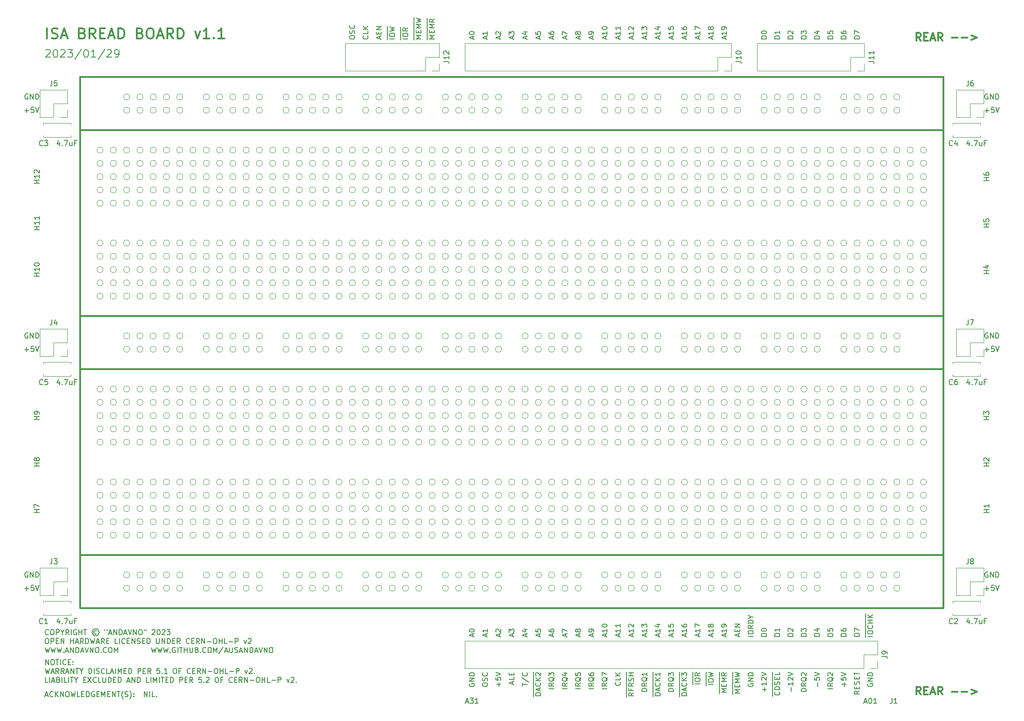
<source format=gto>
G04 #@! TF.GenerationSoftware,KiCad,Pcbnew,(5.1.4)-1*
G04 #@! TF.CreationDate,2023-01-29T13:09:45+10:30*
G04 #@! TF.ProjectId,ISA_Bread_Board_v1-1,4953415f-4272-4656-9164-5f426f617264,1*
G04 #@! TF.SameCoordinates,Original*
G04 #@! TF.FileFunction,Legend,Top*
G04 #@! TF.FilePolarity,Positive*
%FSLAX46Y46*%
G04 Gerber Fmt 4.6, Leading zero omitted, Abs format (unit mm)*
G04 Created by KiCad (PCBNEW (5.1.4)-1) date 2023-01-29 13:09:45*
%MOMM*%
%LPD*%
G04 APERTURE LIST*
%ADD10C,0.120000*%
%ADD11C,0.200000*%
%ADD12C,0.300000*%
%ADD13C,0.150000*%
G04 APERTURE END LIST*
D10*
X144745000Y-176530000D02*
G75*
G03X144745000Y-176530000I-600000J0D01*
G01*
X147285000Y-176530000D02*
G75*
G03X147285000Y-176530000I-600000J0D01*
G01*
X149825000Y-176530000D02*
G75*
G03X149825000Y-176530000I-600000J0D01*
G01*
X152365000Y-176530000D02*
G75*
G03X152365000Y-176530000I-600000J0D01*
G01*
X144745000Y-173990000D02*
G75*
G03X144745000Y-173990000I-600000J0D01*
G01*
X147285000Y-173990000D02*
G75*
G03X147285000Y-173990000I-600000J0D01*
G01*
X149825000Y-173990000D02*
G75*
G03X149825000Y-173990000I-600000J0D01*
G01*
X152365000Y-173990000D02*
G75*
G03X152365000Y-173990000I-600000J0D01*
G01*
X157445000Y-176530000D02*
G75*
G03X157445000Y-176530000I-600000J0D01*
G01*
X159985000Y-176530000D02*
G75*
G03X159985000Y-176530000I-600000J0D01*
G01*
X162525000Y-176530000D02*
G75*
G03X162525000Y-176530000I-600000J0D01*
G01*
X157445000Y-173990000D02*
G75*
G03X157445000Y-173990000I-600000J0D01*
G01*
X159985000Y-173990000D02*
G75*
G03X159985000Y-173990000I-600000J0D01*
G01*
X162525000Y-173990000D02*
G75*
G03X162525000Y-173990000I-600000J0D01*
G01*
X165065000Y-176530000D02*
G75*
G03X165065000Y-176530000I-600000J0D01*
G01*
X167605000Y-176530000D02*
G75*
G03X167605000Y-176530000I-600000J0D01*
G01*
X172685000Y-176530000D02*
G75*
G03X172685000Y-176530000I-600000J0D01*
G01*
X165065000Y-173990000D02*
G75*
G03X165065000Y-173990000I-600000J0D01*
G01*
X167605000Y-173990000D02*
G75*
G03X167605000Y-173990000I-600000J0D01*
G01*
X172685000Y-173990000D02*
G75*
G03X172685000Y-173990000I-600000J0D01*
G01*
X175225000Y-176530000D02*
G75*
G03X175225000Y-176530000I-600000J0D01*
G01*
X177765000Y-176530000D02*
G75*
G03X177765000Y-176530000I-600000J0D01*
G01*
X180305000Y-176530000D02*
G75*
G03X180305000Y-176530000I-600000J0D01*
G01*
X182845000Y-176530000D02*
G75*
G03X182845000Y-176530000I-600000J0D01*
G01*
X175225000Y-173990000D02*
G75*
G03X175225000Y-173990000I-600000J0D01*
G01*
X177765000Y-173990000D02*
G75*
G03X177765000Y-173990000I-600000J0D01*
G01*
X180305000Y-173990000D02*
G75*
G03X180305000Y-173990000I-600000J0D01*
G01*
X182845000Y-173990000D02*
G75*
G03X182845000Y-173990000I-600000J0D01*
G01*
X187925000Y-176530000D02*
G75*
G03X187925000Y-176530000I-600000J0D01*
G01*
X190465000Y-176530000D02*
G75*
G03X190465000Y-176530000I-600000J0D01*
G01*
X193005000Y-176530000D02*
G75*
G03X193005000Y-176530000I-600000J0D01*
G01*
X187925000Y-173990000D02*
G75*
G03X187925000Y-173990000I-600000J0D01*
G01*
X190465000Y-173990000D02*
G75*
G03X190465000Y-173990000I-600000J0D01*
G01*
X193005000Y-173990000D02*
G75*
G03X193005000Y-173990000I-600000J0D01*
G01*
X195545000Y-176530000D02*
G75*
G03X195545000Y-176530000I-600000J0D01*
G01*
X198085000Y-176530000D02*
G75*
G03X198085000Y-176530000I-600000J0D01*
G01*
X203165000Y-176530000D02*
G75*
G03X203165000Y-176530000I-600000J0D01*
G01*
X195545000Y-173990000D02*
G75*
G03X195545000Y-173990000I-600000J0D01*
G01*
X198085000Y-173990000D02*
G75*
G03X198085000Y-173990000I-600000J0D01*
G01*
X203165000Y-173990000D02*
G75*
G03X203165000Y-173990000I-600000J0D01*
G01*
X205705000Y-176530000D02*
G75*
G03X205705000Y-176530000I-600000J0D01*
G01*
X208245000Y-176530000D02*
G75*
G03X208245000Y-176530000I-600000J0D01*
G01*
X210785000Y-176530000D02*
G75*
G03X210785000Y-176530000I-600000J0D01*
G01*
X213325000Y-176530000D02*
G75*
G03X213325000Y-176530000I-600000J0D01*
G01*
X205705000Y-173990000D02*
G75*
G03X205705000Y-173990000I-600000J0D01*
G01*
X208245000Y-173990000D02*
G75*
G03X208245000Y-173990000I-600000J0D01*
G01*
X210785000Y-173990000D02*
G75*
G03X210785000Y-173990000I-600000J0D01*
G01*
X213325000Y-173990000D02*
G75*
G03X213325000Y-173990000I-600000J0D01*
G01*
X218405000Y-176530000D02*
G75*
G03X218405000Y-176530000I-600000J0D01*
G01*
X220945000Y-176530000D02*
G75*
G03X220945000Y-176530000I-600000J0D01*
G01*
X223485000Y-176530000D02*
G75*
G03X223485000Y-176530000I-600000J0D01*
G01*
X142205000Y-176530000D02*
G75*
G03X142205000Y-176530000I-600000J0D01*
G01*
X142205000Y-173990000D02*
G75*
G03X142205000Y-173990000I-600000J0D01*
G01*
X228565000Y-176530000D02*
G75*
G03X228565000Y-176530000I-600000J0D01*
G01*
X226025000Y-176530000D02*
G75*
G03X226025000Y-176530000I-600000J0D01*
G01*
X223485000Y-173990000D02*
G75*
G03X223485000Y-173990000I-600000J0D01*
G01*
X220945000Y-173990000D02*
G75*
G03X220945000Y-173990000I-600000J0D01*
G01*
X218405000Y-173990000D02*
G75*
G03X218405000Y-173990000I-600000J0D01*
G01*
X274285000Y-176530000D02*
G75*
G03X274285000Y-176530000I-600000J0D01*
G01*
X266665000Y-173990000D02*
G75*
G03X266665000Y-173990000I-600000J0D01*
G01*
X269205000Y-173990000D02*
G75*
G03X269205000Y-173990000I-600000J0D01*
G01*
X271745000Y-173990000D02*
G75*
G03X271745000Y-173990000I-600000J0D01*
G01*
X274285000Y-173990000D02*
G75*
G03X274285000Y-173990000I-600000J0D01*
G01*
X279365000Y-176530000D02*
G75*
G03X279365000Y-176530000I-600000J0D01*
G01*
X281905000Y-176530000D02*
G75*
G03X281905000Y-176530000I-600000J0D01*
G01*
X284445000Y-176530000D02*
G75*
G03X284445000Y-176530000I-600000J0D01*
G01*
X233645000Y-176530000D02*
G75*
G03X233645000Y-176530000I-600000J0D01*
G01*
X226025000Y-173990000D02*
G75*
G03X226025000Y-173990000I-600000J0D01*
G01*
X228565000Y-173990000D02*
G75*
G03X228565000Y-173990000I-600000J0D01*
G01*
X286985000Y-173990000D02*
G75*
G03X286985000Y-173990000I-600000J0D01*
G01*
X289525000Y-173990000D02*
G75*
G03X289525000Y-173990000I-600000J0D01*
G01*
X248885000Y-173990000D02*
G75*
G03X248885000Y-173990000I-600000J0D01*
G01*
X251425000Y-173990000D02*
G75*
G03X251425000Y-173990000I-600000J0D01*
G01*
X253965000Y-173990000D02*
G75*
G03X253965000Y-173990000I-600000J0D01*
G01*
X256505000Y-176530000D02*
G75*
G03X256505000Y-176530000I-600000J0D01*
G01*
X259045000Y-176530000D02*
G75*
G03X259045000Y-176530000I-600000J0D01*
G01*
X264125000Y-176530000D02*
G75*
G03X264125000Y-176530000I-600000J0D01*
G01*
X279365000Y-173990000D02*
G75*
G03X279365000Y-173990000I-600000J0D01*
G01*
X281905000Y-173990000D02*
G75*
G03X281905000Y-173990000I-600000J0D01*
G01*
X284445000Y-173990000D02*
G75*
G03X284445000Y-173990000I-600000J0D01*
G01*
X286985000Y-176530000D02*
G75*
G03X286985000Y-176530000I-600000J0D01*
G01*
X289525000Y-176530000D02*
G75*
G03X289525000Y-176530000I-600000J0D01*
G01*
X256505000Y-173990000D02*
G75*
G03X256505000Y-173990000I-600000J0D01*
G01*
X259045000Y-173990000D02*
G75*
G03X259045000Y-173990000I-600000J0D01*
G01*
X264125000Y-173990000D02*
G75*
G03X264125000Y-173990000I-600000J0D01*
G01*
X266665000Y-176530000D02*
G75*
G03X266665000Y-176530000I-600000J0D01*
G01*
X269205000Y-176530000D02*
G75*
G03X269205000Y-176530000I-600000J0D01*
G01*
X271745000Y-176530000D02*
G75*
G03X271745000Y-176530000I-600000J0D01*
G01*
X233645000Y-173990000D02*
G75*
G03X233645000Y-173990000I-600000J0D01*
G01*
X236185000Y-176530000D02*
G75*
G03X236185000Y-176530000I-600000J0D01*
G01*
X238725000Y-176530000D02*
G75*
G03X238725000Y-176530000I-600000J0D01*
G01*
X241265000Y-176530000D02*
G75*
G03X241265000Y-176530000I-600000J0D01*
G01*
X243805000Y-176530000D02*
G75*
G03X243805000Y-176530000I-600000J0D01*
G01*
X236185000Y-173990000D02*
G75*
G03X236185000Y-173990000I-600000J0D01*
G01*
X238725000Y-173990000D02*
G75*
G03X238725000Y-173990000I-600000J0D01*
G01*
X241265000Y-173990000D02*
G75*
G03X241265000Y-173990000I-600000J0D01*
G01*
X243805000Y-173990000D02*
G75*
G03X243805000Y-173990000I-600000J0D01*
G01*
X248885000Y-176530000D02*
G75*
G03X248885000Y-176530000I-600000J0D01*
G01*
X251425000Y-176530000D02*
G75*
G03X251425000Y-176530000I-600000J0D01*
G01*
X253965000Y-176530000D02*
G75*
G03X253965000Y-176530000I-600000J0D01*
G01*
X144745000Y-130810000D02*
G75*
G03X144745000Y-130810000I-600000J0D01*
G01*
X147285000Y-130810000D02*
G75*
G03X147285000Y-130810000I-600000J0D01*
G01*
X149825000Y-130810000D02*
G75*
G03X149825000Y-130810000I-600000J0D01*
G01*
X152365000Y-130810000D02*
G75*
G03X152365000Y-130810000I-600000J0D01*
G01*
X144745000Y-128270000D02*
G75*
G03X144745000Y-128270000I-600000J0D01*
G01*
X147285000Y-128270000D02*
G75*
G03X147285000Y-128270000I-600000J0D01*
G01*
X149825000Y-128270000D02*
G75*
G03X149825000Y-128270000I-600000J0D01*
G01*
X152365000Y-128270000D02*
G75*
G03X152365000Y-128270000I-600000J0D01*
G01*
X157445000Y-130810000D02*
G75*
G03X157445000Y-130810000I-600000J0D01*
G01*
X159985000Y-130810000D02*
G75*
G03X159985000Y-130810000I-600000J0D01*
G01*
X162525000Y-130810000D02*
G75*
G03X162525000Y-130810000I-600000J0D01*
G01*
X157445000Y-128270000D02*
G75*
G03X157445000Y-128270000I-600000J0D01*
G01*
X159985000Y-128270000D02*
G75*
G03X159985000Y-128270000I-600000J0D01*
G01*
X162525000Y-128270000D02*
G75*
G03X162525000Y-128270000I-600000J0D01*
G01*
X165065000Y-130810000D02*
G75*
G03X165065000Y-130810000I-600000J0D01*
G01*
X167605000Y-130810000D02*
G75*
G03X167605000Y-130810000I-600000J0D01*
G01*
X172685000Y-130810000D02*
G75*
G03X172685000Y-130810000I-600000J0D01*
G01*
X165065000Y-128270000D02*
G75*
G03X165065000Y-128270000I-600000J0D01*
G01*
X167605000Y-128270000D02*
G75*
G03X167605000Y-128270000I-600000J0D01*
G01*
X172685000Y-128270000D02*
G75*
G03X172685000Y-128270000I-600000J0D01*
G01*
X175225000Y-130810000D02*
G75*
G03X175225000Y-130810000I-600000J0D01*
G01*
X177765000Y-130810000D02*
G75*
G03X177765000Y-130810000I-600000J0D01*
G01*
X180305000Y-130810000D02*
G75*
G03X180305000Y-130810000I-600000J0D01*
G01*
X182845000Y-130810000D02*
G75*
G03X182845000Y-130810000I-600000J0D01*
G01*
X175225000Y-128270000D02*
G75*
G03X175225000Y-128270000I-600000J0D01*
G01*
X177765000Y-128270000D02*
G75*
G03X177765000Y-128270000I-600000J0D01*
G01*
X180305000Y-128270000D02*
G75*
G03X180305000Y-128270000I-600000J0D01*
G01*
X182845000Y-128270000D02*
G75*
G03X182845000Y-128270000I-600000J0D01*
G01*
X187925000Y-130810000D02*
G75*
G03X187925000Y-130810000I-600000J0D01*
G01*
X190465000Y-130810000D02*
G75*
G03X190465000Y-130810000I-600000J0D01*
G01*
X193005000Y-130810000D02*
G75*
G03X193005000Y-130810000I-600000J0D01*
G01*
X187925000Y-128270000D02*
G75*
G03X187925000Y-128270000I-600000J0D01*
G01*
X190465000Y-128270000D02*
G75*
G03X190465000Y-128270000I-600000J0D01*
G01*
X193005000Y-128270000D02*
G75*
G03X193005000Y-128270000I-600000J0D01*
G01*
X195545000Y-130810000D02*
G75*
G03X195545000Y-130810000I-600000J0D01*
G01*
X198085000Y-130810000D02*
G75*
G03X198085000Y-130810000I-600000J0D01*
G01*
X203165000Y-130810000D02*
G75*
G03X203165000Y-130810000I-600000J0D01*
G01*
X195545000Y-128270000D02*
G75*
G03X195545000Y-128270000I-600000J0D01*
G01*
X198085000Y-128270000D02*
G75*
G03X198085000Y-128270000I-600000J0D01*
G01*
X203165000Y-128270000D02*
G75*
G03X203165000Y-128270000I-600000J0D01*
G01*
X205705000Y-130810000D02*
G75*
G03X205705000Y-130810000I-600000J0D01*
G01*
X208245000Y-130810000D02*
G75*
G03X208245000Y-130810000I-600000J0D01*
G01*
X210785000Y-130810000D02*
G75*
G03X210785000Y-130810000I-600000J0D01*
G01*
X213325000Y-130810000D02*
G75*
G03X213325000Y-130810000I-600000J0D01*
G01*
X205705000Y-128270000D02*
G75*
G03X205705000Y-128270000I-600000J0D01*
G01*
X208245000Y-128270000D02*
G75*
G03X208245000Y-128270000I-600000J0D01*
G01*
X210785000Y-128270000D02*
G75*
G03X210785000Y-128270000I-600000J0D01*
G01*
X213325000Y-128270000D02*
G75*
G03X213325000Y-128270000I-600000J0D01*
G01*
X218405000Y-130810000D02*
G75*
G03X218405000Y-130810000I-600000J0D01*
G01*
X220945000Y-130810000D02*
G75*
G03X220945000Y-130810000I-600000J0D01*
G01*
X223485000Y-130810000D02*
G75*
G03X223485000Y-130810000I-600000J0D01*
G01*
X142205000Y-130810000D02*
G75*
G03X142205000Y-130810000I-600000J0D01*
G01*
X142205000Y-128270000D02*
G75*
G03X142205000Y-128270000I-600000J0D01*
G01*
X228565000Y-130810000D02*
G75*
G03X228565000Y-130810000I-600000J0D01*
G01*
X226025000Y-130810000D02*
G75*
G03X226025000Y-130810000I-600000J0D01*
G01*
X223485000Y-128270000D02*
G75*
G03X223485000Y-128270000I-600000J0D01*
G01*
X220945000Y-128270000D02*
G75*
G03X220945000Y-128270000I-600000J0D01*
G01*
X218405000Y-128270000D02*
G75*
G03X218405000Y-128270000I-600000J0D01*
G01*
X274285000Y-130810000D02*
G75*
G03X274285000Y-130810000I-600000J0D01*
G01*
X266665000Y-128270000D02*
G75*
G03X266665000Y-128270000I-600000J0D01*
G01*
X269205000Y-128270000D02*
G75*
G03X269205000Y-128270000I-600000J0D01*
G01*
X271745000Y-128270000D02*
G75*
G03X271745000Y-128270000I-600000J0D01*
G01*
X274285000Y-128270000D02*
G75*
G03X274285000Y-128270000I-600000J0D01*
G01*
X279365000Y-130810000D02*
G75*
G03X279365000Y-130810000I-600000J0D01*
G01*
X281905000Y-130810000D02*
G75*
G03X281905000Y-130810000I-600000J0D01*
G01*
X284445000Y-130810000D02*
G75*
G03X284445000Y-130810000I-600000J0D01*
G01*
X233645000Y-130810000D02*
G75*
G03X233645000Y-130810000I-600000J0D01*
G01*
X226025000Y-128270000D02*
G75*
G03X226025000Y-128270000I-600000J0D01*
G01*
X228565000Y-128270000D02*
G75*
G03X228565000Y-128270000I-600000J0D01*
G01*
X286985000Y-128270000D02*
G75*
G03X286985000Y-128270000I-600000J0D01*
G01*
X289525000Y-128270000D02*
G75*
G03X289525000Y-128270000I-600000J0D01*
G01*
X248885000Y-128270000D02*
G75*
G03X248885000Y-128270000I-600000J0D01*
G01*
X251425000Y-128270000D02*
G75*
G03X251425000Y-128270000I-600000J0D01*
G01*
X253965000Y-128270000D02*
G75*
G03X253965000Y-128270000I-600000J0D01*
G01*
X256505000Y-130810000D02*
G75*
G03X256505000Y-130810000I-600000J0D01*
G01*
X259045000Y-130810000D02*
G75*
G03X259045000Y-130810000I-600000J0D01*
G01*
X264125000Y-130810000D02*
G75*
G03X264125000Y-130810000I-600000J0D01*
G01*
X279365000Y-128270000D02*
G75*
G03X279365000Y-128270000I-600000J0D01*
G01*
X281905000Y-128270000D02*
G75*
G03X281905000Y-128270000I-600000J0D01*
G01*
X284445000Y-128270000D02*
G75*
G03X284445000Y-128270000I-600000J0D01*
G01*
X286985000Y-130810000D02*
G75*
G03X286985000Y-130810000I-600000J0D01*
G01*
X289525000Y-130810000D02*
G75*
G03X289525000Y-130810000I-600000J0D01*
G01*
X256505000Y-128270000D02*
G75*
G03X256505000Y-128270000I-600000J0D01*
G01*
X259045000Y-128270000D02*
G75*
G03X259045000Y-128270000I-600000J0D01*
G01*
X264125000Y-128270000D02*
G75*
G03X264125000Y-128270000I-600000J0D01*
G01*
X266665000Y-130810000D02*
G75*
G03X266665000Y-130810000I-600000J0D01*
G01*
X269205000Y-130810000D02*
G75*
G03X269205000Y-130810000I-600000J0D01*
G01*
X271745000Y-130810000D02*
G75*
G03X271745000Y-130810000I-600000J0D01*
G01*
X233645000Y-128270000D02*
G75*
G03X233645000Y-128270000I-600000J0D01*
G01*
X236185000Y-130810000D02*
G75*
G03X236185000Y-130810000I-600000J0D01*
G01*
X238725000Y-130810000D02*
G75*
G03X238725000Y-130810000I-600000J0D01*
G01*
X241265000Y-130810000D02*
G75*
G03X241265000Y-130810000I-600000J0D01*
G01*
X243805000Y-130810000D02*
G75*
G03X243805000Y-130810000I-600000J0D01*
G01*
X236185000Y-128270000D02*
G75*
G03X236185000Y-128270000I-600000J0D01*
G01*
X238725000Y-128270000D02*
G75*
G03X238725000Y-128270000I-600000J0D01*
G01*
X241265000Y-128270000D02*
G75*
G03X241265000Y-128270000I-600000J0D01*
G01*
X243805000Y-128270000D02*
G75*
G03X243805000Y-128270000I-600000J0D01*
G01*
X248885000Y-130810000D02*
G75*
G03X248885000Y-130810000I-600000J0D01*
G01*
X251425000Y-130810000D02*
G75*
G03X251425000Y-130810000I-600000J0D01*
G01*
X253965000Y-130810000D02*
G75*
G03X253965000Y-130810000I-600000J0D01*
G01*
X137125000Y-156210000D02*
G75*
G03X137125000Y-156210000I-600000J0D01*
G01*
X137125000Y-158750000D02*
G75*
G03X137125000Y-158750000I-600000J0D01*
G01*
X137125000Y-161290000D02*
G75*
G03X137125000Y-161290000I-600000J0D01*
G01*
X137125000Y-163830000D02*
G75*
G03X137125000Y-163830000I-600000J0D01*
G01*
X137125000Y-166370000D02*
G75*
G03X137125000Y-166370000I-600000J0D01*
G01*
X139665000Y-166370000D02*
G75*
G03X139665000Y-166370000I-600000J0D01*
G01*
X139665000Y-163830000D02*
G75*
G03X139665000Y-163830000I-600000J0D01*
G01*
X139665000Y-161290000D02*
G75*
G03X139665000Y-161290000I-600000J0D01*
G01*
X139665000Y-158750000D02*
G75*
G03X139665000Y-158750000I-600000J0D01*
G01*
X139665000Y-156210000D02*
G75*
G03X139665000Y-156210000I-600000J0D01*
G01*
X142205000Y-156210000D02*
G75*
G03X142205000Y-156210000I-600000J0D01*
G01*
X142205000Y-158750000D02*
G75*
G03X142205000Y-158750000I-600000J0D01*
G01*
X142205000Y-161290000D02*
G75*
G03X142205000Y-161290000I-600000J0D01*
G01*
X142205000Y-163830000D02*
G75*
G03X142205000Y-163830000I-600000J0D01*
G01*
X142205000Y-166370000D02*
G75*
G03X142205000Y-166370000I-600000J0D01*
G01*
X144745000Y-156210000D02*
G75*
G03X144745000Y-156210000I-600000J0D01*
G01*
X144745000Y-158750000D02*
G75*
G03X144745000Y-158750000I-600000J0D01*
G01*
X144745000Y-161290000D02*
G75*
G03X144745000Y-161290000I-600000J0D01*
G01*
X144745000Y-163830000D02*
G75*
G03X144745000Y-163830000I-600000J0D01*
G01*
X144745000Y-166370000D02*
G75*
G03X144745000Y-166370000I-600000J0D01*
G01*
X147285000Y-166370000D02*
G75*
G03X147285000Y-166370000I-600000J0D01*
G01*
X147285000Y-163830000D02*
G75*
G03X147285000Y-163830000I-600000J0D01*
G01*
X147285000Y-161290000D02*
G75*
G03X147285000Y-161290000I-600000J0D01*
G01*
X147285000Y-158750000D02*
G75*
G03X147285000Y-158750000I-600000J0D01*
G01*
X147285000Y-156210000D02*
G75*
G03X147285000Y-156210000I-600000J0D01*
G01*
X149825000Y-156210000D02*
G75*
G03X149825000Y-156210000I-600000J0D01*
G01*
X149825000Y-158750000D02*
G75*
G03X149825000Y-158750000I-600000J0D01*
G01*
X149825000Y-161290000D02*
G75*
G03X149825000Y-161290000I-600000J0D01*
G01*
X149825000Y-163830000D02*
G75*
G03X149825000Y-163830000I-600000J0D01*
G01*
X149825000Y-166370000D02*
G75*
G03X149825000Y-166370000I-600000J0D01*
G01*
X152365000Y-166370000D02*
G75*
G03X152365000Y-166370000I-600000J0D01*
G01*
X152365000Y-163830000D02*
G75*
G03X152365000Y-163830000I-600000J0D01*
G01*
X152365000Y-161290000D02*
G75*
G03X152365000Y-161290000I-600000J0D01*
G01*
X152365000Y-158750000D02*
G75*
G03X152365000Y-158750000I-600000J0D01*
G01*
X152365000Y-156210000D02*
G75*
G03X152365000Y-156210000I-600000J0D01*
G01*
X154905000Y-156210000D02*
G75*
G03X154905000Y-156210000I-600000J0D01*
G01*
X154905000Y-158750000D02*
G75*
G03X154905000Y-158750000I-600000J0D01*
G01*
X154905000Y-161290000D02*
G75*
G03X154905000Y-161290000I-600000J0D01*
G01*
X154905000Y-163830000D02*
G75*
G03X154905000Y-163830000I-600000J0D01*
G01*
X154905000Y-166370000D02*
G75*
G03X154905000Y-166370000I-600000J0D01*
G01*
X157445000Y-156210000D02*
G75*
G03X157445000Y-156210000I-600000J0D01*
G01*
X157445000Y-158750000D02*
G75*
G03X157445000Y-158750000I-600000J0D01*
G01*
X157445000Y-161290000D02*
G75*
G03X157445000Y-161290000I-600000J0D01*
G01*
X157445000Y-163830000D02*
G75*
G03X157445000Y-163830000I-600000J0D01*
G01*
X157445000Y-166370000D02*
G75*
G03X157445000Y-166370000I-600000J0D01*
G01*
X159985000Y-166370000D02*
G75*
G03X159985000Y-166370000I-600000J0D01*
G01*
X159985000Y-163830000D02*
G75*
G03X159985000Y-163830000I-600000J0D01*
G01*
X159985000Y-161290000D02*
G75*
G03X159985000Y-161290000I-600000J0D01*
G01*
X159985000Y-158750000D02*
G75*
G03X159985000Y-158750000I-600000J0D01*
G01*
X159985000Y-156210000D02*
G75*
G03X159985000Y-156210000I-600000J0D01*
G01*
X162525000Y-156210000D02*
G75*
G03X162525000Y-156210000I-600000J0D01*
G01*
X162525000Y-158750000D02*
G75*
G03X162525000Y-158750000I-600000J0D01*
G01*
X162525000Y-161290000D02*
G75*
G03X162525000Y-161290000I-600000J0D01*
G01*
X162525000Y-163830000D02*
G75*
G03X162525000Y-163830000I-600000J0D01*
G01*
X162525000Y-166370000D02*
G75*
G03X162525000Y-166370000I-600000J0D01*
G01*
X165065000Y-166370000D02*
G75*
G03X165065000Y-166370000I-600000J0D01*
G01*
X165065000Y-163830000D02*
G75*
G03X165065000Y-163830000I-600000J0D01*
G01*
X165065000Y-161290000D02*
G75*
G03X165065000Y-161290000I-600000J0D01*
G01*
X165065000Y-158750000D02*
G75*
G03X165065000Y-158750000I-600000J0D01*
G01*
X165065000Y-156210000D02*
G75*
G03X165065000Y-156210000I-600000J0D01*
G01*
X167605000Y-156210000D02*
G75*
G03X167605000Y-156210000I-600000J0D01*
G01*
X167605000Y-158750000D02*
G75*
G03X167605000Y-158750000I-600000J0D01*
G01*
X167605000Y-161290000D02*
G75*
G03X167605000Y-161290000I-600000J0D01*
G01*
X167605000Y-163830000D02*
G75*
G03X167605000Y-163830000I-600000J0D01*
G01*
X167605000Y-166370000D02*
G75*
G03X167605000Y-166370000I-600000J0D01*
G01*
X170145000Y-156210000D02*
G75*
G03X170145000Y-156210000I-600000J0D01*
G01*
X170145000Y-158750000D02*
G75*
G03X170145000Y-158750000I-600000J0D01*
G01*
X170145000Y-161290000D02*
G75*
G03X170145000Y-161290000I-600000J0D01*
G01*
X170145000Y-163830000D02*
G75*
G03X170145000Y-163830000I-600000J0D01*
G01*
X170145000Y-166370000D02*
G75*
G03X170145000Y-166370000I-600000J0D01*
G01*
X172685000Y-166370000D02*
G75*
G03X172685000Y-166370000I-600000J0D01*
G01*
X172685000Y-163830000D02*
G75*
G03X172685000Y-163830000I-600000J0D01*
G01*
X172685000Y-161290000D02*
G75*
G03X172685000Y-161290000I-600000J0D01*
G01*
X172685000Y-158750000D02*
G75*
G03X172685000Y-158750000I-600000J0D01*
G01*
X172685000Y-156210000D02*
G75*
G03X172685000Y-156210000I-600000J0D01*
G01*
X175225000Y-156210000D02*
G75*
G03X175225000Y-156210000I-600000J0D01*
G01*
X175225000Y-158750000D02*
G75*
G03X175225000Y-158750000I-600000J0D01*
G01*
X175225000Y-161290000D02*
G75*
G03X175225000Y-161290000I-600000J0D01*
G01*
X175225000Y-163830000D02*
G75*
G03X175225000Y-163830000I-600000J0D01*
G01*
X175225000Y-166370000D02*
G75*
G03X175225000Y-166370000I-600000J0D01*
G01*
X177765000Y-166370000D02*
G75*
G03X177765000Y-166370000I-600000J0D01*
G01*
X177765000Y-163830000D02*
G75*
G03X177765000Y-163830000I-600000J0D01*
G01*
X177765000Y-161290000D02*
G75*
G03X177765000Y-161290000I-600000J0D01*
G01*
X177765000Y-158750000D02*
G75*
G03X177765000Y-158750000I-600000J0D01*
G01*
X177765000Y-156210000D02*
G75*
G03X177765000Y-156210000I-600000J0D01*
G01*
X180305000Y-156210000D02*
G75*
G03X180305000Y-156210000I-600000J0D01*
G01*
X180305000Y-158750000D02*
G75*
G03X180305000Y-158750000I-600000J0D01*
G01*
X180305000Y-161290000D02*
G75*
G03X180305000Y-161290000I-600000J0D01*
G01*
X180305000Y-163830000D02*
G75*
G03X180305000Y-163830000I-600000J0D01*
G01*
X180305000Y-166370000D02*
G75*
G03X180305000Y-166370000I-600000J0D01*
G01*
X182845000Y-156210000D02*
G75*
G03X182845000Y-156210000I-600000J0D01*
G01*
X182845000Y-158750000D02*
G75*
G03X182845000Y-158750000I-600000J0D01*
G01*
X182845000Y-161290000D02*
G75*
G03X182845000Y-161290000I-600000J0D01*
G01*
X182845000Y-163830000D02*
G75*
G03X182845000Y-163830000I-600000J0D01*
G01*
X231105000Y-156210000D02*
G75*
G03X231105000Y-156210000I-600000J0D01*
G01*
X231105000Y-158750000D02*
G75*
G03X231105000Y-158750000I-600000J0D01*
G01*
X231105000Y-161290000D02*
G75*
G03X231105000Y-161290000I-600000J0D01*
G01*
X231105000Y-163830000D02*
G75*
G03X231105000Y-163830000I-600000J0D01*
G01*
X231105000Y-166370000D02*
G75*
G03X231105000Y-166370000I-600000J0D01*
G01*
X233645000Y-156210000D02*
G75*
G03X233645000Y-156210000I-600000J0D01*
G01*
X233645000Y-158750000D02*
G75*
G03X233645000Y-158750000I-600000J0D01*
G01*
X233645000Y-161290000D02*
G75*
G03X233645000Y-161290000I-600000J0D01*
G01*
X233645000Y-163830000D02*
G75*
G03X233645000Y-163830000I-600000J0D01*
G01*
X233645000Y-166370000D02*
G75*
G03X233645000Y-166370000I-600000J0D01*
G01*
X236185000Y-166370000D02*
G75*
G03X236185000Y-166370000I-600000J0D01*
G01*
X236185000Y-163830000D02*
G75*
G03X236185000Y-163830000I-600000J0D01*
G01*
X236185000Y-161290000D02*
G75*
G03X236185000Y-161290000I-600000J0D01*
G01*
X236185000Y-158750000D02*
G75*
G03X236185000Y-158750000I-600000J0D01*
G01*
X236185000Y-156210000D02*
G75*
G03X236185000Y-156210000I-600000J0D01*
G01*
X238725000Y-156210000D02*
G75*
G03X238725000Y-156210000I-600000J0D01*
G01*
X238725000Y-158750000D02*
G75*
G03X238725000Y-158750000I-600000J0D01*
G01*
X238725000Y-161290000D02*
G75*
G03X238725000Y-161290000I-600000J0D01*
G01*
X238725000Y-163830000D02*
G75*
G03X238725000Y-163830000I-600000J0D01*
G01*
X238725000Y-166370000D02*
G75*
G03X238725000Y-166370000I-600000J0D01*
G01*
X241265000Y-166370000D02*
G75*
G03X241265000Y-166370000I-600000J0D01*
G01*
X241265000Y-163830000D02*
G75*
G03X241265000Y-163830000I-600000J0D01*
G01*
X241265000Y-161290000D02*
G75*
G03X241265000Y-161290000I-600000J0D01*
G01*
X241265000Y-158750000D02*
G75*
G03X241265000Y-158750000I-600000J0D01*
G01*
X241265000Y-156210000D02*
G75*
G03X241265000Y-156210000I-600000J0D01*
G01*
X243805000Y-156210000D02*
G75*
G03X243805000Y-156210000I-600000J0D01*
G01*
X243805000Y-158750000D02*
G75*
G03X243805000Y-158750000I-600000J0D01*
G01*
X243805000Y-161290000D02*
G75*
G03X243805000Y-161290000I-600000J0D01*
G01*
X243805000Y-163830000D02*
G75*
G03X243805000Y-163830000I-600000J0D01*
G01*
X243805000Y-166370000D02*
G75*
G03X243805000Y-166370000I-600000J0D01*
G01*
X246345000Y-156210000D02*
G75*
G03X246345000Y-156210000I-600000J0D01*
G01*
X246345000Y-158750000D02*
G75*
G03X246345000Y-158750000I-600000J0D01*
G01*
X246345000Y-161290000D02*
G75*
G03X246345000Y-161290000I-600000J0D01*
G01*
X246345000Y-163830000D02*
G75*
G03X246345000Y-163830000I-600000J0D01*
G01*
X246345000Y-166370000D02*
G75*
G03X246345000Y-166370000I-600000J0D01*
G01*
X248885000Y-166370000D02*
G75*
G03X248885000Y-166370000I-600000J0D01*
G01*
X248885000Y-163830000D02*
G75*
G03X248885000Y-163830000I-600000J0D01*
G01*
X248885000Y-161290000D02*
G75*
G03X248885000Y-161290000I-600000J0D01*
G01*
X248885000Y-158750000D02*
G75*
G03X248885000Y-158750000I-600000J0D01*
G01*
X248885000Y-156210000D02*
G75*
G03X248885000Y-156210000I-600000J0D01*
G01*
X251425000Y-156210000D02*
G75*
G03X251425000Y-156210000I-600000J0D01*
G01*
X251425000Y-158750000D02*
G75*
G03X251425000Y-158750000I-600000J0D01*
G01*
X251425000Y-161290000D02*
G75*
G03X251425000Y-161290000I-600000J0D01*
G01*
X251425000Y-163830000D02*
G75*
G03X251425000Y-163830000I-600000J0D01*
G01*
X251425000Y-166370000D02*
G75*
G03X251425000Y-166370000I-600000J0D01*
G01*
X253965000Y-166370000D02*
G75*
G03X253965000Y-166370000I-600000J0D01*
G01*
X253965000Y-163830000D02*
G75*
G03X253965000Y-163830000I-600000J0D01*
G01*
X253965000Y-161290000D02*
G75*
G03X253965000Y-161290000I-600000J0D01*
G01*
X253965000Y-158750000D02*
G75*
G03X253965000Y-158750000I-600000J0D01*
G01*
X253965000Y-156210000D02*
G75*
G03X253965000Y-156210000I-600000J0D01*
G01*
X256505000Y-156210000D02*
G75*
G03X256505000Y-156210000I-600000J0D01*
G01*
X256505000Y-158750000D02*
G75*
G03X256505000Y-158750000I-600000J0D01*
G01*
X256505000Y-161290000D02*
G75*
G03X256505000Y-161290000I-600000J0D01*
G01*
X256505000Y-163830000D02*
G75*
G03X256505000Y-163830000I-600000J0D01*
G01*
X256505000Y-166370000D02*
G75*
G03X256505000Y-166370000I-600000J0D01*
G01*
X259045000Y-156210000D02*
G75*
G03X259045000Y-156210000I-600000J0D01*
G01*
X259045000Y-158750000D02*
G75*
G03X259045000Y-158750000I-600000J0D01*
G01*
X259045000Y-161290000D02*
G75*
G03X259045000Y-161290000I-600000J0D01*
G01*
X259045000Y-163830000D02*
G75*
G03X259045000Y-163830000I-600000J0D01*
G01*
X259045000Y-166370000D02*
G75*
G03X259045000Y-166370000I-600000J0D01*
G01*
X261585000Y-166370000D02*
G75*
G03X261585000Y-166370000I-600000J0D01*
G01*
X261585000Y-163830000D02*
G75*
G03X261585000Y-163830000I-600000J0D01*
G01*
X261585000Y-161290000D02*
G75*
G03X261585000Y-161290000I-600000J0D01*
G01*
X261585000Y-158750000D02*
G75*
G03X261585000Y-158750000I-600000J0D01*
G01*
X261585000Y-156210000D02*
G75*
G03X261585000Y-156210000I-600000J0D01*
G01*
X264125000Y-156210000D02*
G75*
G03X264125000Y-156210000I-600000J0D01*
G01*
X264125000Y-158750000D02*
G75*
G03X264125000Y-158750000I-600000J0D01*
G01*
X264125000Y-161290000D02*
G75*
G03X264125000Y-161290000I-600000J0D01*
G01*
X264125000Y-163830000D02*
G75*
G03X264125000Y-163830000I-600000J0D01*
G01*
X264125000Y-166370000D02*
G75*
G03X264125000Y-166370000I-600000J0D01*
G01*
X266665000Y-166370000D02*
G75*
G03X266665000Y-166370000I-600000J0D01*
G01*
X266665000Y-163830000D02*
G75*
G03X266665000Y-163830000I-600000J0D01*
G01*
X266665000Y-161290000D02*
G75*
G03X266665000Y-161290000I-600000J0D01*
G01*
X266665000Y-158750000D02*
G75*
G03X266665000Y-158750000I-600000J0D01*
G01*
X266665000Y-156210000D02*
G75*
G03X266665000Y-156210000I-600000J0D01*
G01*
X269205000Y-156210000D02*
G75*
G03X269205000Y-156210000I-600000J0D01*
G01*
X269205000Y-158750000D02*
G75*
G03X269205000Y-158750000I-600000J0D01*
G01*
X269205000Y-161290000D02*
G75*
G03X269205000Y-161290000I-600000J0D01*
G01*
X269205000Y-163830000D02*
G75*
G03X269205000Y-163830000I-600000J0D01*
G01*
X269205000Y-166370000D02*
G75*
G03X269205000Y-166370000I-600000J0D01*
G01*
X271745000Y-156210000D02*
G75*
G03X271745000Y-156210000I-600000J0D01*
G01*
X271745000Y-158750000D02*
G75*
G03X271745000Y-158750000I-600000J0D01*
G01*
X271745000Y-161290000D02*
G75*
G03X271745000Y-161290000I-600000J0D01*
G01*
X271745000Y-163830000D02*
G75*
G03X271745000Y-163830000I-600000J0D01*
G01*
X271745000Y-166370000D02*
G75*
G03X271745000Y-166370000I-600000J0D01*
G01*
X274285000Y-166370000D02*
G75*
G03X274285000Y-166370000I-600000J0D01*
G01*
X274285000Y-163830000D02*
G75*
G03X274285000Y-163830000I-600000J0D01*
G01*
X274285000Y-161290000D02*
G75*
G03X274285000Y-161290000I-600000J0D01*
G01*
X274285000Y-158750000D02*
G75*
G03X274285000Y-158750000I-600000J0D01*
G01*
X274285000Y-156210000D02*
G75*
G03X274285000Y-156210000I-600000J0D01*
G01*
X276825000Y-156210000D02*
G75*
G03X276825000Y-156210000I-600000J0D01*
G01*
X276825000Y-158750000D02*
G75*
G03X276825000Y-158750000I-600000J0D01*
G01*
X276825000Y-161290000D02*
G75*
G03X276825000Y-161290000I-600000J0D01*
G01*
X276825000Y-163830000D02*
G75*
G03X276825000Y-163830000I-600000J0D01*
G01*
X276825000Y-166370000D02*
G75*
G03X276825000Y-166370000I-600000J0D01*
G01*
X182845000Y-166370000D02*
G75*
G03X182845000Y-166370000I-600000J0D01*
G01*
X185385000Y-166370000D02*
G75*
G03X185385000Y-166370000I-600000J0D01*
G01*
X185385000Y-163830000D02*
G75*
G03X185385000Y-163830000I-600000J0D01*
G01*
X185385000Y-161290000D02*
G75*
G03X185385000Y-161290000I-600000J0D01*
G01*
X185385000Y-158750000D02*
G75*
G03X185385000Y-158750000I-600000J0D01*
G01*
X185385000Y-156210000D02*
G75*
G03X185385000Y-156210000I-600000J0D01*
G01*
X187925000Y-156210000D02*
G75*
G03X187925000Y-156210000I-600000J0D01*
G01*
X187925000Y-158750000D02*
G75*
G03X187925000Y-158750000I-600000J0D01*
G01*
X187925000Y-161290000D02*
G75*
G03X187925000Y-161290000I-600000J0D01*
G01*
X187925000Y-163830000D02*
G75*
G03X187925000Y-163830000I-600000J0D01*
G01*
X187925000Y-166370000D02*
G75*
G03X187925000Y-166370000I-600000J0D01*
G01*
X190465000Y-166370000D02*
G75*
G03X190465000Y-166370000I-600000J0D01*
G01*
X190465000Y-163830000D02*
G75*
G03X190465000Y-163830000I-600000J0D01*
G01*
X190465000Y-161290000D02*
G75*
G03X190465000Y-161290000I-600000J0D01*
G01*
X190465000Y-158750000D02*
G75*
G03X190465000Y-158750000I-600000J0D01*
G01*
X190465000Y-156210000D02*
G75*
G03X190465000Y-156210000I-600000J0D01*
G01*
X193005000Y-156210000D02*
G75*
G03X193005000Y-156210000I-600000J0D01*
G01*
X193005000Y-158750000D02*
G75*
G03X193005000Y-158750000I-600000J0D01*
G01*
X193005000Y-161290000D02*
G75*
G03X193005000Y-161290000I-600000J0D01*
G01*
X193005000Y-163830000D02*
G75*
G03X193005000Y-163830000I-600000J0D01*
G01*
X193005000Y-166370000D02*
G75*
G03X193005000Y-166370000I-600000J0D01*
G01*
X195545000Y-156210000D02*
G75*
G03X195545000Y-156210000I-600000J0D01*
G01*
X195545000Y-158750000D02*
G75*
G03X195545000Y-158750000I-600000J0D01*
G01*
X195545000Y-161290000D02*
G75*
G03X195545000Y-161290000I-600000J0D01*
G01*
X195545000Y-163830000D02*
G75*
G03X195545000Y-163830000I-600000J0D01*
G01*
X195545000Y-166370000D02*
G75*
G03X195545000Y-166370000I-600000J0D01*
G01*
X198085000Y-166370000D02*
G75*
G03X198085000Y-166370000I-600000J0D01*
G01*
X198085000Y-163830000D02*
G75*
G03X198085000Y-163830000I-600000J0D01*
G01*
X198085000Y-161290000D02*
G75*
G03X198085000Y-161290000I-600000J0D01*
G01*
X198085000Y-158750000D02*
G75*
G03X198085000Y-158750000I-600000J0D01*
G01*
X198085000Y-156210000D02*
G75*
G03X198085000Y-156210000I-600000J0D01*
G01*
X200625000Y-156210000D02*
G75*
G03X200625000Y-156210000I-600000J0D01*
G01*
X200625000Y-158750000D02*
G75*
G03X200625000Y-158750000I-600000J0D01*
G01*
X200625000Y-161290000D02*
G75*
G03X200625000Y-161290000I-600000J0D01*
G01*
X200625000Y-163830000D02*
G75*
G03X200625000Y-163830000I-600000J0D01*
G01*
X200625000Y-166370000D02*
G75*
G03X200625000Y-166370000I-600000J0D01*
G01*
X203165000Y-166370000D02*
G75*
G03X203165000Y-166370000I-600000J0D01*
G01*
X203165000Y-163830000D02*
G75*
G03X203165000Y-163830000I-600000J0D01*
G01*
X203165000Y-161290000D02*
G75*
G03X203165000Y-161290000I-600000J0D01*
G01*
X203165000Y-158750000D02*
G75*
G03X203165000Y-158750000I-600000J0D01*
G01*
X203165000Y-156210000D02*
G75*
G03X203165000Y-156210000I-600000J0D01*
G01*
X205705000Y-156210000D02*
G75*
G03X205705000Y-156210000I-600000J0D01*
G01*
X205705000Y-158750000D02*
G75*
G03X205705000Y-158750000I-600000J0D01*
G01*
X205705000Y-161290000D02*
G75*
G03X205705000Y-161290000I-600000J0D01*
G01*
X205705000Y-163830000D02*
G75*
G03X205705000Y-163830000I-600000J0D01*
G01*
X205705000Y-166370000D02*
G75*
G03X205705000Y-166370000I-600000J0D01*
G01*
X208245000Y-156210000D02*
G75*
G03X208245000Y-156210000I-600000J0D01*
G01*
X208245000Y-158750000D02*
G75*
G03X208245000Y-158750000I-600000J0D01*
G01*
X208245000Y-161290000D02*
G75*
G03X208245000Y-161290000I-600000J0D01*
G01*
X208245000Y-163830000D02*
G75*
G03X208245000Y-163830000I-600000J0D01*
G01*
X208245000Y-166370000D02*
G75*
G03X208245000Y-166370000I-600000J0D01*
G01*
X210785000Y-166370000D02*
G75*
G03X210785000Y-166370000I-600000J0D01*
G01*
X210785000Y-163830000D02*
G75*
G03X210785000Y-163830000I-600000J0D01*
G01*
X210785000Y-161290000D02*
G75*
G03X210785000Y-161290000I-600000J0D01*
G01*
X210785000Y-158750000D02*
G75*
G03X210785000Y-158750000I-600000J0D01*
G01*
X210785000Y-156210000D02*
G75*
G03X210785000Y-156210000I-600000J0D01*
G01*
X213325000Y-156210000D02*
G75*
G03X213325000Y-156210000I-600000J0D01*
G01*
X213325000Y-158750000D02*
G75*
G03X213325000Y-158750000I-600000J0D01*
G01*
X213325000Y-161290000D02*
G75*
G03X213325000Y-161290000I-600000J0D01*
G01*
X213325000Y-163830000D02*
G75*
G03X213325000Y-163830000I-600000J0D01*
G01*
X213325000Y-166370000D02*
G75*
G03X213325000Y-166370000I-600000J0D01*
G01*
X215865000Y-166370000D02*
G75*
G03X215865000Y-166370000I-600000J0D01*
G01*
X215865000Y-163830000D02*
G75*
G03X215865000Y-163830000I-600000J0D01*
G01*
X215865000Y-161290000D02*
G75*
G03X215865000Y-161290000I-600000J0D01*
G01*
X215865000Y-158750000D02*
G75*
G03X215865000Y-158750000I-600000J0D01*
G01*
X215865000Y-156210000D02*
G75*
G03X215865000Y-156210000I-600000J0D01*
G01*
X218405000Y-156210000D02*
G75*
G03X218405000Y-156210000I-600000J0D01*
G01*
X218405000Y-158750000D02*
G75*
G03X218405000Y-158750000I-600000J0D01*
G01*
X218405000Y-161290000D02*
G75*
G03X218405000Y-161290000I-600000J0D01*
G01*
X218405000Y-163830000D02*
G75*
G03X218405000Y-163830000I-600000J0D01*
G01*
X218405000Y-166370000D02*
G75*
G03X218405000Y-166370000I-600000J0D01*
G01*
X220945000Y-156210000D02*
G75*
G03X220945000Y-156210000I-600000J0D01*
G01*
X220945000Y-158750000D02*
G75*
G03X220945000Y-158750000I-600000J0D01*
G01*
X220945000Y-161290000D02*
G75*
G03X220945000Y-161290000I-600000J0D01*
G01*
X220945000Y-163830000D02*
G75*
G03X220945000Y-163830000I-600000J0D01*
G01*
X220945000Y-166370000D02*
G75*
G03X220945000Y-166370000I-600000J0D01*
G01*
X223485000Y-166370000D02*
G75*
G03X223485000Y-166370000I-600000J0D01*
G01*
X223485000Y-163830000D02*
G75*
G03X223485000Y-163830000I-600000J0D01*
G01*
X223485000Y-161290000D02*
G75*
G03X223485000Y-161290000I-600000J0D01*
G01*
X223485000Y-158750000D02*
G75*
G03X223485000Y-158750000I-600000J0D01*
G01*
X223485000Y-156210000D02*
G75*
G03X223485000Y-156210000I-600000J0D01*
G01*
X226025000Y-156210000D02*
G75*
G03X226025000Y-156210000I-600000J0D01*
G01*
X226025000Y-158750000D02*
G75*
G03X226025000Y-158750000I-600000J0D01*
G01*
X226025000Y-161290000D02*
G75*
G03X226025000Y-161290000I-600000J0D01*
G01*
X226025000Y-163830000D02*
G75*
G03X226025000Y-163830000I-600000J0D01*
G01*
X226025000Y-166370000D02*
G75*
G03X226025000Y-166370000I-600000J0D01*
G01*
X228565000Y-166370000D02*
G75*
G03X228565000Y-166370000I-600000J0D01*
G01*
X228565000Y-163830000D02*
G75*
G03X228565000Y-163830000I-600000J0D01*
G01*
X228565000Y-161290000D02*
G75*
G03X228565000Y-161290000I-600000J0D01*
G01*
X228565000Y-158750000D02*
G75*
G03X228565000Y-158750000I-600000J0D01*
G01*
X228565000Y-156210000D02*
G75*
G03X228565000Y-156210000I-600000J0D01*
G01*
X279365000Y-166370000D02*
G75*
G03X279365000Y-166370000I-600000J0D01*
G01*
X279365000Y-163830000D02*
G75*
G03X279365000Y-163830000I-600000J0D01*
G01*
X279365000Y-161290000D02*
G75*
G03X279365000Y-161290000I-600000J0D01*
G01*
X279365000Y-158750000D02*
G75*
G03X279365000Y-158750000I-600000J0D01*
G01*
X279365000Y-156210000D02*
G75*
G03X279365000Y-156210000I-600000J0D01*
G01*
X281905000Y-156210000D02*
G75*
G03X281905000Y-156210000I-600000J0D01*
G01*
X281905000Y-158750000D02*
G75*
G03X281905000Y-158750000I-600000J0D01*
G01*
X281905000Y-161290000D02*
G75*
G03X281905000Y-161290000I-600000J0D01*
G01*
X281905000Y-163830000D02*
G75*
G03X281905000Y-163830000I-600000J0D01*
G01*
X281905000Y-166370000D02*
G75*
G03X281905000Y-166370000I-600000J0D01*
G01*
X284445000Y-156210000D02*
G75*
G03X284445000Y-156210000I-600000J0D01*
G01*
X284445000Y-158750000D02*
G75*
G03X284445000Y-158750000I-600000J0D01*
G01*
X284445000Y-161290000D02*
G75*
G03X284445000Y-161290000I-600000J0D01*
G01*
X284445000Y-163830000D02*
G75*
G03X284445000Y-163830000I-600000J0D01*
G01*
X284445000Y-166370000D02*
G75*
G03X284445000Y-166370000I-600000J0D01*
G01*
X286985000Y-166370000D02*
G75*
G03X286985000Y-166370000I-600000J0D01*
G01*
X286985000Y-163830000D02*
G75*
G03X286985000Y-163830000I-600000J0D01*
G01*
X286985000Y-161290000D02*
G75*
G03X286985000Y-161290000I-600000J0D01*
G01*
X286985000Y-158750000D02*
G75*
G03X286985000Y-158750000I-600000J0D01*
G01*
X286985000Y-156210000D02*
G75*
G03X286985000Y-156210000I-600000J0D01*
G01*
X289525000Y-156210000D02*
G75*
G03X289525000Y-156210000I-600000J0D01*
G01*
X289525000Y-158750000D02*
G75*
G03X289525000Y-158750000I-600000J0D01*
G01*
X289525000Y-161290000D02*
G75*
G03X289525000Y-161290000I-600000J0D01*
G01*
X289525000Y-163830000D02*
G75*
G03X289525000Y-163830000I-600000J0D01*
G01*
X289525000Y-166370000D02*
G75*
G03X289525000Y-166370000I-600000J0D01*
G01*
X292065000Y-166370000D02*
G75*
G03X292065000Y-166370000I-600000J0D01*
G01*
X292065000Y-163830000D02*
G75*
G03X292065000Y-163830000I-600000J0D01*
G01*
X292065000Y-161290000D02*
G75*
G03X292065000Y-161290000I-600000J0D01*
G01*
X292065000Y-158750000D02*
G75*
G03X292065000Y-158750000I-600000J0D01*
G01*
X292065000Y-156210000D02*
G75*
G03X292065000Y-156210000I-600000J0D01*
G01*
X294605000Y-156210000D02*
G75*
G03X294605000Y-156210000I-600000J0D01*
G01*
X294605000Y-158750000D02*
G75*
G03X294605000Y-158750000I-600000J0D01*
G01*
X294605000Y-161290000D02*
G75*
G03X294605000Y-161290000I-600000J0D01*
G01*
X294605000Y-163830000D02*
G75*
G03X294605000Y-163830000I-600000J0D01*
G01*
X294605000Y-166370000D02*
G75*
G03X294605000Y-166370000I-600000J0D01*
G01*
X137125000Y-138430000D02*
G75*
G03X137125000Y-138430000I-600000J0D01*
G01*
X137125000Y-140970000D02*
G75*
G03X137125000Y-140970000I-600000J0D01*
G01*
X137125000Y-143510000D02*
G75*
G03X137125000Y-143510000I-600000J0D01*
G01*
X137125000Y-146050000D02*
G75*
G03X137125000Y-146050000I-600000J0D01*
G01*
X137125000Y-148590000D02*
G75*
G03X137125000Y-148590000I-600000J0D01*
G01*
X139665000Y-148590000D02*
G75*
G03X139665000Y-148590000I-600000J0D01*
G01*
X139665000Y-146050000D02*
G75*
G03X139665000Y-146050000I-600000J0D01*
G01*
X139665000Y-143510000D02*
G75*
G03X139665000Y-143510000I-600000J0D01*
G01*
X139665000Y-140970000D02*
G75*
G03X139665000Y-140970000I-600000J0D01*
G01*
X139665000Y-138430000D02*
G75*
G03X139665000Y-138430000I-600000J0D01*
G01*
X142205000Y-138430000D02*
G75*
G03X142205000Y-138430000I-600000J0D01*
G01*
X142205000Y-140970000D02*
G75*
G03X142205000Y-140970000I-600000J0D01*
G01*
X142205000Y-143510000D02*
G75*
G03X142205000Y-143510000I-600000J0D01*
G01*
X142205000Y-146050000D02*
G75*
G03X142205000Y-146050000I-600000J0D01*
G01*
X142205000Y-148590000D02*
G75*
G03X142205000Y-148590000I-600000J0D01*
G01*
X144745000Y-138430000D02*
G75*
G03X144745000Y-138430000I-600000J0D01*
G01*
X144745000Y-140970000D02*
G75*
G03X144745000Y-140970000I-600000J0D01*
G01*
X144745000Y-143510000D02*
G75*
G03X144745000Y-143510000I-600000J0D01*
G01*
X144745000Y-146050000D02*
G75*
G03X144745000Y-146050000I-600000J0D01*
G01*
X144745000Y-148590000D02*
G75*
G03X144745000Y-148590000I-600000J0D01*
G01*
X147285000Y-148590000D02*
G75*
G03X147285000Y-148590000I-600000J0D01*
G01*
X147285000Y-146050000D02*
G75*
G03X147285000Y-146050000I-600000J0D01*
G01*
X147285000Y-143510000D02*
G75*
G03X147285000Y-143510000I-600000J0D01*
G01*
X147285000Y-140970000D02*
G75*
G03X147285000Y-140970000I-600000J0D01*
G01*
X147285000Y-138430000D02*
G75*
G03X147285000Y-138430000I-600000J0D01*
G01*
X149825000Y-138430000D02*
G75*
G03X149825000Y-138430000I-600000J0D01*
G01*
X149825000Y-140970000D02*
G75*
G03X149825000Y-140970000I-600000J0D01*
G01*
X149825000Y-143510000D02*
G75*
G03X149825000Y-143510000I-600000J0D01*
G01*
X149825000Y-146050000D02*
G75*
G03X149825000Y-146050000I-600000J0D01*
G01*
X149825000Y-148590000D02*
G75*
G03X149825000Y-148590000I-600000J0D01*
G01*
X152365000Y-148590000D02*
G75*
G03X152365000Y-148590000I-600000J0D01*
G01*
X152365000Y-146050000D02*
G75*
G03X152365000Y-146050000I-600000J0D01*
G01*
X152365000Y-143510000D02*
G75*
G03X152365000Y-143510000I-600000J0D01*
G01*
X152365000Y-140970000D02*
G75*
G03X152365000Y-140970000I-600000J0D01*
G01*
X152365000Y-138430000D02*
G75*
G03X152365000Y-138430000I-600000J0D01*
G01*
X154905000Y-138430000D02*
G75*
G03X154905000Y-138430000I-600000J0D01*
G01*
X154905000Y-140970000D02*
G75*
G03X154905000Y-140970000I-600000J0D01*
G01*
X154905000Y-143510000D02*
G75*
G03X154905000Y-143510000I-600000J0D01*
G01*
X154905000Y-146050000D02*
G75*
G03X154905000Y-146050000I-600000J0D01*
G01*
X154905000Y-148590000D02*
G75*
G03X154905000Y-148590000I-600000J0D01*
G01*
X157445000Y-138430000D02*
G75*
G03X157445000Y-138430000I-600000J0D01*
G01*
X157445000Y-140970000D02*
G75*
G03X157445000Y-140970000I-600000J0D01*
G01*
X157445000Y-143510000D02*
G75*
G03X157445000Y-143510000I-600000J0D01*
G01*
X157445000Y-146050000D02*
G75*
G03X157445000Y-146050000I-600000J0D01*
G01*
X157445000Y-148590000D02*
G75*
G03X157445000Y-148590000I-600000J0D01*
G01*
X159985000Y-148590000D02*
G75*
G03X159985000Y-148590000I-600000J0D01*
G01*
X159985000Y-146050000D02*
G75*
G03X159985000Y-146050000I-600000J0D01*
G01*
X159985000Y-143510000D02*
G75*
G03X159985000Y-143510000I-600000J0D01*
G01*
X159985000Y-140970000D02*
G75*
G03X159985000Y-140970000I-600000J0D01*
G01*
X159985000Y-138430000D02*
G75*
G03X159985000Y-138430000I-600000J0D01*
G01*
X162525000Y-138430000D02*
G75*
G03X162525000Y-138430000I-600000J0D01*
G01*
X162525000Y-140970000D02*
G75*
G03X162525000Y-140970000I-600000J0D01*
G01*
X162525000Y-143510000D02*
G75*
G03X162525000Y-143510000I-600000J0D01*
G01*
X162525000Y-146050000D02*
G75*
G03X162525000Y-146050000I-600000J0D01*
G01*
X162525000Y-148590000D02*
G75*
G03X162525000Y-148590000I-600000J0D01*
G01*
X165065000Y-148590000D02*
G75*
G03X165065000Y-148590000I-600000J0D01*
G01*
X165065000Y-146050000D02*
G75*
G03X165065000Y-146050000I-600000J0D01*
G01*
X165065000Y-143510000D02*
G75*
G03X165065000Y-143510000I-600000J0D01*
G01*
X165065000Y-140970000D02*
G75*
G03X165065000Y-140970000I-600000J0D01*
G01*
X165065000Y-138430000D02*
G75*
G03X165065000Y-138430000I-600000J0D01*
G01*
X167605000Y-138430000D02*
G75*
G03X167605000Y-138430000I-600000J0D01*
G01*
X167605000Y-140970000D02*
G75*
G03X167605000Y-140970000I-600000J0D01*
G01*
X167605000Y-143510000D02*
G75*
G03X167605000Y-143510000I-600000J0D01*
G01*
X167605000Y-146050000D02*
G75*
G03X167605000Y-146050000I-600000J0D01*
G01*
X167605000Y-148590000D02*
G75*
G03X167605000Y-148590000I-600000J0D01*
G01*
X170145000Y-138430000D02*
G75*
G03X170145000Y-138430000I-600000J0D01*
G01*
X170145000Y-140970000D02*
G75*
G03X170145000Y-140970000I-600000J0D01*
G01*
X170145000Y-143510000D02*
G75*
G03X170145000Y-143510000I-600000J0D01*
G01*
X170145000Y-146050000D02*
G75*
G03X170145000Y-146050000I-600000J0D01*
G01*
X170145000Y-148590000D02*
G75*
G03X170145000Y-148590000I-600000J0D01*
G01*
X172685000Y-148590000D02*
G75*
G03X172685000Y-148590000I-600000J0D01*
G01*
X172685000Y-146050000D02*
G75*
G03X172685000Y-146050000I-600000J0D01*
G01*
X172685000Y-143510000D02*
G75*
G03X172685000Y-143510000I-600000J0D01*
G01*
X172685000Y-140970000D02*
G75*
G03X172685000Y-140970000I-600000J0D01*
G01*
X172685000Y-138430000D02*
G75*
G03X172685000Y-138430000I-600000J0D01*
G01*
X175225000Y-138430000D02*
G75*
G03X175225000Y-138430000I-600000J0D01*
G01*
X175225000Y-140970000D02*
G75*
G03X175225000Y-140970000I-600000J0D01*
G01*
X175225000Y-143510000D02*
G75*
G03X175225000Y-143510000I-600000J0D01*
G01*
X175225000Y-146050000D02*
G75*
G03X175225000Y-146050000I-600000J0D01*
G01*
X175225000Y-148590000D02*
G75*
G03X175225000Y-148590000I-600000J0D01*
G01*
X177765000Y-148590000D02*
G75*
G03X177765000Y-148590000I-600000J0D01*
G01*
X177765000Y-146050000D02*
G75*
G03X177765000Y-146050000I-600000J0D01*
G01*
X177765000Y-143510000D02*
G75*
G03X177765000Y-143510000I-600000J0D01*
G01*
X177765000Y-140970000D02*
G75*
G03X177765000Y-140970000I-600000J0D01*
G01*
X177765000Y-138430000D02*
G75*
G03X177765000Y-138430000I-600000J0D01*
G01*
X180305000Y-138430000D02*
G75*
G03X180305000Y-138430000I-600000J0D01*
G01*
X180305000Y-140970000D02*
G75*
G03X180305000Y-140970000I-600000J0D01*
G01*
X180305000Y-143510000D02*
G75*
G03X180305000Y-143510000I-600000J0D01*
G01*
X180305000Y-146050000D02*
G75*
G03X180305000Y-146050000I-600000J0D01*
G01*
X180305000Y-148590000D02*
G75*
G03X180305000Y-148590000I-600000J0D01*
G01*
X182845000Y-138430000D02*
G75*
G03X182845000Y-138430000I-600000J0D01*
G01*
X182845000Y-140970000D02*
G75*
G03X182845000Y-140970000I-600000J0D01*
G01*
X182845000Y-143510000D02*
G75*
G03X182845000Y-143510000I-600000J0D01*
G01*
X182845000Y-146050000D02*
G75*
G03X182845000Y-146050000I-600000J0D01*
G01*
X231105000Y-138430000D02*
G75*
G03X231105000Y-138430000I-600000J0D01*
G01*
X231105000Y-140970000D02*
G75*
G03X231105000Y-140970000I-600000J0D01*
G01*
X231105000Y-143510000D02*
G75*
G03X231105000Y-143510000I-600000J0D01*
G01*
X231105000Y-146050000D02*
G75*
G03X231105000Y-146050000I-600000J0D01*
G01*
X231105000Y-148590000D02*
G75*
G03X231105000Y-148590000I-600000J0D01*
G01*
X233645000Y-138430000D02*
G75*
G03X233645000Y-138430000I-600000J0D01*
G01*
X233645000Y-140970000D02*
G75*
G03X233645000Y-140970000I-600000J0D01*
G01*
X233645000Y-143510000D02*
G75*
G03X233645000Y-143510000I-600000J0D01*
G01*
X233645000Y-146050000D02*
G75*
G03X233645000Y-146050000I-600000J0D01*
G01*
X233645000Y-148590000D02*
G75*
G03X233645000Y-148590000I-600000J0D01*
G01*
X236185000Y-148590000D02*
G75*
G03X236185000Y-148590000I-600000J0D01*
G01*
X236185000Y-146050000D02*
G75*
G03X236185000Y-146050000I-600000J0D01*
G01*
X236185000Y-143510000D02*
G75*
G03X236185000Y-143510000I-600000J0D01*
G01*
X236185000Y-140970000D02*
G75*
G03X236185000Y-140970000I-600000J0D01*
G01*
X236185000Y-138430000D02*
G75*
G03X236185000Y-138430000I-600000J0D01*
G01*
X238725000Y-138430000D02*
G75*
G03X238725000Y-138430000I-600000J0D01*
G01*
X238725000Y-140970000D02*
G75*
G03X238725000Y-140970000I-600000J0D01*
G01*
X238725000Y-143510000D02*
G75*
G03X238725000Y-143510000I-600000J0D01*
G01*
X238725000Y-146050000D02*
G75*
G03X238725000Y-146050000I-600000J0D01*
G01*
X238725000Y-148590000D02*
G75*
G03X238725000Y-148590000I-600000J0D01*
G01*
X241265000Y-148590000D02*
G75*
G03X241265000Y-148590000I-600000J0D01*
G01*
X241265000Y-146050000D02*
G75*
G03X241265000Y-146050000I-600000J0D01*
G01*
X241265000Y-143510000D02*
G75*
G03X241265000Y-143510000I-600000J0D01*
G01*
X241265000Y-140970000D02*
G75*
G03X241265000Y-140970000I-600000J0D01*
G01*
X241265000Y-138430000D02*
G75*
G03X241265000Y-138430000I-600000J0D01*
G01*
X243805000Y-138430000D02*
G75*
G03X243805000Y-138430000I-600000J0D01*
G01*
X243805000Y-140970000D02*
G75*
G03X243805000Y-140970000I-600000J0D01*
G01*
X243805000Y-143510000D02*
G75*
G03X243805000Y-143510000I-600000J0D01*
G01*
X243805000Y-146050000D02*
G75*
G03X243805000Y-146050000I-600000J0D01*
G01*
X243805000Y-148590000D02*
G75*
G03X243805000Y-148590000I-600000J0D01*
G01*
X246345000Y-138430000D02*
G75*
G03X246345000Y-138430000I-600000J0D01*
G01*
X246345000Y-140970000D02*
G75*
G03X246345000Y-140970000I-600000J0D01*
G01*
X246345000Y-143510000D02*
G75*
G03X246345000Y-143510000I-600000J0D01*
G01*
X246345000Y-146050000D02*
G75*
G03X246345000Y-146050000I-600000J0D01*
G01*
X246345000Y-148590000D02*
G75*
G03X246345000Y-148590000I-600000J0D01*
G01*
X248885000Y-148590000D02*
G75*
G03X248885000Y-148590000I-600000J0D01*
G01*
X248885000Y-146050000D02*
G75*
G03X248885000Y-146050000I-600000J0D01*
G01*
X248885000Y-143510000D02*
G75*
G03X248885000Y-143510000I-600000J0D01*
G01*
X248885000Y-140970000D02*
G75*
G03X248885000Y-140970000I-600000J0D01*
G01*
X248885000Y-138430000D02*
G75*
G03X248885000Y-138430000I-600000J0D01*
G01*
X251425000Y-138430000D02*
G75*
G03X251425000Y-138430000I-600000J0D01*
G01*
X251425000Y-140970000D02*
G75*
G03X251425000Y-140970000I-600000J0D01*
G01*
X251425000Y-143510000D02*
G75*
G03X251425000Y-143510000I-600000J0D01*
G01*
X251425000Y-146050000D02*
G75*
G03X251425000Y-146050000I-600000J0D01*
G01*
X251425000Y-148590000D02*
G75*
G03X251425000Y-148590000I-600000J0D01*
G01*
X253965000Y-148590000D02*
G75*
G03X253965000Y-148590000I-600000J0D01*
G01*
X253965000Y-146050000D02*
G75*
G03X253965000Y-146050000I-600000J0D01*
G01*
X253965000Y-143510000D02*
G75*
G03X253965000Y-143510000I-600000J0D01*
G01*
X253965000Y-140970000D02*
G75*
G03X253965000Y-140970000I-600000J0D01*
G01*
X253965000Y-138430000D02*
G75*
G03X253965000Y-138430000I-600000J0D01*
G01*
X256505000Y-138430000D02*
G75*
G03X256505000Y-138430000I-600000J0D01*
G01*
X256505000Y-140970000D02*
G75*
G03X256505000Y-140970000I-600000J0D01*
G01*
X256505000Y-143510000D02*
G75*
G03X256505000Y-143510000I-600000J0D01*
G01*
X256505000Y-146050000D02*
G75*
G03X256505000Y-146050000I-600000J0D01*
G01*
X256505000Y-148590000D02*
G75*
G03X256505000Y-148590000I-600000J0D01*
G01*
X259045000Y-138430000D02*
G75*
G03X259045000Y-138430000I-600000J0D01*
G01*
X259045000Y-140970000D02*
G75*
G03X259045000Y-140970000I-600000J0D01*
G01*
X259045000Y-143510000D02*
G75*
G03X259045000Y-143510000I-600000J0D01*
G01*
X259045000Y-146050000D02*
G75*
G03X259045000Y-146050000I-600000J0D01*
G01*
X259045000Y-148590000D02*
G75*
G03X259045000Y-148590000I-600000J0D01*
G01*
X261585000Y-148590000D02*
G75*
G03X261585000Y-148590000I-600000J0D01*
G01*
X261585000Y-146050000D02*
G75*
G03X261585000Y-146050000I-600000J0D01*
G01*
X261585000Y-143510000D02*
G75*
G03X261585000Y-143510000I-600000J0D01*
G01*
X261585000Y-140970000D02*
G75*
G03X261585000Y-140970000I-600000J0D01*
G01*
X261585000Y-138430000D02*
G75*
G03X261585000Y-138430000I-600000J0D01*
G01*
X264125000Y-138430000D02*
G75*
G03X264125000Y-138430000I-600000J0D01*
G01*
X264125000Y-140970000D02*
G75*
G03X264125000Y-140970000I-600000J0D01*
G01*
X264125000Y-143510000D02*
G75*
G03X264125000Y-143510000I-600000J0D01*
G01*
X264125000Y-146050000D02*
G75*
G03X264125000Y-146050000I-600000J0D01*
G01*
X264125000Y-148590000D02*
G75*
G03X264125000Y-148590000I-600000J0D01*
G01*
X266665000Y-148590000D02*
G75*
G03X266665000Y-148590000I-600000J0D01*
G01*
X266665000Y-146050000D02*
G75*
G03X266665000Y-146050000I-600000J0D01*
G01*
X266665000Y-143510000D02*
G75*
G03X266665000Y-143510000I-600000J0D01*
G01*
X266665000Y-140970000D02*
G75*
G03X266665000Y-140970000I-600000J0D01*
G01*
X266665000Y-138430000D02*
G75*
G03X266665000Y-138430000I-600000J0D01*
G01*
X269205000Y-138430000D02*
G75*
G03X269205000Y-138430000I-600000J0D01*
G01*
X269205000Y-140970000D02*
G75*
G03X269205000Y-140970000I-600000J0D01*
G01*
X269205000Y-143510000D02*
G75*
G03X269205000Y-143510000I-600000J0D01*
G01*
X269205000Y-146050000D02*
G75*
G03X269205000Y-146050000I-600000J0D01*
G01*
X269205000Y-148590000D02*
G75*
G03X269205000Y-148590000I-600000J0D01*
G01*
X271745000Y-138430000D02*
G75*
G03X271745000Y-138430000I-600000J0D01*
G01*
X271745000Y-140970000D02*
G75*
G03X271745000Y-140970000I-600000J0D01*
G01*
X271745000Y-143510000D02*
G75*
G03X271745000Y-143510000I-600000J0D01*
G01*
X271745000Y-146050000D02*
G75*
G03X271745000Y-146050000I-600000J0D01*
G01*
X271745000Y-148590000D02*
G75*
G03X271745000Y-148590000I-600000J0D01*
G01*
X274285000Y-148590000D02*
G75*
G03X274285000Y-148590000I-600000J0D01*
G01*
X274285000Y-146050000D02*
G75*
G03X274285000Y-146050000I-600000J0D01*
G01*
X274285000Y-143510000D02*
G75*
G03X274285000Y-143510000I-600000J0D01*
G01*
X274285000Y-140970000D02*
G75*
G03X274285000Y-140970000I-600000J0D01*
G01*
X274285000Y-138430000D02*
G75*
G03X274285000Y-138430000I-600000J0D01*
G01*
X276825000Y-138430000D02*
G75*
G03X276825000Y-138430000I-600000J0D01*
G01*
X276825000Y-140970000D02*
G75*
G03X276825000Y-140970000I-600000J0D01*
G01*
X276825000Y-143510000D02*
G75*
G03X276825000Y-143510000I-600000J0D01*
G01*
X276825000Y-146050000D02*
G75*
G03X276825000Y-146050000I-600000J0D01*
G01*
X276825000Y-148590000D02*
G75*
G03X276825000Y-148590000I-600000J0D01*
G01*
X182845000Y-148590000D02*
G75*
G03X182845000Y-148590000I-600000J0D01*
G01*
X185385000Y-148590000D02*
G75*
G03X185385000Y-148590000I-600000J0D01*
G01*
X185385000Y-146050000D02*
G75*
G03X185385000Y-146050000I-600000J0D01*
G01*
X185385000Y-143510000D02*
G75*
G03X185385000Y-143510000I-600000J0D01*
G01*
X185385000Y-140970000D02*
G75*
G03X185385000Y-140970000I-600000J0D01*
G01*
X185385000Y-138430000D02*
G75*
G03X185385000Y-138430000I-600000J0D01*
G01*
X187925000Y-138430000D02*
G75*
G03X187925000Y-138430000I-600000J0D01*
G01*
X187925000Y-140970000D02*
G75*
G03X187925000Y-140970000I-600000J0D01*
G01*
X187925000Y-143510000D02*
G75*
G03X187925000Y-143510000I-600000J0D01*
G01*
X187925000Y-146050000D02*
G75*
G03X187925000Y-146050000I-600000J0D01*
G01*
X187925000Y-148590000D02*
G75*
G03X187925000Y-148590000I-600000J0D01*
G01*
X190465000Y-148590000D02*
G75*
G03X190465000Y-148590000I-600000J0D01*
G01*
X190465000Y-146050000D02*
G75*
G03X190465000Y-146050000I-600000J0D01*
G01*
X190465000Y-143510000D02*
G75*
G03X190465000Y-143510000I-600000J0D01*
G01*
X190465000Y-140970000D02*
G75*
G03X190465000Y-140970000I-600000J0D01*
G01*
X190465000Y-138430000D02*
G75*
G03X190465000Y-138430000I-600000J0D01*
G01*
X193005000Y-138430000D02*
G75*
G03X193005000Y-138430000I-600000J0D01*
G01*
X193005000Y-140970000D02*
G75*
G03X193005000Y-140970000I-600000J0D01*
G01*
X193005000Y-143510000D02*
G75*
G03X193005000Y-143510000I-600000J0D01*
G01*
X193005000Y-146050000D02*
G75*
G03X193005000Y-146050000I-600000J0D01*
G01*
X193005000Y-148590000D02*
G75*
G03X193005000Y-148590000I-600000J0D01*
G01*
X195545000Y-138430000D02*
G75*
G03X195545000Y-138430000I-600000J0D01*
G01*
X195545000Y-140970000D02*
G75*
G03X195545000Y-140970000I-600000J0D01*
G01*
X195545000Y-143510000D02*
G75*
G03X195545000Y-143510000I-600000J0D01*
G01*
X195545000Y-146050000D02*
G75*
G03X195545000Y-146050000I-600000J0D01*
G01*
X195545000Y-148590000D02*
G75*
G03X195545000Y-148590000I-600000J0D01*
G01*
X198085000Y-148590000D02*
G75*
G03X198085000Y-148590000I-600000J0D01*
G01*
X198085000Y-146050000D02*
G75*
G03X198085000Y-146050000I-600000J0D01*
G01*
X198085000Y-143510000D02*
G75*
G03X198085000Y-143510000I-600000J0D01*
G01*
X198085000Y-140970000D02*
G75*
G03X198085000Y-140970000I-600000J0D01*
G01*
X198085000Y-138430000D02*
G75*
G03X198085000Y-138430000I-600000J0D01*
G01*
X200625000Y-138430000D02*
G75*
G03X200625000Y-138430000I-600000J0D01*
G01*
X200625000Y-140970000D02*
G75*
G03X200625000Y-140970000I-600000J0D01*
G01*
X200625000Y-143510000D02*
G75*
G03X200625000Y-143510000I-600000J0D01*
G01*
X200625000Y-146050000D02*
G75*
G03X200625000Y-146050000I-600000J0D01*
G01*
X200625000Y-148590000D02*
G75*
G03X200625000Y-148590000I-600000J0D01*
G01*
X203165000Y-148590000D02*
G75*
G03X203165000Y-148590000I-600000J0D01*
G01*
X203165000Y-146050000D02*
G75*
G03X203165000Y-146050000I-600000J0D01*
G01*
X203165000Y-143510000D02*
G75*
G03X203165000Y-143510000I-600000J0D01*
G01*
X203165000Y-140970000D02*
G75*
G03X203165000Y-140970000I-600000J0D01*
G01*
X203165000Y-138430000D02*
G75*
G03X203165000Y-138430000I-600000J0D01*
G01*
X205705000Y-138430000D02*
G75*
G03X205705000Y-138430000I-600000J0D01*
G01*
X205705000Y-140970000D02*
G75*
G03X205705000Y-140970000I-600000J0D01*
G01*
X205705000Y-143510000D02*
G75*
G03X205705000Y-143510000I-600000J0D01*
G01*
X205705000Y-146050000D02*
G75*
G03X205705000Y-146050000I-600000J0D01*
G01*
X205705000Y-148590000D02*
G75*
G03X205705000Y-148590000I-600000J0D01*
G01*
X208245000Y-138430000D02*
G75*
G03X208245000Y-138430000I-600000J0D01*
G01*
X208245000Y-140970000D02*
G75*
G03X208245000Y-140970000I-600000J0D01*
G01*
X208245000Y-143510000D02*
G75*
G03X208245000Y-143510000I-600000J0D01*
G01*
X208245000Y-146050000D02*
G75*
G03X208245000Y-146050000I-600000J0D01*
G01*
X208245000Y-148590000D02*
G75*
G03X208245000Y-148590000I-600000J0D01*
G01*
X210785000Y-148590000D02*
G75*
G03X210785000Y-148590000I-600000J0D01*
G01*
X210785000Y-146050000D02*
G75*
G03X210785000Y-146050000I-600000J0D01*
G01*
X210785000Y-143510000D02*
G75*
G03X210785000Y-143510000I-600000J0D01*
G01*
X210785000Y-140970000D02*
G75*
G03X210785000Y-140970000I-600000J0D01*
G01*
X210785000Y-138430000D02*
G75*
G03X210785000Y-138430000I-600000J0D01*
G01*
X213325000Y-138430000D02*
G75*
G03X213325000Y-138430000I-600000J0D01*
G01*
X213325000Y-140970000D02*
G75*
G03X213325000Y-140970000I-600000J0D01*
G01*
X213325000Y-143510000D02*
G75*
G03X213325000Y-143510000I-600000J0D01*
G01*
X213325000Y-146050000D02*
G75*
G03X213325000Y-146050000I-600000J0D01*
G01*
X213325000Y-148590000D02*
G75*
G03X213325000Y-148590000I-600000J0D01*
G01*
X215865000Y-148590000D02*
G75*
G03X215865000Y-148590000I-600000J0D01*
G01*
X215865000Y-146050000D02*
G75*
G03X215865000Y-146050000I-600000J0D01*
G01*
X215865000Y-143510000D02*
G75*
G03X215865000Y-143510000I-600000J0D01*
G01*
X215865000Y-140970000D02*
G75*
G03X215865000Y-140970000I-600000J0D01*
G01*
X215865000Y-138430000D02*
G75*
G03X215865000Y-138430000I-600000J0D01*
G01*
X218405000Y-138430000D02*
G75*
G03X218405000Y-138430000I-600000J0D01*
G01*
X218405000Y-140970000D02*
G75*
G03X218405000Y-140970000I-600000J0D01*
G01*
X218405000Y-143510000D02*
G75*
G03X218405000Y-143510000I-600000J0D01*
G01*
X218405000Y-146050000D02*
G75*
G03X218405000Y-146050000I-600000J0D01*
G01*
X218405000Y-148590000D02*
G75*
G03X218405000Y-148590000I-600000J0D01*
G01*
X220945000Y-138430000D02*
G75*
G03X220945000Y-138430000I-600000J0D01*
G01*
X220945000Y-140970000D02*
G75*
G03X220945000Y-140970000I-600000J0D01*
G01*
X220945000Y-143510000D02*
G75*
G03X220945000Y-143510000I-600000J0D01*
G01*
X220945000Y-146050000D02*
G75*
G03X220945000Y-146050000I-600000J0D01*
G01*
X220945000Y-148590000D02*
G75*
G03X220945000Y-148590000I-600000J0D01*
G01*
X223485000Y-148590000D02*
G75*
G03X223485000Y-148590000I-600000J0D01*
G01*
X223485000Y-146050000D02*
G75*
G03X223485000Y-146050000I-600000J0D01*
G01*
X223485000Y-143510000D02*
G75*
G03X223485000Y-143510000I-600000J0D01*
G01*
X223485000Y-140970000D02*
G75*
G03X223485000Y-140970000I-600000J0D01*
G01*
X223485000Y-138430000D02*
G75*
G03X223485000Y-138430000I-600000J0D01*
G01*
X226025000Y-138430000D02*
G75*
G03X226025000Y-138430000I-600000J0D01*
G01*
X226025000Y-140970000D02*
G75*
G03X226025000Y-140970000I-600000J0D01*
G01*
X226025000Y-143510000D02*
G75*
G03X226025000Y-143510000I-600000J0D01*
G01*
X226025000Y-146050000D02*
G75*
G03X226025000Y-146050000I-600000J0D01*
G01*
X226025000Y-148590000D02*
G75*
G03X226025000Y-148590000I-600000J0D01*
G01*
X228565000Y-148590000D02*
G75*
G03X228565000Y-148590000I-600000J0D01*
G01*
X228565000Y-146050000D02*
G75*
G03X228565000Y-146050000I-600000J0D01*
G01*
X228565000Y-143510000D02*
G75*
G03X228565000Y-143510000I-600000J0D01*
G01*
X228565000Y-140970000D02*
G75*
G03X228565000Y-140970000I-600000J0D01*
G01*
X228565000Y-138430000D02*
G75*
G03X228565000Y-138430000I-600000J0D01*
G01*
X279365000Y-148590000D02*
G75*
G03X279365000Y-148590000I-600000J0D01*
G01*
X279365000Y-146050000D02*
G75*
G03X279365000Y-146050000I-600000J0D01*
G01*
X279365000Y-143510000D02*
G75*
G03X279365000Y-143510000I-600000J0D01*
G01*
X279365000Y-140970000D02*
G75*
G03X279365000Y-140970000I-600000J0D01*
G01*
X279365000Y-138430000D02*
G75*
G03X279365000Y-138430000I-600000J0D01*
G01*
X281905000Y-138430000D02*
G75*
G03X281905000Y-138430000I-600000J0D01*
G01*
X281905000Y-140970000D02*
G75*
G03X281905000Y-140970000I-600000J0D01*
G01*
X281905000Y-143510000D02*
G75*
G03X281905000Y-143510000I-600000J0D01*
G01*
X281905000Y-146050000D02*
G75*
G03X281905000Y-146050000I-600000J0D01*
G01*
X281905000Y-148590000D02*
G75*
G03X281905000Y-148590000I-600000J0D01*
G01*
X284445000Y-138430000D02*
G75*
G03X284445000Y-138430000I-600000J0D01*
G01*
X284445000Y-140970000D02*
G75*
G03X284445000Y-140970000I-600000J0D01*
G01*
X284445000Y-143510000D02*
G75*
G03X284445000Y-143510000I-600000J0D01*
G01*
X284445000Y-146050000D02*
G75*
G03X284445000Y-146050000I-600000J0D01*
G01*
X284445000Y-148590000D02*
G75*
G03X284445000Y-148590000I-600000J0D01*
G01*
X286985000Y-148590000D02*
G75*
G03X286985000Y-148590000I-600000J0D01*
G01*
X286985000Y-146050000D02*
G75*
G03X286985000Y-146050000I-600000J0D01*
G01*
X286985000Y-143510000D02*
G75*
G03X286985000Y-143510000I-600000J0D01*
G01*
X286985000Y-140970000D02*
G75*
G03X286985000Y-140970000I-600000J0D01*
G01*
X286985000Y-138430000D02*
G75*
G03X286985000Y-138430000I-600000J0D01*
G01*
X289525000Y-138430000D02*
G75*
G03X289525000Y-138430000I-600000J0D01*
G01*
X289525000Y-140970000D02*
G75*
G03X289525000Y-140970000I-600000J0D01*
G01*
X289525000Y-143510000D02*
G75*
G03X289525000Y-143510000I-600000J0D01*
G01*
X289525000Y-146050000D02*
G75*
G03X289525000Y-146050000I-600000J0D01*
G01*
X289525000Y-148590000D02*
G75*
G03X289525000Y-148590000I-600000J0D01*
G01*
X292065000Y-148590000D02*
G75*
G03X292065000Y-148590000I-600000J0D01*
G01*
X292065000Y-146050000D02*
G75*
G03X292065000Y-146050000I-600000J0D01*
G01*
X292065000Y-143510000D02*
G75*
G03X292065000Y-143510000I-600000J0D01*
G01*
X292065000Y-140970000D02*
G75*
G03X292065000Y-140970000I-600000J0D01*
G01*
X292065000Y-138430000D02*
G75*
G03X292065000Y-138430000I-600000J0D01*
G01*
X294605000Y-138430000D02*
G75*
G03X294605000Y-138430000I-600000J0D01*
G01*
X294605000Y-140970000D02*
G75*
G03X294605000Y-140970000I-600000J0D01*
G01*
X294605000Y-143510000D02*
G75*
G03X294605000Y-143510000I-600000J0D01*
G01*
X294605000Y-146050000D02*
G75*
G03X294605000Y-146050000I-600000J0D01*
G01*
X294605000Y-148590000D02*
G75*
G03X294605000Y-148590000I-600000J0D01*
G01*
X137125000Y-110490000D02*
G75*
G03X137125000Y-110490000I-600000J0D01*
G01*
X137125000Y-113030000D02*
G75*
G03X137125000Y-113030000I-600000J0D01*
G01*
X137125000Y-115570000D02*
G75*
G03X137125000Y-115570000I-600000J0D01*
G01*
X137125000Y-118110000D02*
G75*
G03X137125000Y-118110000I-600000J0D01*
G01*
X137125000Y-120650000D02*
G75*
G03X137125000Y-120650000I-600000J0D01*
G01*
X139665000Y-120650000D02*
G75*
G03X139665000Y-120650000I-600000J0D01*
G01*
X139665000Y-118110000D02*
G75*
G03X139665000Y-118110000I-600000J0D01*
G01*
X139665000Y-115570000D02*
G75*
G03X139665000Y-115570000I-600000J0D01*
G01*
X139665000Y-113030000D02*
G75*
G03X139665000Y-113030000I-600000J0D01*
G01*
X139665000Y-110490000D02*
G75*
G03X139665000Y-110490000I-600000J0D01*
G01*
X142205000Y-110490000D02*
G75*
G03X142205000Y-110490000I-600000J0D01*
G01*
X142205000Y-113030000D02*
G75*
G03X142205000Y-113030000I-600000J0D01*
G01*
X142205000Y-115570000D02*
G75*
G03X142205000Y-115570000I-600000J0D01*
G01*
X142205000Y-118110000D02*
G75*
G03X142205000Y-118110000I-600000J0D01*
G01*
X142205000Y-120650000D02*
G75*
G03X142205000Y-120650000I-600000J0D01*
G01*
X144745000Y-110490000D02*
G75*
G03X144745000Y-110490000I-600000J0D01*
G01*
X144745000Y-113030000D02*
G75*
G03X144745000Y-113030000I-600000J0D01*
G01*
X144745000Y-115570000D02*
G75*
G03X144745000Y-115570000I-600000J0D01*
G01*
X144745000Y-118110000D02*
G75*
G03X144745000Y-118110000I-600000J0D01*
G01*
X144745000Y-120650000D02*
G75*
G03X144745000Y-120650000I-600000J0D01*
G01*
X147285000Y-120650000D02*
G75*
G03X147285000Y-120650000I-600000J0D01*
G01*
X147285000Y-118110000D02*
G75*
G03X147285000Y-118110000I-600000J0D01*
G01*
X147285000Y-115570000D02*
G75*
G03X147285000Y-115570000I-600000J0D01*
G01*
X147285000Y-113030000D02*
G75*
G03X147285000Y-113030000I-600000J0D01*
G01*
X147285000Y-110490000D02*
G75*
G03X147285000Y-110490000I-600000J0D01*
G01*
X149825000Y-110490000D02*
G75*
G03X149825000Y-110490000I-600000J0D01*
G01*
X149825000Y-113030000D02*
G75*
G03X149825000Y-113030000I-600000J0D01*
G01*
X149825000Y-115570000D02*
G75*
G03X149825000Y-115570000I-600000J0D01*
G01*
X149825000Y-118110000D02*
G75*
G03X149825000Y-118110000I-600000J0D01*
G01*
X149825000Y-120650000D02*
G75*
G03X149825000Y-120650000I-600000J0D01*
G01*
X152365000Y-120650000D02*
G75*
G03X152365000Y-120650000I-600000J0D01*
G01*
X152365000Y-118110000D02*
G75*
G03X152365000Y-118110000I-600000J0D01*
G01*
X152365000Y-115570000D02*
G75*
G03X152365000Y-115570000I-600000J0D01*
G01*
X152365000Y-113030000D02*
G75*
G03X152365000Y-113030000I-600000J0D01*
G01*
X152365000Y-110490000D02*
G75*
G03X152365000Y-110490000I-600000J0D01*
G01*
X154905000Y-110490000D02*
G75*
G03X154905000Y-110490000I-600000J0D01*
G01*
X154905000Y-113030000D02*
G75*
G03X154905000Y-113030000I-600000J0D01*
G01*
X154905000Y-115570000D02*
G75*
G03X154905000Y-115570000I-600000J0D01*
G01*
X154905000Y-118110000D02*
G75*
G03X154905000Y-118110000I-600000J0D01*
G01*
X154905000Y-120650000D02*
G75*
G03X154905000Y-120650000I-600000J0D01*
G01*
X157445000Y-110490000D02*
G75*
G03X157445000Y-110490000I-600000J0D01*
G01*
X157445000Y-113030000D02*
G75*
G03X157445000Y-113030000I-600000J0D01*
G01*
X157445000Y-115570000D02*
G75*
G03X157445000Y-115570000I-600000J0D01*
G01*
X157445000Y-118110000D02*
G75*
G03X157445000Y-118110000I-600000J0D01*
G01*
X157445000Y-120650000D02*
G75*
G03X157445000Y-120650000I-600000J0D01*
G01*
X159985000Y-120650000D02*
G75*
G03X159985000Y-120650000I-600000J0D01*
G01*
X159985000Y-118110000D02*
G75*
G03X159985000Y-118110000I-600000J0D01*
G01*
X159985000Y-115570000D02*
G75*
G03X159985000Y-115570000I-600000J0D01*
G01*
X159985000Y-113030000D02*
G75*
G03X159985000Y-113030000I-600000J0D01*
G01*
X159985000Y-110490000D02*
G75*
G03X159985000Y-110490000I-600000J0D01*
G01*
X162525000Y-110490000D02*
G75*
G03X162525000Y-110490000I-600000J0D01*
G01*
X162525000Y-113030000D02*
G75*
G03X162525000Y-113030000I-600000J0D01*
G01*
X162525000Y-115570000D02*
G75*
G03X162525000Y-115570000I-600000J0D01*
G01*
X162525000Y-118110000D02*
G75*
G03X162525000Y-118110000I-600000J0D01*
G01*
X162525000Y-120650000D02*
G75*
G03X162525000Y-120650000I-600000J0D01*
G01*
X165065000Y-120650000D02*
G75*
G03X165065000Y-120650000I-600000J0D01*
G01*
X165065000Y-118110000D02*
G75*
G03X165065000Y-118110000I-600000J0D01*
G01*
X165065000Y-115570000D02*
G75*
G03X165065000Y-115570000I-600000J0D01*
G01*
X165065000Y-113030000D02*
G75*
G03X165065000Y-113030000I-600000J0D01*
G01*
X165065000Y-110490000D02*
G75*
G03X165065000Y-110490000I-600000J0D01*
G01*
X167605000Y-110490000D02*
G75*
G03X167605000Y-110490000I-600000J0D01*
G01*
X167605000Y-113030000D02*
G75*
G03X167605000Y-113030000I-600000J0D01*
G01*
X167605000Y-115570000D02*
G75*
G03X167605000Y-115570000I-600000J0D01*
G01*
X167605000Y-118110000D02*
G75*
G03X167605000Y-118110000I-600000J0D01*
G01*
X167605000Y-120650000D02*
G75*
G03X167605000Y-120650000I-600000J0D01*
G01*
X170145000Y-110490000D02*
G75*
G03X170145000Y-110490000I-600000J0D01*
G01*
X170145000Y-113030000D02*
G75*
G03X170145000Y-113030000I-600000J0D01*
G01*
X170145000Y-115570000D02*
G75*
G03X170145000Y-115570000I-600000J0D01*
G01*
X170145000Y-118110000D02*
G75*
G03X170145000Y-118110000I-600000J0D01*
G01*
X170145000Y-120650000D02*
G75*
G03X170145000Y-120650000I-600000J0D01*
G01*
X172685000Y-120650000D02*
G75*
G03X172685000Y-120650000I-600000J0D01*
G01*
X172685000Y-118110000D02*
G75*
G03X172685000Y-118110000I-600000J0D01*
G01*
X172685000Y-115570000D02*
G75*
G03X172685000Y-115570000I-600000J0D01*
G01*
X172685000Y-113030000D02*
G75*
G03X172685000Y-113030000I-600000J0D01*
G01*
X172685000Y-110490000D02*
G75*
G03X172685000Y-110490000I-600000J0D01*
G01*
X175225000Y-110490000D02*
G75*
G03X175225000Y-110490000I-600000J0D01*
G01*
X175225000Y-113030000D02*
G75*
G03X175225000Y-113030000I-600000J0D01*
G01*
X175225000Y-115570000D02*
G75*
G03X175225000Y-115570000I-600000J0D01*
G01*
X175225000Y-118110000D02*
G75*
G03X175225000Y-118110000I-600000J0D01*
G01*
X175225000Y-120650000D02*
G75*
G03X175225000Y-120650000I-600000J0D01*
G01*
X177765000Y-120650000D02*
G75*
G03X177765000Y-120650000I-600000J0D01*
G01*
X177765000Y-118110000D02*
G75*
G03X177765000Y-118110000I-600000J0D01*
G01*
X177765000Y-115570000D02*
G75*
G03X177765000Y-115570000I-600000J0D01*
G01*
X177765000Y-113030000D02*
G75*
G03X177765000Y-113030000I-600000J0D01*
G01*
X177765000Y-110490000D02*
G75*
G03X177765000Y-110490000I-600000J0D01*
G01*
X180305000Y-110490000D02*
G75*
G03X180305000Y-110490000I-600000J0D01*
G01*
X180305000Y-113030000D02*
G75*
G03X180305000Y-113030000I-600000J0D01*
G01*
X180305000Y-115570000D02*
G75*
G03X180305000Y-115570000I-600000J0D01*
G01*
X180305000Y-118110000D02*
G75*
G03X180305000Y-118110000I-600000J0D01*
G01*
X180305000Y-120650000D02*
G75*
G03X180305000Y-120650000I-600000J0D01*
G01*
X182845000Y-110490000D02*
G75*
G03X182845000Y-110490000I-600000J0D01*
G01*
X182845000Y-113030000D02*
G75*
G03X182845000Y-113030000I-600000J0D01*
G01*
X182845000Y-115570000D02*
G75*
G03X182845000Y-115570000I-600000J0D01*
G01*
X182845000Y-118110000D02*
G75*
G03X182845000Y-118110000I-600000J0D01*
G01*
X231105000Y-110490000D02*
G75*
G03X231105000Y-110490000I-600000J0D01*
G01*
X231105000Y-113030000D02*
G75*
G03X231105000Y-113030000I-600000J0D01*
G01*
X231105000Y-115570000D02*
G75*
G03X231105000Y-115570000I-600000J0D01*
G01*
X231105000Y-118110000D02*
G75*
G03X231105000Y-118110000I-600000J0D01*
G01*
X231105000Y-120650000D02*
G75*
G03X231105000Y-120650000I-600000J0D01*
G01*
X233645000Y-110490000D02*
G75*
G03X233645000Y-110490000I-600000J0D01*
G01*
X233645000Y-113030000D02*
G75*
G03X233645000Y-113030000I-600000J0D01*
G01*
X233645000Y-115570000D02*
G75*
G03X233645000Y-115570000I-600000J0D01*
G01*
X233645000Y-118110000D02*
G75*
G03X233645000Y-118110000I-600000J0D01*
G01*
X233645000Y-120650000D02*
G75*
G03X233645000Y-120650000I-600000J0D01*
G01*
X236185000Y-120650000D02*
G75*
G03X236185000Y-120650000I-600000J0D01*
G01*
X236185000Y-118110000D02*
G75*
G03X236185000Y-118110000I-600000J0D01*
G01*
X236185000Y-115570000D02*
G75*
G03X236185000Y-115570000I-600000J0D01*
G01*
X236185000Y-113030000D02*
G75*
G03X236185000Y-113030000I-600000J0D01*
G01*
X236185000Y-110490000D02*
G75*
G03X236185000Y-110490000I-600000J0D01*
G01*
X238725000Y-110490000D02*
G75*
G03X238725000Y-110490000I-600000J0D01*
G01*
X238725000Y-113030000D02*
G75*
G03X238725000Y-113030000I-600000J0D01*
G01*
X238725000Y-115570000D02*
G75*
G03X238725000Y-115570000I-600000J0D01*
G01*
X238725000Y-118110000D02*
G75*
G03X238725000Y-118110000I-600000J0D01*
G01*
X238725000Y-120650000D02*
G75*
G03X238725000Y-120650000I-600000J0D01*
G01*
X241265000Y-120650000D02*
G75*
G03X241265000Y-120650000I-600000J0D01*
G01*
X241265000Y-118110000D02*
G75*
G03X241265000Y-118110000I-600000J0D01*
G01*
X241265000Y-115570000D02*
G75*
G03X241265000Y-115570000I-600000J0D01*
G01*
X241265000Y-113030000D02*
G75*
G03X241265000Y-113030000I-600000J0D01*
G01*
X241265000Y-110490000D02*
G75*
G03X241265000Y-110490000I-600000J0D01*
G01*
X243805000Y-110490000D02*
G75*
G03X243805000Y-110490000I-600000J0D01*
G01*
X243805000Y-113030000D02*
G75*
G03X243805000Y-113030000I-600000J0D01*
G01*
X243805000Y-115570000D02*
G75*
G03X243805000Y-115570000I-600000J0D01*
G01*
X243805000Y-118110000D02*
G75*
G03X243805000Y-118110000I-600000J0D01*
G01*
X243805000Y-120650000D02*
G75*
G03X243805000Y-120650000I-600000J0D01*
G01*
X246345000Y-110490000D02*
G75*
G03X246345000Y-110490000I-600000J0D01*
G01*
X246345000Y-113030000D02*
G75*
G03X246345000Y-113030000I-600000J0D01*
G01*
X246345000Y-115570000D02*
G75*
G03X246345000Y-115570000I-600000J0D01*
G01*
X246345000Y-118110000D02*
G75*
G03X246345000Y-118110000I-600000J0D01*
G01*
X246345000Y-120650000D02*
G75*
G03X246345000Y-120650000I-600000J0D01*
G01*
X248885000Y-120650000D02*
G75*
G03X248885000Y-120650000I-600000J0D01*
G01*
X248885000Y-118110000D02*
G75*
G03X248885000Y-118110000I-600000J0D01*
G01*
X248885000Y-115570000D02*
G75*
G03X248885000Y-115570000I-600000J0D01*
G01*
X248885000Y-113030000D02*
G75*
G03X248885000Y-113030000I-600000J0D01*
G01*
X248885000Y-110490000D02*
G75*
G03X248885000Y-110490000I-600000J0D01*
G01*
X251425000Y-110490000D02*
G75*
G03X251425000Y-110490000I-600000J0D01*
G01*
X251425000Y-113030000D02*
G75*
G03X251425000Y-113030000I-600000J0D01*
G01*
X251425000Y-115570000D02*
G75*
G03X251425000Y-115570000I-600000J0D01*
G01*
X251425000Y-118110000D02*
G75*
G03X251425000Y-118110000I-600000J0D01*
G01*
X251425000Y-120650000D02*
G75*
G03X251425000Y-120650000I-600000J0D01*
G01*
X253965000Y-120650000D02*
G75*
G03X253965000Y-120650000I-600000J0D01*
G01*
X253965000Y-118110000D02*
G75*
G03X253965000Y-118110000I-600000J0D01*
G01*
X253965000Y-115570000D02*
G75*
G03X253965000Y-115570000I-600000J0D01*
G01*
X253965000Y-113030000D02*
G75*
G03X253965000Y-113030000I-600000J0D01*
G01*
X253965000Y-110490000D02*
G75*
G03X253965000Y-110490000I-600000J0D01*
G01*
X256505000Y-110490000D02*
G75*
G03X256505000Y-110490000I-600000J0D01*
G01*
X256505000Y-113030000D02*
G75*
G03X256505000Y-113030000I-600000J0D01*
G01*
X256505000Y-115570000D02*
G75*
G03X256505000Y-115570000I-600000J0D01*
G01*
X256505000Y-118110000D02*
G75*
G03X256505000Y-118110000I-600000J0D01*
G01*
X256505000Y-120650000D02*
G75*
G03X256505000Y-120650000I-600000J0D01*
G01*
X259045000Y-110490000D02*
G75*
G03X259045000Y-110490000I-600000J0D01*
G01*
X259045000Y-113030000D02*
G75*
G03X259045000Y-113030000I-600000J0D01*
G01*
X259045000Y-115570000D02*
G75*
G03X259045000Y-115570000I-600000J0D01*
G01*
X259045000Y-118110000D02*
G75*
G03X259045000Y-118110000I-600000J0D01*
G01*
X259045000Y-120650000D02*
G75*
G03X259045000Y-120650000I-600000J0D01*
G01*
X261585000Y-120650000D02*
G75*
G03X261585000Y-120650000I-600000J0D01*
G01*
X261585000Y-118110000D02*
G75*
G03X261585000Y-118110000I-600000J0D01*
G01*
X261585000Y-115570000D02*
G75*
G03X261585000Y-115570000I-600000J0D01*
G01*
X261585000Y-113030000D02*
G75*
G03X261585000Y-113030000I-600000J0D01*
G01*
X261585000Y-110490000D02*
G75*
G03X261585000Y-110490000I-600000J0D01*
G01*
X264125000Y-110490000D02*
G75*
G03X264125000Y-110490000I-600000J0D01*
G01*
X264125000Y-113030000D02*
G75*
G03X264125000Y-113030000I-600000J0D01*
G01*
X264125000Y-115570000D02*
G75*
G03X264125000Y-115570000I-600000J0D01*
G01*
X264125000Y-118110000D02*
G75*
G03X264125000Y-118110000I-600000J0D01*
G01*
X264125000Y-120650000D02*
G75*
G03X264125000Y-120650000I-600000J0D01*
G01*
X266665000Y-120650000D02*
G75*
G03X266665000Y-120650000I-600000J0D01*
G01*
X266665000Y-118110000D02*
G75*
G03X266665000Y-118110000I-600000J0D01*
G01*
X266665000Y-115570000D02*
G75*
G03X266665000Y-115570000I-600000J0D01*
G01*
X266665000Y-113030000D02*
G75*
G03X266665000Y-113030000I-600000J0D01*
G01*
X266665000Y-110490000D02*
G75*
G03X266665000Y-110490000I-600000J0D01*
G01*
X269205000Y-110490000D02*
G75*
G03X269205000Y-110490000I-600000J0D01*
G01*
X269205000Y-113030000D02*
G75*
G03X269205000Y-113030000I-600000J0D01*
G01*
X269205000Y-115570000D02*
G75*
G03X269205000Y-115570000I-600000J0D01*
G01*
X269205000Y-118110000D02*
G75*
G03X269205000Y-118110000I-600000J0D01*
G01*
X269205000Y-120650000D02*
G75*
G03X269205000Y-120650000I-600000J0D01*
G01*
X271745000Y-110490000D02*
G75*
G03X271745000Y-110490000I-600000J0D01*
G01*
X271745000Y-113030000D02*
G75*
G03X271745000Y-113030000I-600000J0D01*
G01*
X271745000Y-115570000D02*
G75*
G03X271745000Y-115570000I-600000J0D01*
G01*
X271745000Y-118110000D02*
G75*
G03X271745000Y-118110000I-600000J0D01*
G01*
X271745000Y-120650000D02*
G75*
G03X271745000Y-120650000I-600000J0D01*
G01*
X274285000Y-120650000D02*
G75*
G03X274285000Y-120650000I-600000J0D01*
G01*
X274285000Y-118110000D02*
G75*
G03X274285000Y-118110000I-600000J0D01*
G01*
X274285000Y-115570000D02*
G75*
G03X274285000Y-115570000I-600000J0D01*
G01*
X274285000Y-113030000D02*
G75*
G03X274285000Y-113030000I-600000J0D01*
G01*
X274285000Y-110490000D02*
G75*
G03X274285000Y-110490000I-600000J0D01*
G01*
X276825000Y-110490000D02*
G75*
G03X276825000Y-110490000I-600000J0D01*
G01*
X276825000Y-113030000D02*
G75*
G03X276825000Y-113030000I-600000J0D01*
G01*
X276825000Y-115570000D02*
G75*
G03X276825000Y-115570000I-600000J0D01*
G01*
X276825000Y-118110000D02*
G75*
G03X276825000Y-118110000I-600000J0D01*
G01*
X276825000Y-120650000D02*
G75*
G03X276825000Y-120650000I-600000J0D01*
G01*
X182845000Y-120650000D02*
G75*
G03X182845000Y-120650000I-600000J0D01*
G01*
X185385000Y-120650000D02*
G75*
G03X185385000Y-120650000I-600000J0D01*
G01*
X185385000Y-118110000D02*
G75*
G03X185385000Y-118110000I-600000J0D01*
G01*
X185385000Y-115570000D02*
G75*
G03X185385000Y-115570000I-600000J0D01*
G01*
X185385000Y-113030000D02*
G75*
G03X185385000Y-113030000I-600000J0D01*
G01*
X185385000Y-110490000D02*
G75*
G03X185385000Y-110490000I-600000J0D01*
G01*
X187925000Y-110490000D02*
G75*
G03X187925000Y-110490000I-600000J0D01*
G01*
X187925000Y-113030000D02*
G75*
G03X187925000Y-113030000I-600000J0D01*
G01*
X187925000Y-115570000D02*
G75*
G03X187925000Y-115570000I-600000J0D01*
G01*
X187925000Y-118110000D02*
G75*
G03X187925000Y-118110000I-600000J0D01*
G01*
X187925000Y-120650000D02*
G75*
G03X187925000Y-120650000I-600000J0D01*
G01*
X190465000Y-120650000D02*
G75*
G03X190465000Y-120650000I-600000J0D01*
G01*
X190465000Y-118110000D02*
G75*
G03X190465000Y-118110000I-600000J0D01*
G01*
X190465000Y-115570000D02*
G75*
G03X190465000Y-115570000I-600000J0D01*
G01*
X190465000Y-113030000D02*
G75*
G03X190465000Y-113030000I-600000J0D01*
G01*
X190465000Y-110490000D02*
G75*
G03X190465000Y-110490000I-600000J0D01*
G01*
X193005000Y-110490000D02*
G75*
G03X193005000Y-110490000I-600000J0D01*
G01*
X193005000Y-113030000D02*
G75*
G03X193005000Y-113030000I-600000J0D01*
G01*
X193005000Y-115570000D02*
G75*
G03X193005000Y-115570000I-600000J0D01*
G01*
X193005000Y-118110000D02*
G75*
G03X193005000Y-118110000I-600000J0D01*
G01*
X193005000Y-120650000D02*
G75*
G03X193005000Y-120650000I-600000J0D01*
G01*
X195545000Y-110490000D02*
G75*
G03X195545000Y-110490000I-600000J0D01*
G01*
X195545000Y-113030000D02*
G75*
G03X195545000Y-113030000I-600000J0D01*
G01*
X195545000Y-115570000D02*
G75*
G03X195545000Y-115570000I-600000J0D01*
G01*
X195545000Y-118110000D02*
G75*
G03X195545000Y-118110000I-600000J0D01*
G01*
X195545000Y-120650000D02*
G75*
G03X195545000Y-120650000I-600000J0D01*
G01*
X198085000Y-120650000D02*
G75*
G03X198085000Y-120650000I-600000J0D01*
G01*
X198085000Y-118110000D02*
G75*
G03X198085000Y-118110000I-600000J0D01*
G01*
X198085000Y-115570000D02*
G75*
G03X198085000Y-115570000I-600000J0D01*
G01*
X198085000Y-113030000D02*
G75*
G03X198085000Y-113030000I-600000J0D01*
G01*
X198085000Y-110490000D02*
G75*
G03X198085000Y-110490000I-600000J0D01*
G01*
X200625000Y-110490000D02*
G75*
G03X200625000Y-110490000I-600000J0D01*
G01*
X200625000Y-113030000D02*
G75*
G03X200625000Y-113030000I-600000J0D01*
G01*
X200625000Y-115570000D02*
G75*
G03X200625000Y-115570000I-600000J0D01*
G01*
X200625000Y-118110000D02*
G75*
G03X200625000Y-118110000I-600000J0D01*
G01*
X200625000Y-120650000D02*
G75*
G03X200625000Y-120650000I-600000J0D01*
G01*
X203165000Y-120650000D02*
G75*
G03X203165000Y-120650000I-600000J0D01*
G01*
X203165000Y-118110000D02*
G75*
G03X203165000Y-118110000I-600000J0D01*
G01*
X203165000Y-115570000D02*
G75*
G03X203165000Y-115570000I-600000J0D01*
G01*
X203165000Y-113030000D02*
G75*
G03X203165000Y-113030000I-600000J0D01*
G01*
X203165000Y-110490000D02*
G75*
G03X203165000Y-110490000I-600000J0D01*
G01*
X205705000Y-110490000D02*
G75*
G03X205705000Y-110490000I-600000J0D01*
G01*
X205705000Y-113030000D02*
G75*
G03X205705000Y-113030000I-600000J0D01*
G01*
X205705000Y-115570000D02*
G75*
G03X205705000Y-115570000I-600000J0D01*
G01*
X205705000Y-118110000D02*
G75*
G03X205705000Y-118110000I-600000J0D01*
G01*
X205705000Y-120650000D02*
G75*
G03X205705000Y-120650000I-600000J0D01*
G01*
X208245000Y-110490000D02*
G75*
G03X208245000Y-110490000I-600000J0D01*
G01*
X208245000Y-113030000D02*
G75*
G03X208245000Y-113030000I-600000J0D01*
G01*
X208245000Y-115570000D02*
G75*
G03X208245000Y-115570000I-600000J0D01*
G01*
X208245000Y-118110000D02*
G75*
G03X208245000Y-118110000I-600000J0D01*
G01*
X208245000Y-120650000D02*
G75*
G03X208245000Y-120650000I-600000J0D01*
G01*
X210785000Y-120650000D02*
G75*
G03X210785000Y-120650000I-600000J0D01*
G01*
X210785000Y-118110000D02*
G75*
G03X210785000Y-118110000I-600000J0D01*
G01*
X210785000Y-115570000D02*
G75*
G03X210785000Y-115570000I-600000J0D01*
G01*
X210785000Y-113030000D02*
G75*
G03X210785000Y-113030000I-600000J0D01*
G01*
X210785000Y-110490000D02*
G75*
G03X210785000Y-110490000I-600000J0D01*
G01*
X213325000Y-110490000D02*
G75*
G03X213325000Y-110490000I-600000J0D01*
G01*
X213325000Y-113030000D02*
G75*
G03X213325000Y-113030000I-600000J0D01*
G01*
X213325000Y-115570000D02*
G75*
G03X213325000Y-115570000I-600000J0D01*
G01*
X213325000Y-118110000D02*
G75*
G03X213325000Y-118110000I-600000J0D01*
G01*
X213325000Y-120650000D02*
G75*
G03X213325000Y-120650000I-600000J0D01*
G01*
X215865000Y-120650000D02*
G75*
G03X215865000Y-120650000I-600000J0D01*
G01*
X215865000Y-118110000D02*
G75*
G03X215865000Y-118110000I-600000J0D01*
G01*
X215865000Y-115570000D02*
G75*
G03X215865000Y-115570000I-600000J0D01*
G01*
X215865000Y-113030000D02*
G75*
G03X215865000Y-113030000I-600000J0D01*
G01*
X215865000Y-110490000D02*
G75*
G03X215865000Y-110490000I-600000J0D01*
G01*
X218405000Y-110490000D02*
G75*
G03X218405000Y-110490000I-600000J0D01*
G01*
X218405000Y-113030000D02*
G75*
G03X218405000Y-113030000I-600000J0D01*
G01*
X218405000Y-115570000D02*
G75*
G03X218405000Y-115570000I-600000J0D01*
G01*
X218405000Y-118110000D02*
G75*
G03X218405000Y-118110000I-600000J0D01*
G01*
X218405000Y-120650000D02*
G75*
G03X218405000Y-120650000I-600000J0D01*
G01*
X220945000Y-110490000D02*
G75*
G03X220945000Y-110490000I-600000J0D01*
G01*
X220945000Y-113030000D02*
G75*
G03X220945000Y-113030000I-600000J0D01*
G01*
X220945000Y-115570000D02*
G75*
G03X220945000Y-115570000I-600000J0D01*
G01*
X220945000Y-118110000D02*
G75*
G03X220945000Y-118110000I-600000J0D01*
G01*
X220945000Y-120650000D02*
G75*
G03X220945000Y-120650000I-600000J0D01*
G01*
X223485000Y-120650000D02*
G75*
G03X223485000Y-120650000I-600000J0D01*
G01*
X223485000Y-118110000D02*
G75*
G03X223485000Y-118110000I-600000J0D01*
G01*
X223485000Y-115570000D02*
G75*
G03X223485000Y-115570000I-600000J0D01*
G01*
X223485000Y-113030000D02*
G75*
G03X223485000Y-113030000I-600000J0D01*
G01*
X223485000Y-110490000D02*
G75*
G03X223485000Y-110490000I-600000J0D01*
G01*
X226025000Y-110490000D02*
G75*
G03X226025000Y-110490000I-600000J0D01*
G01*
X226025000Y-113030000D02*
G75*
G03X226025000Y-113030000I-600000J0D01*
G01*
X226025000Y-115570000D02*
G75*
G03X226025000Y-115570000I-600000J0D01*
G01*
X226025000Y-118110000D02*
G75*
G03X226025000Y-118110000I-600000J0D01*
G01*
X226025000Y-120650000D02*
G75*
G03X226025000Y-120650000I-600000J0D01*
G01*
X228565000Y-120650000D02*
G75*
G03X228565000Y-120650000I-600000J0D01*
G01*
X228565000Y-118110000D02*
G75*
G03X228565000Y-118110000I-600000J0D01*
G01*
X228565000Y-115570000D02*
G75*
G03X228565000Y-115570000I-600000J0D01*
G01*
X228565000Y-113030000D02*
G75*
G03X228565000Y-113030000I-600000J0D01*
G01*
X228565000Y-110490000D02*
G75*
G03X228565000Y-110490000I-600000J0D01*
G01*
X279365000Y-120650000D02*
G75*
G03X279365000Y-120650000I-600000J0D01*
G01*
X279365000Y-118110000D02*
G75*
G03X279365000Y-118110000I-600000J0D01*
G01*
X279365000Y-115570000D02*
G75*
G03X279365000Y-115570000I-600000J0D01*
G01*
X279365000Y-113030000D02*
G75*
G03X279365000Y-113030000I-600000J0D01*
G01*
X279365000Y-110490000D02*
G75*
G03X279365000Y-110490000I-600000J0D01*
G01*
X281905000Y-110490000D02*
G75*
G03X281905000Y-110490000I-600000J0D01*
G01*
X281905000Y-113030000D02*
G75*
G03X281905000Y-113030000I-600000J0D01*
G01*
X281905000Y-115570000D02*
G75*
G03X281905000Y-115570000I-600000J0D01*
G01*
X281905000Y-118110000D02*
G75*
G03X281905000Y-118110000I-600000J0D01*
G01*
X281905000Y-120650000D02*
G75*
G03X281905000Y-120650000I-600000J0D01*
G01*
X284445000Y-110490000D02*
G75*
G03X284445000Y-110490000I-600000J0D01*
G01*
X284445000Y-113030000D02*
G75*
G03X284445000Y-113030000I-600000J0D01*
G01*
X284445000Y-115570000D02*
G75*
G03X284445000Y-115570000I-600000J0D01*
G01*
X284445000Y-118110000D02*
G75*
G03X284445000Y-118110000I-600000J0D01*
G01*
X284445000Y-120650000D02*
G75*
G03X284445000Y-120650000I-600000J0D01*
G01*
X286985000Y-120650000D02*
G75*
G03X286985000Y-120650000I-600000J0D01*
G01*
X286985000Y-118110000D02*
G75*
G03X286985000Y-118110000I-600000J0D01*
G01*
X286985000Y-115570000D02*
G75*
G03X286985000Y-115570000I-600000J0D01*
G01*
X286985000Y-113030000D02*
G75*
G03X286985000Y-113030000I-600000J0D01*
G01*
X286985000Y-110490000D02*
G75*
G03X286985000Y-110490000I-600000J0D01*
G01*
X289525000Y-110490000D02*
G75*
G03X289525000Y-110490000I-600000J0D01*
G01*
X289525000Y-113030000D02*
G75*
G03X289525000Y-113030000I-600000J0D01*
G01*
X289525000Y-115570000D02*
G75*
G03X289525000Y-115570000I-600000J0D01*
G01*
X289525000Y-118110000D02*
G75*
G03X289525000Y-118110000I-600000J0D01*
G01*
X289525000Y-120650000D02*
G75*
G03X289525000Y-120650000I-600000J0D01*
G01*
X292065000Y-120650000D02*
G75*
G03X292065000Y-120650000I-600000J0D01*
G01*
X292065000Y-118110000D02*
G75*
G03X292065000Y-118110000I-600000J0D01*
G01*
X292065000Y-115570000D02*
G75*
G03X292065000Y-115570000I-600000J0D01*
G01*
X292065000Y-113030000D02*
G75*
G03X292065000Y-113030000I-600000J0D01*
G01*
X292065000Y-110490000D02*
G75*
G03X292065000Y-110490000I-600000J0D01*
G01*
X294605000Y-110490000D02*
G75*
G03X294605000Y-110490000I-600000J0D01*
G01*
X294605000Y-113030000D02*
G75*
G03X294605000Y-113030000I-600000J0D01*
G01*
X294605000Y-115570000D02*
G75*
G03X294605000Y-115570000I-600000J0D01*
G01*
X294605000Y-118110000D02*
G75*
G03X294605000Y-118110000I-600000J0D01*
G01*
X294605000Y-120650000D02*
G75*
G03X294605000Y-120650000I-600000J0D01*
G01*
X137125000Y-92710000D02*
G75*
G03X137125000Y-92710000I-600000J0D01*
G01*
X137125000Y-95250000D02*
G75*
G03X137125000Y-95250000I-600000J0D01*
G01*
X137125000Y-97790000D02*
G75*
G03X137125000Y-97790000I-600000J0D01*
G01*
X137125000Y-100330000D02*
G75*
G03X137125000Y-100330000I-600000J0D01*
G01*
X137125000Y-102870000D02*
G75*
G03X137125000Y-102870000I-600000J0D01*
G01*
X139665000Y-102870000D02*
G75*
G03X139665000Y-102870000I-600000J0D01*
G01*
X139665000Y-100330000D02*
G75*
G03X139665000Y-100330000I-600000J0D01*
G01*
X139665000Y-97790000D02*
G75*
G03X139665000Y-97790000I-600000J0D01*
G01*
X139665000Y-95250000D02*
G75*
G03X139665000Y-95250000I-600000J0D01*
G01*
X139665000Y-92710000D02*
G75*
G03X139665000Y-92710000I-600000J0D01*
G01*
X142205000Y-92710000D02*
G75*
G03X142205000Y-92710000I-600000J0D01*
G01*
X142205000Y-95250000D02*
G75*
G03X142205000Y-95250000I-600000J0D01*
G01*
X142205000Y-97790000D02*
G75*
G03X142205000Y-97790000I-600000J0D01*
G01*
X142205000Y-100330000D02*
G75*
G03X142205000Y-100330000I-600000J0D01*
G01*
X142205000Y-102870000D02*
G75*
G03X142205000Y-102870000I-600000J0D01*
G01*
X144745000Y-92710000D02*
G75*
G03X144745000Y-92710000I-600000J0D01*
G01*
X144745000Y-95250000D02*
G75*
G03X144745000Y-95250000I-600000J0D01*
G01*
X144745000Y-97790000D02*
G75*
G03X144745000Y-97790000I-600000J0D01*
G01*
X144745000Y-100330000D02*
G75*
G03X144745000Y-100330000I-600000J0D01*
G01*
X144745000Y-102870000D02*
G75*
G03X144745000Y-102870000I-600000J0D01*
G01*
X147285000Y-102870000D02*
G75*
G03X147285000Y-102870000I-600000J0D01*
G01*
X147285000Y-100330000D02*
G75*
G03X147285000Y-100330000I-600000J0D01*
G01*
X147285000Y-97790000D02*
G75*
G03X147285000Y-97790000I-600000J0D01*
G01*
X147285000Y-95250000D02*
G75*
G03X147285000Y-95250000I-600000J0D01*
G01*
X147285000Y-92710000D02*
G75*
G03X147285000Y-92710000I-600000J0D01*
G01*
X149825000Y-92710000D02*
G75*
G03X149825000Y-92710000I-600000J0D01*
G01*
X149825000Y-95250000D02*
G75*
G03X149825000Y-95250000I-600000J0D01*
G01*
X149825000Y-97790000D02*
G75*
G03X149825000Y-97790000I-600000J0D01*
G01*
X149825000Y-100330000D02*
G75*
G03X149825000Y-100330000I-600000J0D01*
G01*
X149825000Y-102870000D02*
G75*
G03X149825000Y-102870000I-600000J0D01*
G01*
X152365000Y-102870000D02*
G75*
G03X152365000Y-102870000I-600000J0D01*
G01*
X152365000Y-100330000D02*
G75*
G03X152365000Y-100330000I-600000J0D01*
G01*
X152365000Y-97790000D02*
G75*
G03X152365000Y-97790000I-600000J0D01*
G01*
X152365000Y-95250000D02*
G75*
G03X152365000Y-95250000I-600000J0D01*
G01*
X152365000Y-92710000D02*
G75*
G03X152365000Y-92710000I-600000J0D01*
G01*
X154905000Y-92710000D02*
G75*
G03X154905000Y-92710000I-600000J0D01*
G01*
X154905000Y-95250000D02*
G75*
G03X154905000Y-95250000I-600000J0D01*
G01*
X154905000Y-97790000D02*
G75*
G03X154905000Y-97790000I-600000J0D01*
G01*
X154905000Y-100330000D02*
G75*
G03X154905000Y-100330000I-600000J0D01*
G01*
X154905000Y-102870000D02*
G75*
G03X154905000Y-102870000I-600000J0D01*
G01*
X157445000Y-92710000D02*
G75*
G03X157445000Y-92710000I-600000J0D01*
G01*
X157445000Y-95250000D02*
G75*
G03X157445000Y-95250000I-600000J0D01*
G01*
X157445000Y-97790000D02*
G75*
G03X157445000Y-97790000I-600000J0D01*
G01*
X157445000Y-100330000D02*
G75*
G03X157445000Y-100330000I-600000J0D01*
G01*
X157445000Y-102870000D02*
G75*
G03X157445000Y-102870000I-600000J0D01*
G01*
X159985000Y-102870000D02*
G75*
G03X159985000Y-102870000I-600000J0D01*
G01*
X159985000Y-100330000D02*
G75*
G03X159985000Y-100330000I-600000J0D01*
G01*
X159985000Y-97790000D02*
G75*
G03X159985000Y-97790000I-600000J0D01*
G01*
X159985000Y-95250000D02*
G75*
G03X159985000Y-95250000I-600000J0D01*
G01*
X159985000Y-92710000D02*
G75*
G03X159985000Y-92710000I-600000J0D01*
G01*
X162525000Y-92710000D02*
G75*
G03X162525000Y-92710000I-600000J0D01*
G01*
X162525000Y-95250000D02*
G75*
G03X162525000Y-95250000I-600000J0D01*
G01*
X162525000Y-97790000D02*
G75*
G03X162525000Y-97790000I-600000J0D01*
G01*
X162525000Y-100330000D02*
G75*
G03X162525000Y-100330000I-600000J0D01*
G01*
X162525000Y-102870000D02*
G75*
G03X162525000Y-102870000I-600000J0D01*
G01*
X165065000Y-102870000D02*
G75*
G03X165065000Y-102870000I-600000J0D01*
G01*
X165065000Y-100330000D02*
G75*
G03X165065000Y-100330000I-600000J0D01*
G01*
X165065000Y-97790000D02*
G75*
G03X165065000Y-97790000I-600000J0D01*
G01*
X165065000Y-95250000D02*
G75*
G03X165065000Y-95250000I-600000J0D01*
G01*
X165065000Y-92710000D02*
G75*
G03X165065000Y-92710000I-600000J0D01*
G01*
X167605000Y-92710000D02*
G75*
G03X167605000Y-92710000I-600000J0D01*
G01*
X167605000Y-95250000D02*
G75*
G03X167605000Y-95250000I-600000J0D01*
G01*
X167605000Y-97790000D02*
G75*
G03X167605000Y-97790000I-600000J0D01*
G01*
X167605000Y-100330000D02*
G75*
G03X167605000Y-100330000I-600000J0D01*
G01*
X167605000Y-102870000D02*
G75*
G03X167605000Y-102870000I-600000J0D01*
G01*
X170145000Y-92710000D02*
G75*
G03X170145000Y-92710000I-600000J0D01*
G01*
X170145000Y-95250000D02*
G75*
G03X170145000Y-95250000I-600000J0D01*
G01*
X170145000Y-97790000D02*
G75*
G03X170145000Y-97790000I-600000J0D01*
G01*
X170145000Y-100330000D02*
G75*
G03X170145000Y-100330000I-600000J0D01*
G01*
X170145000Y-102870000D02*
G75*
G03X170145000Y-102870000I-600000J0D01*
G01*
X172685000Y-102870000D02*
G75*
G03X172685000Y-102870000I-600000J0D01*
G01*
X172685000Y-100330000D02*
G75*
G03X172685000Y-100330000I-600000J0D01*
G01*
X172685000Y-97790000D02*
G75*
G03X172685000Y-97790000I-600000J0D01*
G01*
X172685000Y-95250000D02*
G75*
G03X172685000Y-95250000I-600000J0D01*
G01*
X172685000Y-92710000D02*
G75*
G03X172685000Y-92710000I-600000J0D01*
G01*
X175225000Y-92710000D02*
G75*
G03X175225000Y-92710000I-600000J0D01*
G01*
X175225000Y-95250000D02*
G75*
G03X175225000Y-95250000I-600000J0D01*
G01*
X175225000Y-97790000D02*
G75*
G03X175225000Y-97790000I-600000J0D01*
G01*
X175225000Y-100330000D02*
G75*
G03X175225000Y-100330000I-600000J0D01*
G01*
X175225000Y-102870000D02*
G75*
G03X175225000Y-102870000I-600000J0D01*
G01*
X177765000Y-102870000D02*
G75*
G03X177765000Y-102870000I-600000J0D01*
G01*
X177765000Y-100330000D02*
G75*
G03X177765000Y-100330000I-600000J0D01*
G01*
X177765000Y-97790000D02*
G75*
G03X177765000Y-97790000I-600000J0D01*
G01*
X177765000Y-95250000D02*
G75*
G03X177765000Y-95250000I-600000J0D01*
G01*
X177765000Y-92710000D02*
G75*
G03X177765000Y-92710000I-600000J0D01*
G01*
X180305000Y-92710000D02*
G75*
G03X180305000Y-92710000I-600000J0D01*
G01*
X180305000Y-95250000D02*
G75*
G03X180305000Y-95250000I-600000J0D01*
G01*
X180305000Y-97790000D02*
G75*
G03X180305000Y-97790000I-600000J0D01*
G01*
X180305000Y-100330000D02*
G75*
G03X180305000Y-100330000I-600000J0D01*
G01*
X180305000Y-102870000D02*
G75*
G03X180305000Y-102870000I-600000J0D01*
G01*
X182845000Y-92710000D02*
G75*
G03X182845000Y-92710000I-600000J0D01*
G01*
X182845000Y-95250000D02*
G75*
G03X182845000Y-95250000I-600000J0D01*
G01*
X182845000Y-97790000D02*
G75*
G03X182845000Y-97790000I-600000J0D01*
G01*
X182845000Y-100330000D02*
G75*
G03X182845000Y-100330000I-600000J0D01*
G01*
X182845000Y-102870000D02*
G75*
G03X182845000Y-102870000I-600000J0D01*
G01*
X185385000Y-102870000D02*
G75*
G03X185385000Y-102870000I-600000J0D01*
G01*
X185385000Y-100330000D02*
G75*
G03X185385000Y-100330000I-600000J0D01*
G01*
X185385000Y-97790000D02*
G75*
G03X185385000Y-97790000I-600000J0D01*
G01*
X185385000Y-95250000D02*
G75*
G03X185385000Y-95250000I-600000J0D01*
G01*
X185385000Y-92710000D02*
G75*
G03X185385000Y-92710000I-600000J0D01*
G01*
X187925000Y-92710000D02*
G75*
G03X187925000Y-92710000I-600000J0D01*
G01*
X187925000Y-95250000D02*
G75*
G03X187925000Y-95250000I-600000J0D01*
G01*
X187925000Y-97790000D02*
G75*
G03X187925000Y-97790000I-600000J0D01*
G01*
X187925000Y-100330000D02*
G75*
G03X187925000Y-100330000I-600000J0D01*
G01*
X187925000Y-102870000D02*
G75*
G03X187925000Y-102870000I-600000J0D01*
G01*
X190465000Y-102870000D02*
G75*
G03X190465000Y-102870000I-600000J0D01*
G01*
X190465000Y-100330000D02*
G75*
G03X190465000Y-100330000I-600000J0D01*
G01*
X190465000Y-97790000D02*
G75*
G03X190465000Y-97790000I-600000J0D01*
G01*
X190465000Y-95250000D02*
G75*
G03X190465000Y-95250000I-600000J0D01*
G01*
X190465000Y-92710000D02*
G75*
G03X190465000Y-92710000I-600000J0D01*
G01*
X193005000Y-92710000D02*
G75*
G03X193005000Y-92710000I-600000J0D01*
G01*
X193005000Y-95250000D02*
G75*
G03X193005000Y-95250000I-600000J0D01*
G01*
X193005000Y-97790000D02*
G75*
G03X193005000Y-97790000I-600000J0D01*
G01*
X193005000Y-100330000D02*
G75*
G03X193005000Y-100330000I-600000J0D01*
G01*
X193005000Y-102870000D02*
G75*
G03X193005000Y-102870000I-600000J0D01*
G01*
X195545000Y-92710000D02*
G75*
G03X195545000Y-92710000I-600000J0D01*
G01*
X195545000Y-95250000D02*
G75*
G03X195545000Y-95250000I-600000J0D01*
G01*
X195545000Y-97790000D02*
G75*
G03X195545000Y-97790000I-600000J0D01*
G01*
X195545000Y-100330000D02*
G75*
G03X195545000Y-100330000I-600000J0D01*
G01*
X195545000Y-102870000D02*
G75*
G03X195545000Y-102870000I-600000J0D01*
G01*
X198085000Y-102870000D02*
G75*
G03X198085000Y-102870000I-600000J0D01*
G01*
X198085000Y-100330000D02*
G75*
G03X198085000Y-100330000I-600000J0D01*
G01*
X198085000Y-97790000D02*
G75*
G03X198085000Y-97790000I-600000J0D01*
G01*
X198085000Y-95250000D02*
G75*
G03X198085000Y-95250000I-600000J0D01*
G01*
X198085000Y-92710000D02*
G75*
G03X198085000Y-92710000I-600000J0D01*
G01*
X200625000Y-92710000D02*
G75*
G03X200625000Y-92710000I-600000J0D01*
G01*
X200625000Y-95250000D02*
G75*
G03X200625000Y-95250000I-600000J0D01*
G01*
X200625000Y-97790000D02*
G75*
G03X200625000Y-97790000I-600000J0D01*
G01*
X200625000Y-100330000D02*
G75*
G03X200625000Y-100330000I-600000J0D01*
G01*
X200625000Y-102870000D02*
G75*
G03X200625000Y-102870000I-600000J0D01*
G01*
X203165000Y-102870000D02*
G75*
G03X203165000Y-102870000I-600000J0D01*
G01*
X203165000Y-100330000D02*
G75*
G03X203165000Y-100330000I-600000J0D01*
G01*
X203165000Y-97790000D02*
G75*
G03X203165000Y-97790000I-600000J0D01*
G01*
X203165000Y-95250000D02*
G75*
G03X203165000Y-95250000I-600000J0D01*
G01*
X203165000Y-92710000D02*
G75*
G03X203165000Y-92710000I-600000J0D01*
G01*
X205705000Y-92710000D02*
G75*
G03X205705000Y-92710000I-600000J0D01*
G01*
X205705000Y-95250000D02*
G75*
G03X205705000Y-95250000I-600000J0D01*
G01*
X205705000Y-97790000D02*
G75*
G03X205705000Y-97790000I-600000J0D01*
G01*
X205705000Y-100330000D02*
G75*
G03X205705000Y-100330000I-600000J0D01*
G01*
X205705000Y-102870000D02*
G75*
G03X205705000Y-102870000I-600000J0D01*
G01*
X208245000Y-92710000D02*
G75*
G03X208245000Y-92710000I-600000J0D01*
G01*
X208245000Y-95250000D02*
G75*
G03X208245000Y-95250000I-600000J0D01*
G01*
X208245000Y-97790000D02*
G75*
G03X208245000Y-97790000I-600000J0D01*
G01*
X208245000Y-100330000D02*
G75*
G03X208245000Y-100330000I-600000J0D01*
G01*
X208245000Y-102870000D02*
G75*
G03X208245000Y-102870000I-600000J0D01*
G01*
X210785000Y-102870000D02*
G75*
G03X210785000Y-102870000I-600000J0D01*
G01*
X210785000Y-100330000D02*
G75*
G03X210785000Y-100330000I-600000J0D01*
G01*
X210785000Y-97790000D02*
G75*
G03X210785000Y-97790000I-600000J0D01*
G01*
X210785000Y-95250000D02*
G75*
G03X210785000Y-95250000I-600000J0D01*
G01*
X210785000Y-92710000D02*
G75*
G03X210785000Y-92710000I-600000J0D01*
G01*
X213325000Y-92710000D02*
G75*
G03X213325000Y-92710000I-600000J0D01*
G01*
X213325000Y-95250000D02*
G75*
G03X213325000Y-95250000I-600000J0D01*
G01*
X213325000Y-97790000D02*
G75*
G03X213325000Y-97790000I-600000J0D01*
G01*
X213325000Y-100330000D02*
G75*
G03X213325000Y-100330000I-600000J0D01*
G01*
X213325000Y-102870000D02*
G75*
G03X213325000Y-102870000I-600000J0D01*
G01*
X215865000Y-102870000D02*
G75*
G03X215865000Y-102870000I-600000J0D01*
G01*
X215865000Y-100330000D02*
G75*
G03X215865000Y-100330000I-600000J0D01*
G01*
X215865000Y-97790000D02*
G75*
G03X215865000Y-97790000I-600000J0D01*
G01*
X215865000Y-95250000D02*
G75*
G03X215865000Y-95250000I-600000J0D01*
G01*
X215865000Y-92710000D02*
G75*
G03X215865000Y-92710000I-600000J0D01*
G01*
X218405000Y-92710000D02*
G75*
G03X218405000Y-92710000I-600000J0D01*
G01*
X218405000Y-95250000D02*
G75*
G03X218405000Y-95250000I-600000J0D01*
G01*
X218405000Y-97790000D02*
G75*
G03X218405000Y-97790000I-600000J0D01*
G01*
X218405000Y-100330000D02*
G75*
G03X218405000Y-100330000I-600000J0D01*
G01*
X218405000Y-102870000D02*
G75*
G03X218405000Y-102870000I-600000J0D01*
G01*
X220945000Y-92710000D02*
G75*
G03X220945000Y-92710000I-600000J0D01*
G01*
X220945000Y-95250000D02*
G75*
G03X220945000Y-95250000I-600000J0D01*
G01*
X220945000Y-97790000D02*
G75*
G03X220945000Y-97790000I-600000J0D01*
G01*
X220945000Y-100330000D02*
G75*
G03X220945000Y-100330000I-600000J0D01*
G01*
X220945000Y-102870000D02*
G75*
G03X220945000Y-102870000I-600000J0D01*
G01*
X223485000Y-102870000D02*
G75*
G03X223485000Y-102870000I-600000J0D01*
G01*
X223485000Y-100330000D02*
G75*
G03X223485000Y-100330000I-600000J0D01*
G01*
X223485000Y-97790000D02*
G75*
G03X223485000Y-97790000I-600000J0D01*
G01*
X223485000Y-95250000D02*
G75*
G03X223485000Y-95250000I-600000J0D01*
G01*
X223485000Y-92710000D02*
G75*
G03X223485000Y-92710000I-600000J0D01*
G01*
X226025000Y-92710000D02*
G75*
G03X226025000Y-92710000I-600000J0D01*
G01*
X226025000Y-95250000D02*
G75*
G03X226025000Y-95250000I-600000J0D01*
G01*
X226025000Y-97790000D02*
G75*
G03X226025000Y-97790000I-600000J0D01*
G01*
X226025000Y-100330000D02*
G75*
G03X226025000Y-100330000I-600000J0D01*
G01*
X226025000Y-102870000D02*
G75*
G03X226025000Y-102870000I-600000J0D01*
G01*
X228565000Y-102870000D02*
G75*
G03X228565000Y-102870000I-600000J0D01*
G01*
X228565000Y-100330000D02*
G75*
G03X228565000Y-100330000I-600000J0D01*
G01*
X228565000Y-97790000D02*
G75*
G03X228565000Y-97790000I-600000J0D01*
G01*
X228565000Y-95250000D02*
G75*
G03X228565000Y-95250000I-600000J0D01*
G01*
X228565000Y-92710000D02*
G75*
G03X228565000Y-92710000I-600000J0D01*
G01*
X231105000Y-92710000D02*
G75*
G03X231105000Y-92710000I-600000J0D01*
G01*
X231105000Y-95250000D02*
G75*
G03X231105000Y-95250000I-600000J0D01*
G01*
X231105000Y-97790000D02*
G75*
G03X231105000Y-97790000I-600000J0D01*
G01*
X231105000Y-100330000D02*
G75*
G03X231105000Y-100330000I-600000J0D01*
G01*
X231105000Y-102870000D02*
G75*
G03X231105000Y-102870000I-600000J0D01*
G01*
X233645000Y-92710000D02*
G75*
G03X233645000Y-92710000I-600000J0D01*
G01*
X233645000Y-95250000D02*
G75*
G03X233645000Y-95250000I-600000J0D01*
G01*
X233645000Y-97790000D02*
G75*
G03X233645000Y-97790000I-600000J0D01*
G01*
X233645000Y-100330000D02*
G75*
G03X233645000Y-100330000I-600000J0D01*
G01*
X233645000Y-102870000D02*
G75*
G03X233645000Y-102870000I-600000J0D01*
G01*
X236185000Y-102870000D02*
G75*
G03X236185000Y-102870000I-600000J0D01*
G01*
X236185000Y-100330000D02*
G75*
G03X236185000Y-100330000I-600000J0D01*
G01*
X236185000Y-97790000D02*
G75*
G03X236185000Y-97790000I-600000J0D01*
G01*
X236185000Y-95250000D02*
G75*
G03X236185000Y-95250000I-600000J0D01*
G01*
X236185000Y-92710000D02*
G75*
G03X236185000Y-92710000I-600000J0D01*
G01*
X238725000Y-92710000D02*
G75*
G03X238725000Y-92710000I-600000J0D01*
G01*
X238725000Y-95250000D02*
G75*
G03X238725000Y-95250000I-600000J0D01*
G01*
X238725000Y-97790000D02*
G75*
G03X238725000Y-97790000I-600000J0D01*
G01*
X238725000Y-100330000D02*
G75*
G03X238725000Y-100330000I-600000J0D01*
G01*
X238725000Y-102870000D02*
G75*
G03X238725000Y-102870000I-600000J0D01*
G01*
X241265000Y-102870000D02*
G75*
G03X241265000Y-102870000I-600000J0D01*
G01*
X241265000Y-100330000D02*
G75*
G03X241265000Y-100330000I-600000J0D01*
G01*
X241265000Y-97790000D02*
G75*
G03X241265000Y-97790000I-600000J0D01*
G01*
X241265000Y-95250000D02*
G75*
G03X241265000Y-95250000I-600000J0D01*
G01*
X241265000Y-92710000D02*
G75*
G03X241265000Y-92710000I-600000J0D01*
G01*
X243805000Y-92710000D02*
G75*
G03X243805000Y-92710000I-600000J0D01*
G01*
X243805000Y-95250000D02*
G75*
G03X243805000Y-95250000I-600000J0D01*
G01*
X243805000Y-97790000D02*
G75*
G03X243805000Y-97790000I-600000J0D01*
G01*
X243805000Y-100330000D02*
G75*
G03X243805000Y-100330000I-600000J0D01*
G01*
X243805000Y-102870000D02*
G75*
G03X243805000Y-102870000I-600000J0D01*
G01*
X246345000Y-92710000D02*
G75*
G03X246345000Y-92710000I-600000J0D01*
G01*
X246345000Y-95250000D02*
G75*
G03X246345000Y-95250000I-600000J0D01*
G01*
X246345000Y-97790000D02*
G75*
G03X246345000Y-97790000I-600000J0D01*
G01*
X246345000Y-100330000D02*
G75*
G03X246345000Y-100330000I-600000J0D01*
G01*
X246345000Y-102870000D02*
G75*
G03X246345000Y-102870000I-600000J0D01*
G01*
X248885000Y-102870000D02*
G75*
G03X248885000Y-102870000I-600000J0D01*
G01*
X248885000Y-100330000D02*
G75*
G03X248885000Y-100330000I-600000J0D01*
G01*
X248885000Y-97790000D02*
G75*
G03X248885000Y-97790000I-600000J0D01*
G01*
X248885000Y-95250000D02*
G75*
G03X248885000Y-95250000I-600000J0D01*
G01*
X248885000Y-92710000D02*
G75*
G03X248885000Y-92710000I-600000J0D01*
G01*
X251425000Y-92710000D02*
G75*
G03X251425000Y-92710000I-600000J0D01*
G01*
X251425000Y-95250000D02*
G75*
G03X251425000Y-95250000I-600000J0D01*
G01*
X251425000Y-97790000D02*
G75*
G03X251425000Y-97790000I-600000J0D01*
G01*
X251425000Y-100330000D02*
G75*
G03X251425000Y-100330000I-600000J0D01*
G01*
X251425000Y-102870000D02*
G75*
G03X251425000Y-102870000I-600000J0D01*
G01*
X253965000Y-102870000D02*
G75*
G03X253965000Y-102870000I-600000J0D01*
G01*
X253965000Y-100330000D02*
G75*
G03X253965000Y-100330000I-600000J0D01*
G01*
X253965000Y-97790000D02*
G75*
G03X253965000Y-97790000I-600000J0D01*
G01*
X253965000Y-95250000D02*
G75*
G03X253965000Y-95250000I-600000J0D01*
G01*
X253965000Y-92710000D02*
G75*
G03X253965000Y-92710000I-600000J0D01*
G01*
X256505000Y-92710000D02*
G75*
G03X256505000Y-92710000I-600000J0D01*
G01*
X256505000Y-95250000D02*
G75*
G03X256505000Y-95250000I-600000J0D01*
G01*
X256505000Y-97790000D02*
G75*
G03X256505000Y-97790000I-600000J0D01*
G01*
X256505000Y-100330000D02*
G75*
G03X256505000Y-100330000I-600000J0D01*
G01*
X256505000Y-102870000D02*
G75*
G03X256505000Y-102870000I-600000J0D01*
G01*
X259045000Y-92710000D02*
G75*
G03X259045000Y-92710000I-600000J0D01*
G01*
X259045000Y-95250000D02*
G75*
G03X259045000Y-95250000I-600000J0D01*
G01*
X259045000Y-97790000D02*
G75*
G03X259045000Y-97790000I-600000J0D01*
G01*
X259045000Y-100330000D02*
G75*
G03X259045000Y-100330000I-600000J0D01*
G01*
X259045000Y-102870000D02*
G75*
G03X259045000Y-102870000I-600000J0D01*
G01*
X261585000Y-102870000D02*
G75*
G03X261585000Y-102870000I-600000J0D01*
G01*
X261585000Y-100330000D02*
G75*
G03X261585000Y-100330000I-600000J0D01*
G01*
X261585000Y-97790000D02*
G75*
G03X261585000Y-97790000I-600000J0D01*
G01*
X261585000Y-95250000D02*
G75*
G03X261585000Y-95250000I-600000J0D01*
G01*
X261585000Y-92710000D02*
G75*
G03X261585000Y-92710000I-600000J0D01*
G01*
X264125000Y-92710000D02*
G75*
G03X264125000Y-92710000I-600000J0D01*
G01*
X264125000Y-95250000D02*
G75*
G03X264125000Y-95250000I-600000J0D01*
G01*
X264125000Y-97790000D02*
G75*
G03X264125000Y-97790000I-600000J0D01*
G01*
X264125000Y-100330000D02*
G75*
G03X264125000Y-100330000I-600000J0D01*
G01*
X264125000Y-102870000D02*
G75*
G03X264125000Y-102870000I-600000J0D01*
G01*
X266665000Y-102870000D02*
G75*
G03X266665000Y-102870000I-600000J0D01*
G01*
X266665000Y-100330000D02*
G75*
G03X266665000Y-100330000I-600000J0D01*
G01*
X266665000Y-97790000D02*
G75*
G03X266665000Y-97790000I-600000J0D01*
G01*
X266665000Y-95250000D02*
G75*
G03X266665000Y-95250000I-600000J0D01*
G01*
X266665000Y-92710000D02*
G75*
G03X266665000Y-92710000I-600000J0D01*
G01*
X269205000Y-92710000D02*
G75*
G03X269205000Y-92710000I-600000J0D01*
G01*
X269205000Y-95250000D02*
G75*
G03X269205000Y-95250000I-600000J0D01*
G01*
X269205000Y-97790000D02*
G75*
G03X269205000Y-97790000I-600000J0D01*
G01*
X269205000Y-100330000D02*
G75*
G03X269205000Y-100330000I-600000J0D01*
G01*
X269205000Y-102870000D02*
G75*
G03X269205000Y-102870000I-600000J0D01*
G01*
X271745000Y-92710000D02*
G75*
G03X271745000Y-92710000I-600000J0D01*
G01*
X271745000Y-95250000D02*
G75*
G03X271745000Y-95250000I-600000J0D01*
G01*
X271745000Y-97790000D02*
G75*
G03X271745000Y-97790000I-600000J0D01*
G01*
X271745000Y-100330000D02*
G75*
G03X271745000Y-100330000I-600000J0D01*
G01*
X271745000Y-102870000D02*
G75*
G03X271745000Y-102870000I-600000J0D01*
G01*
X274285000Y-102870000D02*
G75*
G03X274285000Y-102870000I-600000J0D01*
G01*
X274285000Y-100330000D02*
G75*
G03X274285000Y-100330000I-600000J0D01*
G01*
X274285000Y-97790000D02*
G75*
G03X274285000Y-97790000I-600000J0D01*
G01*
X274285000Y-95250000D02*
G75*
G03X274285000Y-95250000I-600000J0D01*
G01*
X274285000Y-92710000D02*
G75*
G03X274285000Y-92710000I-600000J0D01*
G01*
X276825000Y-92710000D02*
G75*
G03X276825000Y-92710000I-600000J0D01*
G01*
X276825000Y-95250000D02*
G75*
G03X276825000Y-95250000I-600000J0D01*
G01*
X276825000Y-97790000D02*
G75*
G03X276825000Y-97790000I-600000J0D01*
G01*
X276825000Y-100330000D02*
G75*
G03X276825000Y-100330000I-600000J0D01*
G01*
X276825000Y-102870000D02*
G75*
G03X276825000Y-102870000I-600000J0D01*
G01*
X279365000Y-102870000D02*
G75*
G03X279365000Y-102870000I-600000J0D01*
G01*
X279365000Y-100330000D02*
G75*
G03X279365000Y-100330000I-600000J0D01*
G01*
X279365000Y-97790000D02*
G75*
G03X279365000Y-97790000I-600000J0D01*
G01*
X279365000Y-95250000D02*
G75*
G03X279365000Y-95250000I-600000J0D01*
G01*
X279365000Y-92710000D02*
G75*
G03X279365000Y-92710000I-600000J0D01*
G01*
X281905000Y-92710000D02*
G75*
G03X281905000Y-92710000I-600000J0D01*
G01*
X281905000Y-95250000D02*
G75*
G03X281905000Y-95250000I-600000J0D01*
G01*
X281905000Y-97790000D02*
G75*
G03X281905000Y-97790000I-600000J0D01*
G01*
X281905000Y-100330000D02*
G75*
G03X281905000Y-100330000I-600000J0D01*
G01*
X281905000Y-102870000D02*
G75*
G03X281905000Y-102870000I-600000J0D01*
G01*
X284445000Y-92710000D02*
G75*
G03X284445000Y-92710000I-600000J0D01*
G01*
X284445000Y-95250000D02*
G75*
G03X284445000Y-95250000I-600000J0D01*
G01*
X284445000Y-97790000D02*
G75*
G03X284445000Y-97790000I-600000J0D01*
G01*
X284445000Y-100330000D02*
G75*
G03X284445000Y-100330000I-600000J0D01*
G01*
X284445000Y-102870000D02*
G75*
G03X284445000Y-102870000I-600000J0D01*
G01*
X286985000Y-102870000D02*
G75*
G03X286985000Y-102870000I-600000J0D01*
G01*
X286985000Y-100330000D02*
G75*
G03X286985000Y-100330000I-600000J0D01*
G01*
X286985000Y-97790000D02*
G75*
G03X286985000Y-97790000I-600000J0D01*
G01*
X286985000Y-95250000D02*
G75*
G03X286985000Y-95250000I-600000J0D01*
G01*
X286985000Y-92710000D02*
G75*
G03X286985000Y-92710000I-600000J0D01*
G01*
X289525000Y-92710000D02*
G75*
G03X289525000Y-92710000I-600000J0D01*
G01*
X289525000Y-95250000D02*
G75*
G03X289525000Y-95250000I-600000J0D01*
G01*
X289525000Y-97790000D02*
G75*
G03X289525000Y-97790000I-600000J0D01*
G01*
X289525000Y-100330000D02*
G75*
G03X289525000Y-100330000I-600000J0D01*
G01*
X289525000Y-102870000D02*
G75*
G03X289525000Y-102870000I-600000J0D01*
G01*
X292065000Y-102870000D02*
G75*
G03X292065000Y-102870000I-600000J0D01*
G01*
X292065000Y-100330000D02*
G75*
G03X292065000Y-100330000I-600000J0D01*
G01*
X292065000Y-97790000D02*
G75*
G03X292065000Y-97790000I-600000J0D01*
G01*
X292065000Y-95250000D02*
G75*
G03X292065000Y-95250000I-600000J0D01*
G01*
X292065000Y-92710000D02*
G75*
G03X292065000Y-92710000I-600000J0D01*
G01*
X144745000Y-85090000D02*
G75*
G03X144745000Y-85090000I-600000J0D01*
G01*
X147285000Y-85090000D02*
G75*
G03X147285000Y-85090000I-600000J0D01*
G01*
X149825000Y-85090000D02*
G75*
G03X149825000Y-85090000I-600000J0D01*
G01*
X152365000Y-85090000D02*
G75*
G03X152365000Y-85090000I-600000J0D01*
G01*
X144745000Y-82550000D02*
G75*
G03X144745000Y-82550000I-600000J0D01*
G01*
X147285000Y-82550000D02*
G75*
G03X147285000Y-82550000I-600000J0D01*
G01*
X149825000Y-82550000D02*
G75*
G03X149825000Y-82550000I-600000J0D01*
G01*
X152365000Y-82550000D02*
G75*
G03X152365000Y-82550000I-600000J0D01*
G01*
X157445000Y-85090000D02*
G75*
G03X157445000Y-85090000I-600000J0D01*
G01*
X159985000Y-85090000D02*
G75*
G03X159985000Y-85090000I-600000J0D01*
G01*
X162525000Y-85090000D02*
G75*
G03X162525000Y-85090000I-600000J0D01*
G01*
X157445000Y-82550000D02*
G75*
G03X157445000Y-82550000I-600000J0D01*
G01*
X159985000Y-82550000D02*
G75*
G03X159985000Y-82550000I-600000J0D01*
G01*
X162525000Y-82550000D02*
G75*
G03X162525000Y-82550000I-600000J0D01*
G01*
X165065000Y-85090000D02*
G75*
G03X165065000Y-85090000I-600000J0D01*
G01*
X167605000Y-85090000D02*
G75*
G03X167605000Y-85090000I-600000J0D01*
G01*
X172685000Y-85090000D02*
G75*
G03X172685000Y-85090000I-600000J0D01*
G01*
X165065000Y-82550000D02*
G75*
G03X165065000Y-82550000I-600000J0D01*
G01*
X167605000Y-82550000D02*
G75*
G03X167605000Y-82550000I-600000J0D01*
G01*
X172685000Y-82550000D02*
G75*
G03X172685000Y-82550000I-600000J0D01*
G01*
X175225000Y-85090000D02*
G75*
G03X175225000Y-85090000I-600000J0D01*
G01*
X177765000Y-85090000D02*
G75*
G03X177765000Y-85090000I-600000J0D01*
G01*
X180305000Y-85090000D02*
G75*
G03X180305000Y-85090000I-600000J0D01*
G01*
X182845000Y-85090000D02*
G75*
G03X182845000Y-85090000I-600000J0D01*
G01*
X175225000Y-82550000D02*
G75*
G03X175225000Y-82550000I-600000J0D01*
G01*
X177765000Y-82550000D02*
G75*
G03X177765000Y-82550000I-600000J0D01*
G01*
X180305000Y-82550000D02*
G75*
G03X180305000Y-82550000I-600000J0D01*
G01*
X182845000Y-82550000D02*
G75*
G03X182845000Y-82550000I-600000J0D01*
G01*
X187925000Y-85090000D02*
G75*
G03X187925000Y-85090000I-600000J0D01*
G01*
X190465000Y-85090000D02*
G75*
G03X190465000Y-85090000I-600000J0D01*
G01*
X193005000Y-85090000D02*
G75*
G03X193005000Y-85090000I-600000J0D01*
G01*
X187925000Y-82550000D02*
G75*
G03X187925000Y-82550000I-600000J0D01*
G01*
X190465000Y-82550000D02*
G75*
G03X190465000Y-82550000I-600000J0D01*
G01*
X193005000Y-82550000D02*
G75*
G03X193005000Y-82550000I-600000J0D01*
G01*
X195545000Y-85090000D02*
G75*
G03X195545000Y-85090000I-600000J0D01*
G01*
X198085000Y-85090000D02*
G75*
G03X198085000Y-85090000I-600000J0D01*
G01*
X203165000Y-85090000D02*
G75*
G03X203165000Y-85090000I-600000J0D01*
G01*
X195545000Y-82550000D02*
G75*
G03X195545000Y-82550000I-600000J0D01*
G01*
X198085000Y-82550000D02*
G75*
G03X198085000Y-82550000I-600000J0D01*
G01*
X203165000Y-82550000D02*
G75*
G03X203165000Y-82550000I-600000J0D01*
G01*
X205705000Y-85090000D02*
G75*
G03X205705000Y-85090000I-600000J0D01*
G01*
X208245000Y-85090000D02*
G75*
G03X208245000Y-85090000I-600000J0D01*
G01*
X210785000Y-85090000D02*
G75*
G03X210785000Y-85090000I-600000J0D01*
G01*
X213325000Y-85090000D02*
G75*
G03X213325000Y-85090000I-600000J0D01*
G01*
X205705000Y-82550000D02*
G75*
G03X205705000Y-82550000I-600000J0D01*
G01*
X208245000Y-82550000D02*
G75*
G03X208245000Y-82550000I-600000J0D01*
G01*
X210785000Y-82550000D02*
G75*
G03X210785000Y-82550000I-600000J0D01*
G01*
X213325000Y-82550000D02*
G75*
G03X213325000Y-82550000I-600000J0D01*
G01*
X218405000Y-85090000D02*
G75*
G03X218405000Y-85090000I-600000J0D01*
G01*
X220945000Y-85090000D02*
G75*
G03X220945000Y-85090000I-600000J0D01*
G01*
X223485000Y-85090000D02*
G75*
G03X223485000Y-85090000I-600000J0D01*
G01*
X218405000Y-82550000D02*
G75*
G03X218405000Y-82550000I-600000J0D01*
G01*
X220945000Y-82550000D02*
G75*
G03X220945000Y-82550000I-600000J0D01*
G01*
X223485000Y-82550000D02*
G75*
G03X223485000Y-82550000I-600000J0D01*
G01*
X226025000Y-85090000D02*
G75*
G03X226025000Y-85090000I-600000J0D01*
G01*
X228565000Y-85090000D02*
G75*
G03X228565000Y-85090000I-600000J0D01*
G01*
X233645000Y-85090000D02*
G75*
G03X233645000Y-85090000I-600000J0D01*
G01*
X226025000Y-82550000D02*
G75*
G03X226025000Y-82550000I-600000J0D01*
G01*
X228565000Y-82550000D02*
G75*
G03X228565000Y-82550000I-600000J0D01*
G01*
X233645000Y-82550000D02*
G75*
G03X233645000Y-82550000I-600000J0D01*
G01*
X236185000Y-85090000D02*
G75*
G03X236185000Y-85090000I-600000J0D01*
G01*
X238725000Y-85090000D02*
G75*
G03X238725000Y-85090000I-600000J0D01*
G01*
X241265000Y-85090000D02*
G75*
G03X241265000Y-85090000I-600000J0D01*
G01*
X243805000Y-85090000D02*
G75*
G03X243805000Y-85090000I-600000J0D01*
G01*
X236185000Y-82550000D02*
G75*
G03X236185000Y-82550000I-600000J0D01*
G01*
X238725000Y-82550000D02*
G75*
G03X238725000Y-82550000I-600000J0D01*
G01*
X241265000Y-82550000D02*
G75*
G03X241265000Y-82550000I-600000J0D01*
G01*
X243805000Y-82550000D02*
G75*
G03X243805000Y-82550000I-600000J0D01*
G01*
X248885000Y-85090000D02*
G75*
G03X248885000Y-85090000I-600000J0D01*
G01*
X251425000Y-85090000D02*
G75*
G03X251425000Y-85090000I-600000J0D01*
G01*
X253965000Y-85090000D02*
G75*
G03X253965000Y-85090000I-600000J0D01*
G01*
X248885000Y-82550000D02*
G75*
G03X248885000Y-82550000I-600000J0D01*
G01*
X251425000Y-82550000D02*
G75*
G03X251425000Y-82550000I-600000J0D01*
G01*
X253965000Y-82550000D02*
G75*
G03X253965000Y-82550000I-600000J0D01*
G01*
X256505000Y-85090000D02*
G75*
G03X256505000Y-85090000I-600000J0D01*
G01*
X259045000Y-85090000D02*
G75*
G03X259045000Y-85090000I-600000J0D01*
G01*
X264125000Y-85090000D02*
G75*
G03X264125000Y-85090000I-600000J0D01*
G01*
X256505000Y-82550000D02*
G75*
G03X256505000Y-82550000I-600000J0D01*
G01*
X259045000Y-82550000D02*
G75*
G03X259045000Y-82550000I-600000J0D01*
G01*
X264125000Y-82550000D02*
G75*
G03X264125000Y-82550000I-600000J0D01*
G01*
X266665000Y-85090000D02*
G75*
G03X266665000Y-85090000I-600000J0D01*
G01*
X269205000Y-85090000D02*
G75*
G03X269205000Y-85090000I-600000J0D01*
G01*
X271745000Y-85090000D02*
G75*
G03X271745000Y-85090000I-600000J0D01*
G01*
X274285000Y-85090000D02*
G75*
G03X274285000Y-85090000I-600000J0D01*
G01*
X266665000Y-82550000D02*
G75*
G03X266665000Y-82550000I-600000J0D01*
G01*
X269205000Y-82550000D02*
G75*
G03X269205000Y-82550000I-600000J0D01*
G01*
X271745000Y-82550000D02*
G75*
G03X271745000Y-82550000I-600000J0D01*
G01*
X274285000Y-82550000D02*
G75*
G03X274285000Y-82550000I-600000J0D01*
G01*
X279365000Y-85090000D02*
G75*
G03X279365000Y-85090000I-600000J0D01*
G01*
X281905000Y-85090000D02*
G75*
G03X281905000Y-85090000I-600000J0D01*
G01*
X284445000Y-85090000D02*
G75*
G03X284445000Y-85090000I-600000J0D01*
G01*
X279365000Y-82550000D02*
G75*
G03X279365000Y-82550000I-600000J0D01*
G01*
X281905000Y-82550000D02*
G75*
G03X281905000Y-82550000I-600000J0D01*
G01*
X284445000Y-82550000D02*
G75*
G03X284445000Y-82550000I-600000J0D01*
G01*
X286985000Y-85090000D02*
G75*
G03X286985000Y-85090000I-600000J0D01*
G01*
X289525000Y-85090000D02*
G75*
G03X289525000Y-85090000I-600000J0D01*
G01*
X286985000Y-82550000D02*
G75*
G03X286985000Y-82550000I-600000J0D01*
G01*
X289525000Y-82550000D02*
G75*
G03X289525000Y-82550000I-600000J0D01*
G01*
D11*
X126050476Y-197016666D02*
X126526666Y-197016666D01*
X125955238Y-197302380D02*
X126288571Y-196302380D01*
X126621904Y-197302380D01*
X127526666Y-197207142D02*
X127479047Y-197254761D01*
X127336190Y-197302380D01*
X127240952Y-197302380D01*
X127098095Y-197254761D01*
X127002857Y-197159523D01*
X126955238Y-197064285D01*
X126907619Y-196873809D01*
X126907619Y-196730952D01*
X126955238Y-196540476D01*
X127002857Y-196445238D01*
X127098095Y-196350000D01*
X127240952Y-196302380D01*
X127336190Y-196302380D01*
X127479047Y-196350000D01*
X127526666Y-196397619D01*
X127955238Y-197302380D02*
X127955238Y-196302380D01*
X128526666Y-197302380D02*
X128098095Y-196730952D01*
X128526666Y-196302380D02*
X127955238Y-196873809D01*
X128955238Y-197302380D02*
X128955238Y-196302380D01*
X129526666Y-197302380D01*
X129526666Y-196302380D01*
X130193333Y-196302380D02*
X130383809Y-196302380D01*
X130479047Y-196350000D01*
X130574285Y-196445238D01*
X130621904Y-196635714D01*
X130621904Y-196969047D01*
X130574285Y-197159523D01*
X130479047Y-197254761D01*
X130383809Y-197302380D01*
X130193333Y-197302380D01*
X130098095Y-197254761D01*
X130002857Y-197159523D01*
X129955238Y-196969047D01*
X129955238Y-196635714D01*
X130002857Y-196445238D01*
X130098095Y-196350000D01*
X130193333Y-196302380D01*
X130955238Y-196302380D02*
X131193333Y-197302380D01*
X131383809Y-196588095D01*
X131574285Y-197302380D01*
X131812380Y-196302380D01*
X132669523Y-197302380D02*
X132193333Y-197302380D01*
X132193333Y-196302380D01*
X133002857Y-196778571D02*
X133336190Y-196778571D01*
X133479047Y-197302380D02*
X133002857Y-197302380D01*
X133002857Y-196302380D01*
X133479047Y-196302380D01*
X133907619Y-197302380D02*
X133907619Y-196302380D01*
X134145714Y-196302380D01*
X134288571Y-196350000D01*
X134383809Y-196445238D01*
X134431428Y-196540476D01*
X134479047Y-196730952D01*
X134479047Y-196873809D01*
X134431428Y-197064285D01*
X134383809Y-197159523D01*
X134288571Y-197254761D01*
X134145714Y-197302380D01*
X133907619Y-197302380D01*
X135431428Y-196350000D02*
X135336190Y-196302380D01*
X135193333Y-196302380D01*
X135050476Y-196350000D01*
X134955238Y-196445238D01*
X134907619Y-196540476D01*
X134860000Y-196730952D01*
X134860000Y-196873809D01*
X134907619Y-197064285D01*
X134955238Y-197159523D01*
X135050476Y-197254761D01*
X135193333Y-197302380D01*
X135288571Y-197302380D01*
X135431428Y-197254761D01*
X135479047Y-197207142D01*
X135479047Y-196873809D01*
X135288571Y-196873809D01*
X135907619Y-196778571D02*
X136240952Y-196778571D01*
X136383809Y-197302380D02*
X135907619Y-197302380D01*
X135907619Y-196302380D01*
X136383809Y-196302380D01*
X136812380Y-197302380D02*
X136812380Y-196302380D01*
X137145714Y-197016666D01*
X137479047Y-196302380D01*
X137479047Y-197302380D01*
X137955238Y-196778571D02*
X138288571Y-196778571D01*
X138431428Y-197302380D02*
X137955238Y-197302380D01*
X137955238Y-196302380D01*
X138431428Y-196302380D01*
X138860000Y-197302380D02*
X138860000Y-196302380D01*
X139431428Y-197302380D01*
X139431428Y-196302380D01*
X139764761Y-196302380D02*
X140336190Y-196302380D01*
X140050476Y-197302380D02*
X140050476Y-196302380D01*
X140955238Y-197683333D02*
X140907619Y-197635714D01*
X140812380Y-197492857D01*
X140764761Y-197397619D01*
X140717142Y-197254761D01*
X140669523Y-197016666D01*
X140669523Y-196826190D01*
X140717142Y-196588095D01*
X140764761Y-196445238D01*
X140812380Y-196350000D01*
X140907619Y-196207142D01*
X140955238Y-196159523D01*
X141288571Y-197254761D02*
X141431428Y-197302380D01*
X141669523Y-197302380D01*
X141764761Y-197254761D01*
X141812380Y-197207142D01*
X141860000Y-197111904D01*
X141860000Y-197016666D01*
X141812380Y-196921428D01*
X141764761Y-196873809D01*
X141669523Y-196826190D01*
X141479047Y-196778571D01*
X141383809Y-196730952D01*
X141336190Y-196683333D01*
X141288571Y-196588095D01*
X141288571Y-196492857D01*
X141336190Y-196397619D01*
X141383809Y-196350000D01*
X141479047Y-196302380D01*
X141717142Y-196302380D01*
X141860000Y-196350000D01*
X142193333Y-197683333D02*
X142240952Y-197635714D01*
X142336190Y-197492857D01*
X142383809Y-197397619D01*
X142431428Y-197254761D01*
X142479047Y-197016666D01*
X142479047Y-196826190D01*
X142431428Y-196588095D01*
X142383809Y-196445238D01*
X142336190Y-196350000D01*
X142240952Y-196207142D01*
X142193333Y-196159523D01*
X142955238Y-197207142D02*
X143002857Y-197254761D01*
X142955238Y-197302380D01*
X142907619Y-197254761D01*
X142955238Y-197207142D01*
X142955238Y-197302380D01*
X142955238Y-196683333D02*
X143002857Y-196730952D01*
X142955238Y-196778571D01*
X142907619Y-196730952D01*
X142955238Y-196683333D01*
X142955238Y-196778571D01*
X144955238Y-197302380D02*
X144955238Y-196302380D01*
X145526666Y-197302380D01*
X145526666Y-196302380D01*
X146002857Y-197302380D02*
X146002857Y-196302380D01*
X146955238Y-197302380D02*
X146479047Y-197302380D01*
X146479047Y-196302380D01*
X147288571Y-197207142D02*
X147336190Y-197254761D01*
X147288571Y-197302380D01*
X147240952Y-197254761D01*
X147288571Y-197207142D01*
X147288571Y-197302380D01*
X126098095Y-191157380D02*
X126098095Y-190157380D01*
X126669523Y-191157380D01*
X126669523Y-190157380D01*
X127336190Y-190157380D02*
X127526666Y-190157380D01*
X127621904Y-190205000D01*
X127717142Y-190300238D01*
X127764761Y-190490714D01*
X127764761Y-190824047D01*
X127717142Y-191014523D01*
X127621904Y-191109761D01*
X127526666Y-191157380D01*
X127336190Y-191157380D01*
X127240952Y-191109761D01*
X127145714Y-191014523D01*
X127098095Y-190824047D01*
X127098095Y-190490714D01*
X127145714Y-190300238D01*
X127240952Y-190205000D01*
X127336190Y-190157380D01*
X128050476Y-190157380D02*
X128621904Y-190157380D01*
X128336190Y-191157380D02*
X128336190Y-190157380D01*
X128955238Y-191157380D02*
X128955238Y-190157380D01*
X130002857Y-191062142D02*
X129955238Y-191109761D01*
X129812380Y-191157380D01*
X129717142Y-191157380D01*
X129574285Y-191109761D01*
X129479047Y-191014523D01*
X129431428Y-190919285D01*
X129383809Y-190728809D01*
X129383809Y-190585952D01*
X129431428Y-190395476D01*
X129479047Y-190300238D01*
X129574285Y-190205000D01*
X129717142Y-190157380D01*
X129812380Y-190157380D01*
X129955238Y-190205000D01*
X130002857Y-190252619D01*
X130431428Y-190633571D02*
X130764761Y-190633571D01*
X130907619Y-191157380D02*
X130431428Y-191157380D01*
X130431428Y-190157380D01*
X130907619Y-190157380D01*
X131336190Y-191062142D02*
X131383809Y-191109761D01*
X131336190Y-191157380D01*
X131288571Y-191109761D01*
X131336190Y-191062142D01*
X131336190Y-191157380D01*
X131336190Y-190538333D02*
X131383809Y-190585952D01*
X131336190Y-190633571D01*
X131288571Y-190585952D01*
X131336190Y-190538333D01*
X131336190Y-190633571D01*
X126002857Y-191857380D02*
X126240952Y-192857380D01*
X126431428Y-192143095D01*
X126621904Y-192857380D01*
X126860000Y-191857380D01*
X127193333Y-192571666D02*
X127669523Y-192571666D01*
X127098095Y-192857380D02*
X127431428Y-191857380D01*
X127764761Y-192857380D01*
X128669523Y-192857380D02*
X128336190Y-192381190D01*
X128098095Y-192857380D02*
X128098095Y-191857380D01*
X128479047Y-191857380D01*
X128574285Y-191905000D01*
X128621904Y-191952619D01*
X128669523Y-192047857D01*
X128669523Y-192190714D01*
X128621904Y-192285952D01*
X128574285Y-192333571D01*
X128479047Y-192381190D01*
X128098095Y-192381190D01*
X129669523Y-192857380D02*
X129336190Y-192381190D01*
X129098095Y-192857380D02*
X129098095Y-191857380D01*
X129479047Y-191857380D01*
X129574285Y-191905000D01*
X129621904Y-191952619D01*
X129669523Y-192047857D01*
X129669523Y-192190714D01*
X129621904Y-192285952D01*
X129574285Y-192333571D01*
X129479047Y-192381190D01*
X129098095Y-192381190D01*
X130050476Y-192571666D02*
X130526666Y-192571666D01*
X129955238Y-192857380D02*
X130288571Y-191857380D01*
X130621904Y-192857380D01*
X130955238Y-192857380D02*
X130955238Y-191857380D01*
X131526666Y-192857380D01*
X131526666Y-191857380D01*
X131860000Y-191857380D02*
X132431428Y-191857380D01*
X132145714Y-192857380D02*
X132145714Y-191857380D01*
X132955238Y-192381190D02*
X132955238Y-192857380D01*
X132621904Y-191857380D02*
X132955238Y-192381190D01*
X133288571Y-191857380D01*
X134383809Y-192857380D02*
X134383809Y-191857380D01*
X134621904Y-191857380D01*
X134764761Y-191905000D01*
X134860000Y-192000238D01*
X134907619Y-192095476D01*
X134955238Y-192285952D01*
X134955238Y-192428809D01*
X134907619Y-192619285D01*
X134860000Y-192714523D01*
X134764761Y-192809761D01*
X134621904Y-192857380D01*
X134383809Y-192857380D01*
X135383809Y-192857380D02*
X135383809Y-191857380D01*
X135812380Y-192809761D02*
X135955238Y-192857380D01*
X136193333Y-192857380D01*
X136288571Y-192809761D01*
X136336190Y-192762142D01*
X136383809Y-192666904D01*
X136383809Y-192571666D01*
X136336190Y-192476428D01*
X136288571Y-192428809D01*
X136193333Y-192381190D01*
X136002857Y-192333571D01*
X135907619Y-192285952D01*
X135860000Y-192238333D01*
X135812380Y-192143095D01*
X135812380Y-192047857D01*
X135860000Y-191952619D01*
X135907619Y-191905000D01*
X136002857Y-191857380D01*
X136240952Y-191857380D01*
X136383809Y-191905000D01*
X137383809Y-192762142D02*
X137336190Y-192809761D01*
X137193333Y-192857380D01*
X137098095Y-192857380D01*
X136955238Y-192809761D01*
X136860000Y-192714523D01*
X136812380Y-192619285D01*
X136764761Y-192428809D01*
X136764761Y-192285952D01*
X136812380Y-192095476D01*
X136860000Y-192000238D01*
X136955238Y-191905000D01*
X137098095Y-191857380D01*
X137193333Y-191857380D01*
X137336190Y-191905000D01*
X137383809Y-191952619D01*
X138288571Y-192857380D02*
X137812380Y-192857380D01*
X137812380Y-191857380D01*
X138574285Y-192571666D02*
X139050476Y-192571666D01*
X138479047Y-192857380D02*
X138812380Y-191857380D01*
X139145714Y-192857380D01*
X139479047Y-192857380D02*
X139479047Y-191857380D01*
X139955238Y-192857380D02*
X139955238Y-191857380D01*
X140288571Y-192571666D01*
X140621904Y-191857380D01*
X140621904Y-192857380D01*
X141098095Y-192333571D02*
X141431428Y-192333571D01*
X141574285Y-192857380D02*
X141098095Y-192857380D01*
X141098095Y-191857380D01*
X141574285Y-191857380D01*
X142002857Y-192857380D02*
X142002857Y-191857380D01*
X142240952Y-191857380D01*
X142383809Y-191905000D01*
X142479047Y-192000238D01*
X142526666Y-192095476D01*
X142574285Y-192285952D01*
X142574285Y-192428809D01*
X142526666Y-192619285D01*
X142479047Y-192714523D01*
X142383809Y-192809761D01*
X142240952Y-192857380D01*
X142002857Y-192857380D01*
X143764761Y-192857380D02*
X143764761Y-191857380D01*
X144145714Y-191857380D01*
X144240952Y-191905000D01*
X144288571Y-191952619D01*
X144336190Y-192047857D01*
X144336190Y-192190714D01*
X144288571Y-192285952D01*
X144240952Y-192333571D01*
X144145714Y-192381190D01*
X143764761Y-192381190D01*
X144764761Y-192333571D02*
X145098095Y-192333571D01*
X145240952Y-192857380D02*
X144764761Y-192857380D01*
X144764761Y-191857380D01*
X145240952Y-191857380D01*
X146240952Y-192857380D02*
X145907619Y-192381190D01*
X145669523Y-192857380D02*
X145669523Y-191857380D01*
X146050476Y-191857380D01*
X146145714Y-191905000D01*
X146193333Y-191952619D01*
X146240952Y-192047857D01*
X146240952Y-192190714D01*
X146193333Y-192285952D01*
X146145714Y-192333571D01*
X146050476Y-192381190D01*
X145669523Y-192381190D01*
X147907619Y-191857380D02*
X147431428Y-191857380D01*
X147383809Y-192333571D01*
X147431428Y-192285952D01*
X147526666Y-192238333D01*
X147764761Y-192238333D01*
X147860000Y-192285952D01*
X147907619Y-192333571D01*
X147955238Y-192428809D01*
X147955238Y-192666904D01*
X147907619Y-192762142D01*
X147860000Y-192809761D01*
X147764761Y-192857380D01*
X147526666Y-192857380D01*
X147431428Y-192809761D01*
X147383809Y-192762142D01*
X148383809Y-192762142D02*
X148431428Y-192809761D01*
X148383809Y-192857380D01*
X148336190Y-192809761D01*
X148383809Y-192762142D01*
X148383809Y-192857380D01*
X149383809Y-192857380D02*
X148812380Y-192857380D01*
X149098095Y-192857380D02*
X149098095Y-191857380D01*
X149002857Y-192000238D01*
X148907619Y-192095476D01*
X148812380Y-192143095D01*
X150764761Y-191857380D02*
X150955238Y-191857380D01*
X151050476Y-191905000D01*
X151145714Y-192000238D01*
X151193333Y-192190714D01*
X151193333Y-192524047D01*
X151145714Y-192714523D01*
X151050476Y-192809761D01*
X150955238Y-192857380D01*
X150764761Y-192857380D01*
X150669523Y-192809761D01*
X150574285Y-192714523D01*
X150526666Y-192524047D01*
X150526666Y-192190714D01*
X150574285Y-192000238D01*
X150669523Y-191905000D01*
X150764761Y-191857380D01*
X151955238Y-192333571D02*
X151621904Y-192333571D01*
X151621904Y-192857380D02*
X151621904Y-191857380D01*
X152098095Y-191857380D01*
X153812380Y-192762142D02*
X153764761Y-192809761D01*
X153621904Y-192857380D01*
X153526666Y-192857380D01*
X153383809Y-192809761D01*
X153288571Y-192714523D01*
X153240952Y-192619285D01*
X153193333Y-192428809D01*
X153193333Y-192285952D01*
X153240952Y-192095476D01*
X153288571Y-192000238D01*
X153383809Y-191905000D01*
X153526666Y-191857380D01*
X153621904Y-191857380D01*
X153764761Y-191905000D01*
X153812380Y-191952619D01*
X154240952Y-192333571D02*
X154574285Y-192333571D01*
X154717142Y-192857380D02*
X154240952Y-192857380D01*
X154240952Y-191857380D01*
X154717142Y-191857380D01*
X155717142Y-192857380D02*
X155383809Y-192381190D01*
X155145714Y-192857380D02*
X155145714Y-191857380D01*
X155526666Y-191857380D01*
X155621904Y-191905000D01*
X155669523Y-191952619D01*
X155717142Y-192047857D01*
X155717142Y-192190714D01*
X155669523Y-192285952D01*
X155621904Y-192333571D01*
X155526666Y-192381190D01*
X155145714Y-192381190D01*
X156145714Y-192857380D02*
X156145714Y-191857380D01*
X156717142Y-192857380D01*
X156717142Y-191857380D01*
X157193333Y-192476428D02*
X157955238Y-192476428D01*
X158621904Y-191857380D02*
X158812380Y-191857380D01*
X158907619Y-191905000D01*
X159002857Y-192000238D01*
X159050476Y-192190714D01*
X159050476Y-192524047D01*
X159002857Y-192714523D01*
X158907619Y-192809761D01*
X158812380Y-192857380D01*
X158621904Y-192857380D01*
X158526666Y-192809761D01*
X158431428Y-192714523D01*
X158383809Y-192524047D01*
X158383809Y-192190714D01*
X158431428Y-192000238D01*
X158526666Y-191905000D01*
X158621904Y-191857380D01*
X159479047Y-192857380D02*
X159479047Y-191857380D01*
X159479047Y-192333571D02*
X160050476Y-192333571D01*
X160050476Y-192857380D02*
X160050476Y-191857380D01*
X161002857Y-192857380D02*
X160526666Y-192857380D01*
X160526666Y-191857380D01*
X161336190Y-192476428D02*
X162098095Y-192476428D01*
X162574285Y-192857380D02*
X162574285Y-191857380D01*
X162955238Y-191857380D01*
X163050476Y-191905000D01*
X163098095Y-191952619D01*
X163145714Y-192047857D01*
X163145714Y-192190714D01*
X163098095Y-192285952D01*
X163050476Y-192333571D01*
X162955238Y-192381190D01*
X162574285Y-192381190D01*
X164240952Y-192190714D02*
X164479047Y-192857380D01*
X164717142Y-192190714D01*
X165050476Y-191952619D02*
X165098095Y-191905000D01*
X165193333Y-191857380D01*
X165431428Y-191857380D01*
X165526666Y-191905000D01*
X165574285Y-191952619D01*
X165621904Y-192047857D01*
X165621904Y-192143095D01*
X165574285Y-192285952D01*
X165002857Y-192857380D01*
X165621904Y-192857380D01*
X166050476Y-192762142D02*
X166098095Y-192809761D01*
X166050476Y-192857380D01*
X166002857Y-192809761D01*
X166050476Y-192762142D01*
X166050476Y-192857380D01*
X126574285Y-194557380D02*
X126098095Y-194557380D01*
X126098095Y-193557380D01*
X126907619Y-194557380D02*
X126907619Y-193557380D01*
X127336190Y-194271666D02*
X127812380Y-194271666D01*
X127240952Y-194557380D02*
X127574285Y-193557380D01*
X127907619Y-194557380D01*
X128574285Y-194033571D02*
X128717142Y-194081190D01*
X128764761Y-194128809D01*
X128812380Y-194224047D01*
X128812380Y-194366904D01*
X128764761Y-194462142D01*
X128717142Y-194509761D01*
X128621904Y-194557380D01*
X128240952Y-194557380D01*
X128240952Y-193557380D01*
X128574285Y-193557380D01*
X128669523Y-193605000D01*
X128717142Y-193652619D01*
X128764761Y-193747857D01*
X128764761Y-193843095D01*
X128717142Y-193938333D01*
X128669523Y-193985952D01*
X128574285Y-194033571D01*
X128240952Y-194033571D01*
X129240952Y-194557380D02*
X129240952Y-193557380D01*
X130193333Y-194557380D02*
X129717142Y-194557380D01*
X129717142Y-193557380D01*
X130526666Y-194557380D02*
X130526666Y-193557380D01*
X130860000Y-193557380D02*
X131431428Y-193557380D01*
X131145714Y-194557380D02*
X131145714Y-193557380D01*
X131955238Y-194081190D02*
X131955238Y-194557380D01*
X131621904Y-193557380D02*
X131955238Y-194081190D01*
X132288571Y-193557380D01*
X133383809Y-194033571D02*
X133717142Y-194033571D01*
X133860000Y-194557380D02*
X133383809Y-194557380D01*
X133383809Y-193557380D01*
X133860000Y-193557380D01*
X134193333Y-193557380D02*
X134860000Y-194557380D01*
X134860000Y-193557380D02*
X134193333Y-194557380D01*
X135812380Y-194462142D02*
X135764761Y-194509761D01*
X135621904Y-194557380D01*
X135526666Y-194557380D01*
X135383809Y-194509761D01*
X135288571Y-194414523D01*
X135240952Y-194319285D01*
X135193333Y-194128809D01*
X135193333Y-193985952D01*
X135240952Y-193795476D01*
X135288571Y-193700238D01*
X135383809Y-193605000D01*
X135526666Y-193557380D01*
X135621904Y-193557380D01*
X135764761Y-193605000D01*
X135812380Y-193652619D01*
X136717142Y-194557380D02*
X136240952Y-194557380D01*
X136240952Y-193557380D01*
X137050476Y-193557380D02*
X137050476Y-194366904D01*
X137098095Y-194462142D01*
X137145714Y-194509761D01*
X137240952Y-194557380D01*
X137431428Y-194557380D01*
X137526666Y-194509761D01*
X137574285Y-194462142D01*
X137621904Y-194366904D01*
X137621904Y-193557380D01*
X138098095Y-194557380D02*
X138098095Y-193557380D01*
X138336190Y-193557380D01*
X138479047Y-193605000D01*
X138574285Y-193700238D01*
X138621904Y-193795476D01*
X138669523Y-193985952D01*
X138669523Y-194128809D01*
X138621904Y-194319285D01*
X138574285Y-194414523D01*
X138479047Y-194509761D01*
X138336190Y-194557380D01*
X138098095Y-194557380D01*
X139098095Y-194033571D02*
X139431428Y-194033571D01*
X139574285Y-194557380D02*
X139098095Y-194557380D01*
X139098095Y-193557380D01*
X139574285Y-193557380D01*
X140002857Y-194557380D02*
X140002857Y-193557380D01*
X140240952Y-193557380D01*
X140383809Y-193605000D01*
X140479047Y-193700238D01*
X140526666Y-193795476D01*
X140574285Y-193985952D01*
X140574285Y-194128809D01*
X140526666Y-194319285D01*
X140479047Y-194414523D01*
X140383809Y-194509761D01*
X140240952Y-194557380D01*
X140002857Y-194557380D01*
X141717142Y-194271666D02*
X142193333Y-194271666D01*
X141621904Y-194557380D02*
X141955238Y-193557380D01*
X142288571Y-194557380D01*
X142621904Y-194557380D02*
X142621904Y-193557380D01*
X143193333Y-194557380D01*
X143193333Y-193557380D01*
X143669523Y-194557380D02*
X143669523Y-193557380D01*
X143907619Y-193557380D01*
X144050476Y-193605000D01*
X144145714Y-193700238D01*
X144193333Y-193795476D01*
X144240952Y-193985952D01*
X144240952Y-194128809D01*
X144193333Y-194319285D01*
X144145714Y-194414523D01*
X144050476Y-194509761D01*
X143907619Y-194557380D01*
X143669523Y-194557380D01*
X145907619Y-194557380D02*
X145431428Y-194557380D01*
X145431428Y-193557380D01*
X146240952Y-194557380D02*
X146240952Y-193557380D01*
X146717142Y-194557380D02*
X146717142Y-193557380D01*
X147050476Y-194271666D01*
X147383809Y-193557380D01*
X147383809Y-194557380D01*
X147860000Y-194557380D02*
X147860000Y-193557380D01*
X148193333Y-193557380D02*
X148764761Y-193557380D01*
X148479047Y-194557380D02*
X148479047Y-193557380D01*
X149098095Y-194033571D02*
X149431428Y-194033571D01*
X149574285Y-194557380D02*
X149098095Y-194557380D01*
X149098095Y-193557380D01*
X149574285Y-193557380D01*
X150002857Y-194557380D02*
X150002857Y-193557380D01*
X150240952Y-193557380D01*
X150383809Y-193605000D01*
X150479047Y-193700238D01*
X150526666Y-193795476D01*
X150574285Y-193985952D01*
X150574285Y-194128809D01*
X150526666Y-194319285D01*
X150479047Y-194414523D01*
X150383809Y-194509761D01*
X150240952Y-194557380D01*
X150002857Y-194557380D01*
X151764761Y-194557380D02*
X151764761Y-193557380D01*
X152145714Y-193557380D01*
X152240952Y-193605000D01*
X152288571Y-193652619D01*
X152336190Y-193747857D01*
X152336190Y-193890714D01*
X152288571Y-193985952D01*
X152240952Y-194033571D01*
X152145714Y-194081190D01*
X151764761Y-194081190D01*
X152764761Y-194033571D02*
X153098095Y-194033571D01*
X153240952Y-194557380D02*
X152764761Y-194557380D01*
X152764761Y-193557380D01*
X153240952Y-193557380D01*
X154240952Y-194557380D02*
X153907619Y-194081190D01*
X153669523Y-194557380D02*
X153669523Y-193557380D01*
X154050476Y-193557380D01*
X154145714Y-193605000D01*
X154193333Y-193652619D01*
X154240952Y-193747857D01*
X154240952Y-193890714D01*
X154193333Y-193985952D01*
X154145714Y-194033571D01*
X154050476Y-194081190D01*
X153669523Y-194081190D01*
X155907619Y-193557380D02*
X155431428Y-193557380D01*
X155383809Y-194033571D01*
X155431428Y-193985952D01*
X155526666Y-193938333D01*
X155764761Y-193938333D01*
X155860000Y-193985952D01*
X155907619Y-194033571D01*
X155955238Y-194128809D01*
X155955238Y-194366904D01*
X155907619Y-194462142D01*
X155860000Y-194509761D01*
X155764761Y-194557380D01*
X155526666Y-194557380D01*
X155431428Y-194509761D01*
X155383809Y-194462142D01*
X156383809Y-194462142D02*
X156431428Y-194509761D01*
X156383809Y-194557380D01*
X156336190Y-194509761D01*
X156383809Y-194462142D01*
X156383809Y-194557380D01*
X156812380Y-193652619D02*
X156860000Y-193605000D01*
X156955238Y-193557380D01*
X157193333Y-193557380D01*
X157288571Y-193605000D01*
X157336190Y-193652619D01*
X157383809Y-193747857D01*
X157383809Y-193843095D01*
X157336190Y-193985952D01*
X156764761Y-194557380D01*
X157383809Y-194557380D01*
X158764761Y-193557380D02*
X158955238Y-193557380D01*
X159050476Y-193605000D01*
X159145714Y-193700238D01*
X159193333Y-193890714D01*
X159193333Y-194224047D01*
X159145714Y-194414523D01*
X159050476Y-194509761D01*
X158955238Y-194557380D01*
X158764761Y-194557380D01*
X158669523Y-194509761D01*
X158574285Y-194414523D01*
X158526666Y-194224047D01*
X158526666Y-193890714D01*
X158574285Y-193700238D01*
X158669523Y-193605000D01*
X158764761Y-193557380D01*
X159955238Y-194033571D02*
X159621904Y-194033571D01*
X159621904Y-194557380D02*
X159621904Y-193557380D01*
X160098095Y-193557380D01*
X161812380Y-194462142D02*
X161764761Y-194509761D01*
X161621904Y-194557380D01*
X161526666Y-194557380D01*
X161383809Y-194509761D01*
X161288571Y-194414523D01*
X161240952Y-194319285D01*
X161193333Y-194128809D01*
X161193333Y-193985952D01*
X161240952Y-193795476D01*
X161288571Y-193700238D01*
X161383809Y-193605000D01*
X161526666Y-193557380D01*
X161621904Y-193557380D01*
X161764761Y-193605000D01*
X161812380Y-193652619D01*
X162240952Y-194033571D02*
X162574285Y-194033571D01*
X162717142Y-194557380D02*
X162240952Y-194557380D01*
X162240952Y-193557380D01*
X162717142Y-193557380D01*
X163717142Y-194557380D02*
X163383809Y-194081190D01*
X163145714Y-194557380D02*
X163145714Y-193557380D01*
X163526666Y-193557380D01*
X163621904Y-193605000D01*
X163669523Y-193652619D01*
X163717142Y-193747857D01*
X163717142Y-193890714D01*
X163669523Y-193985952D01*
X163621904Y-194033571D01*
X163526666Y-194081190D01*
X163145714Y-194081190D01*
X164145714Y-194557380D02*
X164145714Y-193557380D01*
X164717142Y-194557380D01*
X164717142Y-193557380D01*
X165193333Y-194176428D02*
X165955238Y-194176428D01*
X166621904Y-193557380D02*
X166812380Y-193557380D01*
X166907619Y-193605000D01*
X167002857Y-193700238D01*
X167050476Y-193890714D01*
X167050476Y-194224047D01*
X167002857Y-194414523D01*
X166907619Y-194509761D01*
X166812380Y-194557380D01*
X166621904Y-194557380D01*
X166526666Y-194509761D01*
X166431428Y-194414523D01*
X166383809Y-194224047D01*
X166383809Y-193890714D01*
X166431428Y-193700238D01*
X166526666Y-193605000D01*
X166621904Y-193557380D01*
X167479047Y-194557380D02*
X167479047Y-193557380D01*
X167479047Y-194033571D02*
X168050476Y-194033571D01*
X168050476Y-194557380D02*
X168050476Y-193557380D01*
X169002857Y-194557380D02*
X168526666Y-194557380D01*
X168526666Y-193557380D01*
X169336190Y-194176428D02*
X170098095Y-194176428D01*
X170574285Y-194557380D02*
X170574285Y-193557380D01*
X170955238Y-193557380D01*
X171050476Y-193605000D01*
X171098095Y-193652619D01*
X171145714Y-193747857D01*
X171145714Y-193890714D01*
X171098095Y-193985952D01*
X171050476Y-194033571D01*
X170955238Y-194081190D01*
X170574285Y-194081190D01*
X172240952Y-193890714D02*
X172479047Y-194557380D01*
X172717142Y-193890714D01*
X173050476Y-193652619D02*
X173098095Y-193605000D01*
X173193333Y-193557380D01*
X173431428Y-193557380D01*
X173526666Y-193605000D01*
X173574285Y-193652619D01*
X173621904Y-193747857D01*
X173621904Y-193843095D01*
X173574285Y-193985952D01*
X173002857Y-194557380D01*
X173621904Y-194557380D01*
X174050476Y-194462142D02*
X174098095Y-194509761D01*
X174050476Y-194557380D01*
X174002857Y-194509761D01*
X174050476Y-194462142D01*
X174050476Y-194557380D01*
X126669523Y-185347142D02*
X126621904Y-185394761D01*
X126479047Y-185442380D01*
X126383809Y-185442380D01*
X126240952Y-185394761D01*
X126145714Y-185299523D01*
X126098095Y-185204285D01*
X126050476Y-185013809D01*
X126050476Y-184870952D01*
X126098095Y-184680476D01*
X126145714Y-184585238D01*
X126240952Y-184490000D01*
X126383809Y-184442380D01*
X126479047Y-184442380D01*
X126621904Y-184490000D01*
X126669523Y-184537619D01*
X127288571Y-184442380D02*
X127479047Y-184442380D01*
X127574285Y-184490000D01*
X127669523Y-184585238D01*
X127717142Y-184775714D01*
X127717142Y-185109047D01*
X127669523Y-185299523D01*
X127574285Y-185394761D01*
X127479047Y-185442380D01*
X127288571Y-185442380D01*
X127193333Y-185394761D01*
X127098095Y-185299523D01*
X127050476Y-185109047D01*
X127050476Y-184775714D01*
X127098095Y-184585238D01*
X127193333Y-184490000D01*
X127288571Y-184442380D01*
X128145714Y-185442380D02*
X128145714Y-184442380D01*
X128526666Y-184442380D01*
X128621904Y-184490000D01*
X128669523Y-184537619D01*
X128717142Y-184632857D01*
X128717142Y-184775714D01*
X128669523Y-184870952D01*
X128621904Y-184918571D01*
X128526666Y-184966190D01*
X128145714Y-184966190D01*
X129336190Y-184966190D02*
X129336190Y-185442380D01*
X129002857Y-184442380D02*
X129336190Y-184966190D01*
X129669523Y-184442380D01*
X130574285Y-185442380D02*
X130240952Y-184966190D01*
X130002857Y-185442380D02*
X130002857Y-184442380D01*
X130383809Y-184442380D01*
X130479047Y-184490000D01*
X130526666Y-184537619D01*
X130574285Y-184632857D01*
X130574285Y-184775714D01*
X130526666Y-184870952D01*
X130479047Y-184918571D01*
X130383809Y-184966190D01*
X130002857Y-184966190D01*
X131002857Y-185442380D02*
X131002857Y-184442380D01*
X132002857Y-184490000D02*
X131907619Y-184442380D01*
X131764761Y-184442380D01*
X131621904Y-184490000D01*
X131526666Y-184585238D01*
X131479047Y-184680476D01*
X131431428Y-184870952D01*
X131431428Y-185013809D01*
X131479047Y-185204285D01*
X131526666Y-185299523D01*
X131621904Y-185394761D01*
X131764761Y-185442380D01*
X131860000Y-185442380D01*
X132002857Y-185394761D01*
X132050476Y-185347142D01*
X132050476Y-185013809D01*
X131860000Y-185013809D01*
X132479047Y-185442380D02*
X132479047Y-184442380D01*
X132479047Y-184918571D02*
X133050476Y-184918571D01*
X133050476Y-185442380D02*
X133050476Y-184442380D01*
X133383809Y-184442380D02*
X133955238Y-184442380D01*
X133669523Y-185442380D02*
X133669523Y-184442380D01*
X135860000Y-184680476D02*
X135764761Y-184632857D01*
X135574285Y-184632857D01*
X135479047Y-184680476D01*
X135383809Y-184775714D01*
X135336190Y-184870952D01*
X135336190Y-185061428D01*
X135383809Y-185156666D01*
X135479047Y-185251904D01*
X135574285Y-185299523D01*
X135764761Y-185299523D01*
X135860000Y-185251904D01*
X135669523Y-184299523D02*
X135431428Y-184347142D01*
X135193333Y-184490000D01*
X135050476Y-184728095D01*
X135002857Y-184966190D01*
X135050476Y-185204285D01*
X135193333Y-185442380D01*
X135431428Y-185585238D01*
X135669523Y-185632857D01*
X135907619Y-185585238D01*
X136145714Y-185442380D01*
X136288571Y-185204285D01*
X136336190Y-184966190D01*
X136288571Y-184728095D01*
X136145714Y-184490000D01*
X135907619Y-184347142D01*
X135669523Y-184299523D01*
X137479047Y-184442380D02*
X137479047Y-184632857D01*
X137860000Y-184442380D02*
X137860000Y-184632857D01*
X138240952Y-185156666D02*
X138717142Y-185156666D01*
X138145714Y-185442380D02*
X138479047Y-184442380D01*
X138812380Y-185442380D01*
X139145714Y-185442380D02*
X139145714Y-184442380D01*
X139717142Y-185442380D01*
X139717142Y-184442380D01*
X140193333Y-185442380D02*
X140193333Y-184442380D01*
X140431428Y-184442380D01*
X140574285Y-184490000D01*
X140669523Y-184585238D01*
X140717142Y-184680476D01*
X140764761Y-184870952D01*
X140764761Y-185013809D01*
X140717142Y-185204285D01*
X140669523Y-185299523D01*
X140574285Y-185394761D01*
X140431428Y-185442380D01*
X140193333Y-185442380D01*
X141145714Y-185156666D02*
X141621904Y-185156666D01*
X141050476Y-185442380D02*
X141383809Y-184442380D01*
X141717142Y-185442380D01*
X141907619Y-184442380D02*
X142240952Y-185442380D01*
X142574285Y-184442380D01*
X142907619Y-185442380D02*
X142907619Y-184442380D01*
X143479047Y-185442380D01*
X143479047Y-184442380D01*
X144145714Y-184442380D02*
X144336190Y-184442380D01*
X144431428Y-184490000D01*
X144526666Y-184585238D01*
X144574285Y-184775714D01*
X144574285Y-185109047D01*
X144526666Y-185299523D01*
X144431428Y-185394761D01*
X144336190Y-185442380D01*
X144145714Y-185442380D01*
X144050476Y-185394761D01*
X143955238Y-185299523D01*
X143907619Y-185109047D01*
X143907619Y-184775714D01*
X143955238Y-184585238D01*
X144050476Y-184490000D01*
X144145714Y-184442380D01*
X144955238Y-184442380D02*
X144955238Y-184632857D01*
X145336190Y-184442380D02*
X145336190Y-184632857D01*
X146479047Y-184537619D02*
X146526666Y-184490000D01*
X146621904Y-184442380D01*
X146860000Y-184442380D01*
X146955238Y-184490000D01*
X147002857Y-184537619D01*
X147050476Y-184632857D01*
X147050476Y-184728095D01*
X147002857Y-184870952D01*
X146431428Y-185442380D01*
X147050476Y-185442380D01*
X147669523Y-184442380D02*
X147764761Y-184442380D01*
X147860000Y-184490000D01*
X147907619Y-184537619D01*
X147955238Y-184632857D01*
X148002857Y-184823333D01*
X148002857Y-185061428D01*
X147955238Y-185251904D01*
X147907619Y-185347142D01*
X147860000Y-185394761D01*
X147764761Y-185442380D01*
X147669523Y-185442380D01*
X147574285Y-185394761D01*
X147526666Y-185347142D01*
X147479047Y-185251904D01*
X147431428Y-185061428D01*
X147431428Y-184823333D01*
X147479047Y-184632857D01*
X147526666Y-184537619D01*
X147574285Y-184490000D01*
X147669523Y-184442380D01*
X148383809Y-184537619D02*
X148431428Y-184490000D01*
X148526666Y-184442380D01*
X148764761Y-184442380D01*
X148860000Y-184490000D01*
X148907619Y-184537619D01*
X148955238Y-184632857D01*
X148955238Y-184728095D01*
X148907619Y-184870952D01*
X148336190Y-185442380D01*
X148955238Y-185442380D01*
X149288571Y-184442380D02*
X149907619Y-184442380D01*
X149574285Y-184823333D01*
X149717142Y-184823333D01*
X149812380Y-184870952D01*
X149860000Y-184918571D01*
X149907619Y-185013809D01*
X149907619Y-185251904D01*
X149860000Y-185347142D01*
X149812380Y-185394761D01*
X149717142Y-185442380D01*
X149431428Y-185442380D01*
X149336190Y-185394761D01*
X149288571Y-185347142D01*
X126288571Y-186142380D02*
X126479047Y-186142380D01*
X126574285Y-186190000D01*
X126669523Y-186285238D01*
X126717142Y-186475714D01*
X126717142Y-186809047D01*
X126669523Y-186999523D01*
X126574285Y-187094761D01*
X126479047Y-187142380D01*
X126288571Y-187142380D01*
X126193333Y-187094761D01*
X126098095Y-186999523D01*
X126050476Y-186809047D01*
X126050476Y-186475714D01*
X126098095Y-186285238D01*
X126193333Y-186190000D01*
X126288571Y-186142380D01*
X127145714Y-187142380D02*
X127145714Y-186142380D01*
X127526666Y-186142380D01*
X127621904Y-186190000D01*
X127669523Y-186237619D01*
X127717142Y-186332857D01*
X127717142Y-186475714D01*
X127669523Y-186570952D01*
X127621904Y-186618571D01*
X127526666Y-186666190D01*
X127145714Y-186666190D01*
X128145714Y-186618571D02*
X128479047Y-186618571D01*
X128621904Y-187142380D02*
X128145714Y-187142380D01*
X128145714Y-186142380D01*
X128621904Y-186142380D01*
X129050476Y-187142380D02*
X129050476Y-186142380D01*
X129621904Y-187142380D01*
X129621904Y-186142380D01*
X130860000Y-187142380D02*
X130860000Y-186142380D01*
X130860000Y-186618571D02*
X131431428Y-186618571D01*
X131431428Y-187142380D02*
X131431428Y-186142380D01*
X131860000Y-186856666D02*
X132336190Y-186856666D01*
X131764761Y-187142380D02*
X132098095Y-186142380D01*
X132431428Y-187142380D01*
X133336190Y-187142380D02*
X133002857Y-186666190D01*
X132764761Y-187142380D02*
X132764761Y-186142380D01*
X133145714Y-186142380D01*
X133240952Y-186190000D01*
X133288571Y-186237619D01*
X133336190Y-186332857D01*
X133336190Y-186475714D01*
X133288571Y-186570952D01*
X133240952Y-186618571D01*
X133145714Y-186666190D01*
X132764761Y-186666190D01*
X133764761Y-187142380D02*
X133764761Y-186142380D01*
X134002857Y-186142380D01*
X134145714Y-186190000D01*
X134240952Y-186285238D01*
X134288571Y-186380476D01*
X134336190Y-186570952D01*
X134336190Y-186713809D01*
X134288571Y-186904285D01*
X134240952Y-186999523D01*
X134145714Y-187094761D01*
X134002857Y-187142380D01*
X133764761Y-187142380D01*
X134669523Y-186142380D02*
X134907619Y-187142380D01*
X135098095Y-186428095D01*
X135288571Y-187142380D01*
X135526666Y-186142380D01*
X135860000Y-186856666D02*
X136336190Y-186856666D01*
X135764761Y-187142380D02*
X136098095Y-186142380D01*
X136431428Y-187142380D01*
X137336190Y-187142380D02*
X137002857Y-186666190D01*
X136764761Y-187142380D02*
X136764761Y-186142380D01*
X137145714Y-186142380D01*
X137240952Y-186190000D01*
X137288571Y-186237619D01*
X137336190Y-186332857D01*
X137336190Y-186475714D01*
X137288571Y-186570952D01*
X137240952Y-186618571D01*
X137145714Y-186666190D01*
X136764761Y-186666190D01*
X137764761Y-186618571D02*
X138098095Y-186618571D01*
X138240952Y-187142380D02*
X137764761Y-187142380D01*
X137764761Y-186142380D01*
X138240952Y-186142380D01*
X139907619Y-187142380D02*
X139431428Y-187142380D01*
X139431428Y-186142380D01*
X140240952Y-187142380D02*
X140240952Y-186142380D01*
X141288571Y-187047142D02*
X141240952Y-187094761D01*
X141098095Y-187142380D01*
X141002857Y-187142380D01*
X140860000Y-187094761D01*
X140764761Y-186999523D01*
X140717142Y-186904285D01*
X140669523Y-186713809D01*
X140669523Y-186570952D01*
X140717142Y-186380476D01*
X140764761Y-186285238D01*
X140860000Y-186190000D01*
X141002857Y-186142380D01*
X141098095Y-186142380D01*
X141240952Y-186190000D01*
X141288571Y-186237619D01*
X141717142Y-186618571D02*
X142050476Y-186618571D01*
X142193333Y-187142380D02*
X141717142Y-187142380D01*
X141717142Y-186142380D01*
X142193333Y-186142380D01*
X142621904Y-187142380D02*
X142621904Y-186142380D01*
X143193333Y-187142380D01*
X143193333Y-186142380D01*
X143621904Y-187094761D02*
X143764761Y-187142380D01*
X144002857Y-187142380D01*
X144098095Y-187094761D01*
X144145714Y-187047142D01*
X144193333Y-186951904D01*
X144193333Y-186856666D01*
X144145714Y-186761428D01*
X144098095Y-186713809D01*
X144002857Y-186666190D01*
X143812380Y-186618571D01*
X143717142Y-186570952D01*
X143669523Y-186523333D01*
X143621904Y-186428095D01*
X143621904Y-186332857D01*
X143669523Y-186237619D01*
X143717142Y-186190000D01*
X143812380Y-186142380D01*
X144050476Y-186142380D01*
X144193333Y-186190000D01*
X144621904Y-186618571D02*
X144955238Y-186618571D01*
X145098095Y-187142380D02*
X144621904Y-187142380D01*
X144621904Y-186142380D01*
X145098095Y-186142380D01*
X145526666Y-187142380D02*
X145526666Y-186142380D01*
X145764761Y-186142380D01*
X145907619Y-186190000D01*
X146002857Y-186285238D01*
X146050476Y-186380476D01*
X146098095Y-186570952D01*
X146098095Y-186713809D01*
X146050476Y-186904285D01*
X146002857Y-186999523D01*
X145907619Y-187094761D01*
X145764761Y-187142380D01*
X145526666Y-187142380D01*
X147288571Y-186142380D02*
X147288571Y-186951904D01*
X147336190Y-187047142D01*
X147383809Y-187094761D01*
X147479047Y-187142380D01*
X147669523Y-187142380D01*
X147764761Y-187094761D01*
X147812380Y-187047142D01*
X147860000Y-186951904D01*
X147860000Y-186142380D01*
X148336190Y-187142380D02*
X148336190Y-186142380D01*
X148907619Y-187142380D01*
X148907619Y-186142380D01*
X149383809Y-187142380D02*
X149383809Y-186142380D01*
X149621904Y-186142380D01*
X149764761Y-186190000D01*
X149860000Y-186285238D01*
X149907619Y-186380476D01*
X149955238Y-186570952D01*
X149955238Y-186713809D01*
X149907619Y-186904285D01*
X149860000Y-186999523D01*
X149764761Y-187094761D01*
X149621904Y-187142380D01*
X149383809Y-187142380D01*
X150383809Y-186618571D02*
X150717142Y-186618571D01*
X150860000Y-187142380D02*
X150383809Y-187142380D01*
X150383809Y-186142380D01*
X150860000Y-186142380D01*
X151860000Y-187142380D02*
X151526666Y-186666190D01*
X151288571Y-187142380D02*
X151288571Y-186142380D01*
X151669523Y-186142380D01*
X151764761Y-186190000D01*
X151812380Y-186237619D01*
X151860000Y-186332857D01*
X151860000Y-186475714D01*
X151812380Y-186570952D01*
X151764761Y-186618571D01*
X151669523Y-186666190D01*
X151288571Y-186666190D01*
X153621904Y-187047142D02*
X153574285Y-187094761D01*
X153431428Y-187142380D01*
X153336190Y-187142380D01*
X153193333Y-187094761D01*
X153098095Y-186999523D01*
X153050476Y-186904285D01*
X153002857Y-186713809D01*
X153002857Y-186570952D01*
X153050476Y-186380476D01*
X153098095Y-186285238D01*
X153193333Y-186190000D01*
X153336190Y-186142380D01*
X153431428Y-186142380D01*
X153574285Y-186190000D01*
X153621904Y-186237619D01*
X154050476Y-186618571D02*
X154383809Y-186618571D01*
X154526666Y-187142380D02*
X154050476Y-187142380D01*
X154050476Y-186142380D01*
X154526666Y-186142380D01*
X155526666Y-187142380D02*
X155193333Y-186666190D01*
X154955238Y-187142380D02*
X154955238Y-186142380D01*
X155336190Y-186142380D01*
X155431428Y-186190000D01*
X155479047Y-186237619D01*
X155526666Y-186332857D01*
X155526666Y-186475714D01*
X155479047Y-186570952D01*
X155431428Y-186618571D01*
X155336190Y-186666190D01*
X154955238Y-186666190D01*
X155955238Y-187142380D02*
X155955238Y-186142380D01*
X156526666Y-187142380D01*
X156526666Y-186142380D01*
X157002857Y-186761428D02*
X157764761Y-186761428D01*
X158431428Y-186142380D02*
X158621904Y-186142380D01*
X158717142Y-186190000D01*
X158812380Y-186285238D01*
X158860000Y-186475714D01*
X158860000Y-186809047D01*
X158812380Y-186999523D01*
X158717142Y-187094761D01*
X158621904Y-187142380D01*
X158431428Y-187142380D01*
X158336190Y-187094761D01*
X158240952Y-186999523D01*
X158193333Y-186809047D01*
X158193333Y-186475714D01*
X158240952Y-186285238D01*
X158336190Y-186190000D01*
X158431428Y-186142380D01*
X159288571Y-187142380D02*
X159288571Y-186142380D01*
X159288571Y-186618571D02*
X159860000Y-186618571D01*
X159860000Y-187142380D02*
X159860000Y-186142380D01*
X160812380Y-187142380D02*
X160336190Y-187142380D01*
X160336190Y-186142380D01*
X161145714Y-186761428D02*
X161907619Y-186761428D01*
X162383809Y-187142380D02*
X162383809Y-186142380D01*
X162764761Y-186142380D01*
X162860000Y-186190000D01*
X162907619Y-186237619D01*
X162955238Y-186332857D01*
X162955238Y-186475714D01*
X162907619Y-186570952D01*
X162860000Y-186618571D01*
X162764761Y-186666190D01*
X162383809Y-186666190D01*
X164050476Y-186475714D02*
X164288571Y-187142380D01*
X164526666Y-186475714D01*
X164860000Y-186237619D02*
X164907619Y-186190000D01*
X165002857Y-186142380D01*
X165240952Y-186142380D01*
X165336190Y-186190000D01*
X165383809Y-186237619D01*
X165431428Y-186332857D01*
X165431428Y-186428095D01*
X165383809Y-186570952D01*
X164812380Y-187142380D01*
X165431428Y-187142380D01*
X126002857Y-187842380D02*
X126240952Y-188842380D01*
X126431428Y-188128095D01*
X126621904Y-188842380D01*
X126860000Y-187842380D01*
X127145714Y-187842380D02*
X127383809Y-188842380D01*
X127574285Y-188128095D01*
X127764761Y-188842380D01*
X128002857Y-187842380D01*
X128288571Y-187842380D02*
X128526666Y-188842380D01*
X128717142Y-188128095D01*
X128907619Y-188842380D01*
X129145714Y-187842380D01*
X129526666Y-188747142D02*
X129574285Y-188794761D01*
X129526666Y-188842380D01*
X129479047Y-188794761D01*
X129526666Y-188747142D01*
X129526666Y-188842380D01*
X129955238Y-188556666D02*
X130431428Y-188556666D01*
X129860000Y-188842380D02*
X130193333Y-187842380D01*
X130526666Y-188842380D01*
X130860000Y-188842380D02*
X130860000Y-187842380D01*
X131431428Y-188842380D01*
X131431428Y-187842380D01*
X131907619Y-188842380D02*
X131907619Y-187842380D01*
X132145714Y-187842380D01*
X132288571Y-187890000D01*
X132383809Y-187985238D01*
X132431428Y-188080476D01*
X132479047Y-188270952D01*
X132479047Y-188413809D01*
X132431428Y-188604285D01*
X132383809Y-188699523D01*
X132288571Y-188794761D01*
X132145714Y-188842380D01*
X131907619Y-188842380D01*
X132860000Y-188556666D02*
X133336190Y-188556666D01*
X132764761Y-188842380D02*
X133098095Y-187842380D01*
X133431428Y-188842380D01*
X133621904Y-187842380D02*
X133955238Y-188842380D01*
X134288571Y-187842380D01*
X134621904Y-188842380D02*
X134621904Y-187842380D01*
X135193333Y-188842380D01*
X135193333Y-187842380D01*
X135860000Y-187842380D02*
X136050476Y-187842380D01*
X136145714Y-187890000D01*
X136240952Y-187985238D01*
X136288571Y-188175714D01*
X136288571Y-188509047D01*
X136240952Y-188699523D01*
X136145714Y-188794761D01*
X136050476Y-188842380D01*
X135860000Y-188842380D01*
X135764761Y-188794761D01*
X135669523Y-188699523D01*
X135621904Y-188509047D01*
X135621904Y-188175714D01*
X135669523Y-187985238D01*
X135764761Y-187890000D01*
X135860000Y-187842380D01*
X136717142Y-188747142D02*
X136764761Y-188794761D01*
X136717142Y-188842380D01*
X136669523Y-188794761D01*
X136717142Y-188747142D01*
X136717142Y-188842380D01*
X137764761Y-188747142D02*
X137717142Y-188794761D01*
X137574285Y-188842380D01*
X137479047Y-188842380D01*
X137336190Y-188794761D01*
X137240952Y-188699523D01*
X137193333Y-188604285D01*
X137145714Y-188413809D01*
X137145714Y-188270952D01*
X137193333Y-188080476D01*
X137240952Y-187985238D01*
X137336190Y-187890000D01*
X137479047Y-187842380D01*
X137574285Y-187842380D01*
X137717142Y-187890000D01*
X137764761Y-187937619D01*
X138383809Y-187842380D02*
X138574285Y-187842380D01*
X138669523Y-187890000D01*
X138764761Y-187985238D01*
X138812380Y-188175714D01*
X138812380Y-188509047D01*
X138764761Y-188699523D01*
X138669523Y-188794761D01*
X138574285Y-188842380D01*
X138383809Y-188842380D01*
X138288571Y-188794761D01*
X138193333Y-188699523D01*
X138145714Y-188509047D01*
X138145714Y-188175714D01*
X138193333Y-187985238D01*
X138288571Y-187890000D01*
X138383809Y-187842380D01*
X139240952Y-188842380D02*
X139240952Y-187842380D01*
X139574285Y-188556666D01*
X139907619Y-187842380D01*
X139907619Y-188842380D01*
X146383809Y-187842380D02*
X146621904Y-188842380D01*
X146812380Y-188128095D01*
X147002857Y-188842380D01*
X147240952Y-187842380D01*
X147526666Y-187842380D02*
X147764761Y-188842380D01*
X147955238Y-188128095D01*
X148145714Y-188842380D01*
X148383809Y-187842380D01*
X148669523Y-187842380D02*
X148907619Y-188842380D01*
X149098095Y-188128095D01*
X149288571Y-188842380D01*
X149526666Y-187842380D01*
X149907619Y-188747142D02*
X149955238Y-188794761D01*
X149907619Y-188842380D01*
X149860000Y-188794761D01*
X149907619Y-188747142D01*
X149907619Y-188842380D01*
X150907619Y-187890000D02*
X150812380Y-187842380D01*
X150669523Y-187842380D01*
X150526666Y-187890000D01*
X150431428Y-187985238D01*
X150383809Y-188080476D01*
X150336190Y-188270952D01*
X150336190Y-188413809D01*
X150383809Y-188604285D01*
X150431428Y-188699523D01*
X150526666Y-188794761D01*
X150669523Y-188842380D01*
X150764761Y-188842380D01*
X150907619Y-188794761D01*
X150955238Y-188747142D01*
X150955238Y-188413809D01*
X150764761Y-188413809D01*
X151383809Y-188842380D02*
X151383809Y-187842380D01*
X151717142Y-187842380D02*
X152288571Y-187842380D01*
X152002857Y-188842380D02*
X152002857Y-187842380D01*
X152621904Y-188842380D02*
X152621904Y-187842380D01*
X152621904Y-188318571D02*
X153193333Y-188318571D01*
X153193333Y-188842380D02*
X153193333Y-187842380D01*
X153669523Y-187842380D02*
X153669523Y-188651904D01*
X153717142Y-188747142D01*
X153764761Y-188794761D01*
X153860000Y-188842380D01*
X154050476Y-188842380D01*
X154145714Y-188794761D01*
X154193333Y-188747142D01*
X154240952Y-188651904D01*
X154240952Y-187842380D01*
X155050476Y-188318571D02*
X155193333Y-188366190D01*
X155240952Y-188413809D01*
X155288571Y-188509047D01*
X155288571Y-188651904D01*
X155240952Y-188747142D01*
X155193333Y-188794761D01*
X155098095Y-188842380D01*
X154717142Y-188842380D01*
X154717142Y-187842380D01*
X155050476Y-187842380D01*
X155145714Y-187890000D01*
X155193333Y-187937619D01*
X155240952Y-188032857D01*
X155240952Y-188128095D01*
X155193333Y-188223333D01*
X155145714Y-188270952D01*
X155050476Y-188318571D01*
X154717142Y-188318571D01*
X155717142Y-188747142D02*
X155764761Y-188794761D01*
X155717142Y-188842380D01*
X155669523Y-188794761D01*
X155717142Y-188747142D01*
X155717142Y-188842380D01*
X156764761Y-188747142D02*
X156717142Y-188794761D01*
X156574285Y-188842380D01*
X156479047Y-188842380D01*
X156336190Y-188794761D01*
X156240952Y-188699523D01*
X156193333Y-188604285D01*
X156145714Y-188413809D01*
X156145714Y-188270952D01*
X156193333Y-188080476D01*
X156240952Y-187985238D01*
X156336190Y-187890000D01*
X156479047Y-187842380D01*
X156574285Y-187842380D01*
X156717142Y-187890000D01*
X156764761Y-187937619D01*
X157383809Y-187842380D02*
X157574285Y-187842380D01*
X157669523Y-187890000D01*
X157764761Y-187985238D01*
X157812380Y-188175714D01*
X157812380Y-188509047D01*
X157764761Y-188699523D01*
X157669523Y-188794761D01*
X157574285Y-188842380D01*
X157383809Y-188842380D01*
X157288571Y-188794761D01*
X157193333Y-188699523D01*
X157145714Y-188509047D01*
X157145714Y-188175714D01*
X157193333Y-187985238D01*
X157288571Y-187890000D01*
X157383809Y-187842380D01*
X158240952Y-188842380D02*
X158240952Y-187842380D01*
X158574285Y-188556666D01*
X158907619Y-187842380D01*
X158907619Y-188842380D01*
X160098095Y-187794761D02*
X159240952Y-189080476D01*
X160383809Y-188556666D02*
X160860000Y-188556666D01*
X160288571Y-188842380D02*
X160621904Y-187842380D01*
X160955238Y-188842380D01*
X161288571Y-187842380D02*
X161288571Y-188651904D01*
X161336190Y-188747142D01*
X161383809Y-188794761D01*
X161479047Y-188842380D01*
X161669523Y-188842380D01*
X161764761Y-188794761D01*
X161812380Y-188747142D01*
X161860000Y-188651904D01*
X161860000Y-187842380D01*
X162288571Y-188794761D02*
X162431428Y-188842380D01*
X162669523Y-188842380D01*
X162764761Y-188794761D01*
X162812380Y-188747142D01*
X162860000Y-188651904D01*
X162860000Y-188556666D01*
X162812380Y-188461428D01*
X162764761Y-188413809D01*
X162669523Y-188366190D01*
X162479047Y-188318571D01*
X162383809Y-188270952D01*
X162336190Y-188223333D01*
X162288571Y-188128095D01*
X162288571Y-188032857D01*
X162336190Y-187937619D01*
X162383809Y-187890000D01*
X162479047Y-187842380D01*
X162717142Y-187842380D01*
X162860000Y-187890000D01*
X163240952Y-188556666D02*
X163717142Y-188556666D01*
X163145714Y-188842380D02*
X163479047Y-187842380D01*
X163812380Y-188842380D01*
X164145714Y-188842380D02*
X164145714Y-187842380D01*
X164717142Y-188842380D01*
X164717142Y-187842380D01*
X165193333Y-188842380D02*
X165193333Y-187842380D01*
X165431428Y-187842380D01*
X165574285Y-187890000D01*
X165669523Y-187985238D01*
X165717142Y-188080476D01*
X165764761Y-188270952D01*
X165764761Y-188413809D01*
X165717142Y-188604285D01*
X165669523Y-188699523D01*
X165574285Y-188794761D01*
X165431428Y-188842380D01*
X165193333Y-188842380D01*
X166145714Y-188556666D02*
X166621904Y-188556666D01*
X166050476Y-188842380D02*
X166383809Y-187842380D01*
X166717142Y-188842380D01*
X166907619Y-187842380D02*
X167240952Y-188842380D01*
X167574285Y-187842380D01*
X167907619Y-188842380D02*
X167907619Y-187842380D01*
X168479047Y-188842380D01*
X168479047Y-187842380D01*
X169145714Y-187842380D02*
X169336190Y-187842380D01*
X169431428Y-187890000D01*
X169526666Y-187985238D01*
X169574285Y-188175714D01*
X169574285Y-188509047D01*
X169526666Y-188699523D01*
X169431428Y-188794761D01*
X169336190Y-188842380D01*
X169145714Y-188842380D01*
X169050476Y-188794761D01*
X168955238Y-188699523D01*
X168907619Y-188509047D01*
X168907619Y-188175714D01*
X168955238Y-187985238D01*
X169050476Y-187890000D01*
X169145714Y-187842380D01*
X126145714Y-73616428D02*
X126217142Y-73545000D01*
X126360000Y-73473571D01*
X126717142Y-73473571D01*
X126860000Y-73545000D01*
X126931428Y-73616428D01*
X127002857Y-73759285D01*
X127002857Y-73902142D01*
X126931428Y-74116428D01*
X126074285Y-74973571D01*
X127002857Y-74973571D01*
X127931428Y-73473571D02*
X128074285Y-73473571D01*
X128217142Y-73545000D01*
X128288571Y-73616428D01*
X128360000Y-73759285D01*
X128431428Y-74045000D01*
X128431428Y-74402142D01*
X128360000Y-74687857D01*
X128288571Y-74830714D01*
X128217142Y-74902142D01*
X128074285Y-74973571D01*
X127931428Y-74973571D01*
X127788571Y-74902142D01*
X127717142Y-74830714D01*
X127645714Y-74687857D01*
X127574285Y-74402142D01*
X127574285Y-74045000D01*
X127645714Y-73759285D01*
X127717142Y-73616428D01*
X127788571Y-73545000D01*
X127931428Y-73473571D01*
X129002857Y-73616428D02*
X129074285Y-73545000D01*
X129217142Y-73473571D01*
X129574285Y-73473571D01*
X129717142Y-73545000D01*
X129788571Y-73616428D01*
X129860000Y-73759285D01*
X129860000Y-73902142D01*
X129788571Y-74116428D01*
X128931428Y-74973571D01*
X129860000Y-74973571D01*
X130360000Y-73473571D02*
X131288571Y-73473571D01*
X130788571Y-74045000D01*
X131002857Y-74045000D01*
X131145714Y-74116428D01*
X131217142Y-74187857D01*
X131288571Y-74330714D01*
X131288571Y-74687857D01*
X131217142Y-74830714D01*
X131145714Y-74902142D01*
X131002857Y-74973571D01*
X130574285Y-74973571D01*
X130431428Y-74902142D01*
X130360000Y-74830714D01*
X133002857Y-73402142D02*
X131717142Y-75330714D01*
X133788571Y-73473571D02*
X133931428Y-73473571D01*
X134074285Y-73545000D01*
X134145714Y-73616428D01*
X134217142Y-73759285D01*
X134288571Y-74045000D01*
X134288571Y-74402142D01*
X134217142Y-74687857D01*
X134145714Y-74830714D01*
X134074285Y-74902142D01*
X133931428Y-74973571D01*
X133788571Y-74973571D01*
X133645714Y-74902142D01*
X133574285Y-74830714D01*
X133502857Y-74687857D01*
X133431428Y-74402142D01*
X133431428Y-74045000D01*
X133502857Y-73759285D01*
X133574285Y-73616428D01*
X133645714Y-73545000D01*
X133788571Y-73473571D01*
X135717142Y-74973571D02*
X134860000Y-74973571D01*
X135288571Y-74973571D02*
X135288571Y-73473571D01*
X135145714Y-73687857D01*
X135002857Y-73830714D01*
X134860000Y-73902142D01*
X137431428Y-73402142D02*
X136145714Y-75330714D01*
X137860000Y-73616428D02*
X137931428Y-73545000D01*
X138074285Y-73473571D01*
X138431428Y-73473571D01*
X138574285Y-73545000D01*
X138645714Y-73616428D01*
X138717142Y-73759285D01*
X138717142Y-73902142D01*
X138645714Y-74116428D01*
X137788571Y-74973571D01*
X138717142Y-74973571D01*
X139431428Y-74973571D02*
X139717142Y-74973571D01*
X139860000Y-74902142D01*
X139931428Y-74830714D01*
X140074285Y-74616428D01*
X140145714Y-74330714D01*
X140145714Y-73759285D01*
X140074285Y-73616428D01*
X140002857Y-73545000D01*
X139860000Y-73473571D01*
X139574285Y-73473571D01*
X139431428Y-73545000D01*
X139360000Y-73616428D01*
X139288571Y-73759285D01*
X139288571Y-74116428D01*
X139360000Y-74259285D01*
X139431428Y-74330714D01*
X139574285Y-74402142D01*
X139860000Y-74402142D01*
X140002857Y-74330714D01*
X140074285Y-74259285D01*
X140145714Y-74116428D01*
D12*
X293485714Y-71798571D02*
X292985714Y-71084285D01*
X292628571Y-71798571D02*
X292628571Y-70298571D01*
X293200000Y-70298571D01*
X293342857Y-70370000D01*
X293414285Y-70441428D01*
X293485714Y-70584285D01*
X293485714Y-70798571D01*
X293414285Y-70941428D01*
X293342857Y-71012857D01*
X293200000Y-71084285D01*
X292628571Y-71084285D01*
X294128571Y-71012857D02*
X294628571Y-71012857D01*
X294842857Y-71798571D02*
X294128571Y-71798571D01*
X294128571Y-70298571D01*
X294842857Y-70298571D01*
X295414285Y-71370000D02*
X296128571Y-71370000D01*
X295271428Y-71798571D02*
X295771428Y-70298571D01*
X296271428Y-71798571D01*
X297628571Y-71798571D02*
X297128571Y-71084285D01*
X296771428Y-71798571D02*
X296771428Y-70298571D01*
X297342857Y-70298571D01*
X297485714Y-70370000D01*
X297557142Y-70441428D01*
X297628571Y-70584285D01*
X297628571Y-70798571D01*
X297557142Y-70941428D01*
X297485714Y-71012857D01*
X297342857Y-71084285D01*
X296771428Y-71084285D01*
X299414285Y-71227142D02*
X300557142Y-71227142D01*
X301271428Y-71227142D02*
X302414285Y-71227142D01*
X303128571Y-70798571D02*
X304271428Y-71227142D01*
X303128571Y-71655714D01*
X126401190Y-71389761D02*
X126401190Y-69389761D01*
X127258333Y-71294523D02*
X127544047Y-71389761D01*
X128020238Y-71389761D01*
X128210714Y-71294523D01*
X128305952Y-71199285D01*
X128401190Y-71008809D01*
X128401190Y-70818333D01*
X128305952Y-70627857D01*
X128210714Y-70532619D01*
X128020238Y-70437380D01*
X127639285Y-70342142D01*
X127448809Y-70246904D01*
X127353571Y-70151666D01*
X127258333Y-69961190D01*
X127258333Y-69770714D01*
X127353571Y-69580238D01*
X127448809Y-69485000D01*
X127639285Y-69389761D01*
X128115476Y-69389761D01*
X128401190Y-69485000D01*
X129163095Y-70818333D02*
X130115476Y-70818333D01*
X128972619Y-71389761D02*
X129639285Y-69389761D01*
X130305952Y-71389761D01*
X133163095Y-70342142D02*
X133448809Y-70437380D01*
X133544047Y-70532619D01*
X133639285Y-70723095D01*
X133639285Y-71008809D01*
X133544047Y-71199285D01*
X133448809Y-71294523D01*
X133258333Y-71389761D01*
X132496428Y-71389761D01*
X132496428Y-69389761D01*
X133163095Y-69389761D01*
X133353571Y-69485000D01*
X133448809Y-69580238D01*
X133544047Y-69770714D01*
X133544047Y-69961190D01*
X133448809Y-70151666D01*
X133353571Y-70246904D01*
X133163095Y-70342142D01*
X132496428Y-70342142D01*
X135639285Y-71389761D02*
X134972619Y-70437380D01*
X134496428Y-71389761D02*
X134496428Y-69389761D01*
X135258333Y-69389761D01*
X135448809Y-69485000D01*
X135544047Y-69580238D01*
X135639285Y-69770714D01*
X135639285Y-70056428D01*
X135544047Y-70246904D01*
X135448809Y-70342142D01*
X135258333Y-70437380D01*
X134496428Y-70437380D01*
X136496428Y-70342142D02*
X137163095Y-70342142D01*
X137448809Y-71389761D02*
X136496428Y-71389761D01*
X136496428Y-69389761D01*
X137448809Y-69389761D01*
X138210714Y-70818333D02*
X139163095Y-70818333D01*
X138020238Y-71389761D02*
X138686904Y-69389761D01*
X139353571Y-71389761D01*
X140020238Y-71389761D02*
X140020238Y-69389761D01*
X140496428Y-69389761D01*
X140782142Y-69485000D01*
X140972619Y-69675476D01*
X141067857Y-69865952D01*
X141163095Y-70246904D01*
X141163095Y-70532619D01*
X141067857Y-70913571D01*
X140972619Y-71104047D01*
X140782142Y-71294523D01*
X140496428Y-71389761D01*
X140020238Y-71389761D01*
X144210714Y-70342142D02*
X144496428Y-70437380D01*
X144591666Y-70532619D01*
X144686904Y-70723095D01*
X144686904Y-71008809D01*
X144591666Y-71199285D01*
X144496428Y-71294523D01*
X144305952Y-71389761D01*
X143544047Y-71389761D01*
X143544047Y-69389761D01*
X144210714Y-69389761D01*
X144401190Y-69485000D01*
X144496428Y-69580238D01*
X144591666Y-69770714D01*
X144591666Y-69961190D01*
X144496428Y-70151666D01*
X144401190Y-70246904D01*
X144210714Y-70342142D01*
X143544047Y-70342142D01*
X145925000Y-69389761D02*
X146305952Y-69389761D01*
X146496428Y-69485000D01*
X146686904Y-69675476D01*
X146782142Y-70056428D01*
X146782142Y-70723095D01*
X146686904Y-71104047D01*
X146496428Y-71294523D01*
X146305952Y-71389761D01*
X145925000Y-71389761D01*
X145734523Y-71294523D01*
X145544047Y-71104047D01*
X145448809Y-70723095D01*
X145448809Y-70056428D01*
X145544047Y-69675476D01*
X145734523Y-69485000D01*
X145925000Y-69389761D01*
X147544047Y-70818333D02*
X148496428Y-70818333D01*
X147353571Y-71389761D02*
X148020238Y-69389761D01*
X148686904Y-71389761D01*
X150496428Y-71389761D02*
X149829761Y-70437380D01*
X149353571Y-71389761D02*
X149353571Y-69389761D01*
X150115476Y-69389761D01*
X150305952Y-69485000D01*
X150401190Y-69580238D01*
X150496428Y-69770714D01*
X150496428Y-70056428D01*
X150401190Y-70246904D01*
X150305952Y-70342142D01*
X150115476Y-70437380D01*
X149353571Y-70437380D01*
X151353571Y-71389761D02*
X151353571Y-69389761D01*
X151829761Y-69389761D01*
X152115476Y-69485000D01*
X152305952Y-69675476D01*
X152401190Y-69865952D01*
X152496428Y-70246904D01*
X152496428Y-70532619D01*
X152401190Y-70913571D01*
X152305952Y-71104047D01*
X152115476Y-71294523D01*
X151829761Y-71389761D01*
X151353571Y-71389761D01*
X154686904Y-70056428D02*
X155163095Y-71389761D01*
X155639285Y-70056428D01*
X157448809Y-71389761D02*
X156305952Y-71389761D01*
X156877380Y-71389761D02*
X156877380Y-69389761D01*
X156686904Y-69675476D01*
X156496428Y-69865952D01*
X156305952Y-69961190D01*
X158305952Y-71199285D02*
X158401190Y-71294523D01*
X158305952Y-71389761D01*
X158210714Y-71294523D01*
X158305952Y-71199285D01*
X158305952Y-71389761D01*
X160305952Y-71389761D02*
X159163095Y-71389761D01*
X159734523Y-71389761D02*
X159734523Y-69389761D01*
X159544047Y-69675476D01*
X159353571Y-69865952D01*
X159163095Y-69961190D01*
D13*
X196570000Y-71657500D02*
X196570000Y-70514642D01*
X197937380Y-71419404D02*
X196937380Y-71419404D01*
X197651666Y-71086071D01*
X196937380Y-70752738D01*
X197937380Y-70752738D01*
X196570000Y-70514642D02*
X196570000Y-69609880D01*
X197413571Y-70276547D02*
X197413571Y-69943214D01*
X197937380Y-69800357D02*
X197937380Y-70276547D01*
X196937380Y-70276547D01*
X196937380Y-69800357D01*
X196570000Y-69609880D02*
X196570000Y-68467023D01*
X197937380Y-69371785D02*
X196937380Y-69371785D01*
X197651666Y-69038452D01*
X196937380Y-68705119D01*
X197937380Y-68705119D01*
X196570000Y-68467023D02*
X196570000Y-67324166D01*
X196937380Y-68324166D02*
X197937380Y-68086071D01*
X197223095Y-67895595D01*
X197937380Y-67705119D01*
X196937380Y-67467023D01*
X199110000Y-71657500D02*
X199110000Y-70514642D01*
X200477380Y-71419404D02*
X199477380Y-71419404D01*
X200191666Y-71086071D01*
X199477380Y-70752738D01*
X200477380Y-70752738D01*
X199110000Y-70514642D02*
X199110000Y-69609880D01*
X199953571Y-70276547D02*
X199953571Y-69943214D01*
X200477380Y-69800357D02*
X200477380Y-70276547D01*
X199477380Y-70276547D01*
X199477380Y-69800357D01*
X199110000Y-69609880D02*
X199110000Y-68467023D01*
X200477380Y-69371785D02*
X199477380Y-69371785D01*
X200191666Y-69038452D01*
X199477380Y-68705119D01*
X200477380Y-68705119D01*
X199110000Y-68467023D02*
X199110000Y-67467023D01*
X200477380Y-67657500D02*
X200001190Y-67990833D01*
X200477380Y-68228928D02*
X199477380Y-68228928D01*
X199477380Y-67847976D01*
X199525000Y-67752738D01*
X199572619Y-67705119D01*
X199667857Y-67657500D01*
X199810714Y-67657500D01*
X199905952Y-67705119D01*
X199953571Y-67752738D01*
X200001190Y-67847976D01*
X200001190Y-68228928D01*
X191490000Y-71657500D02*
X191490000Y-71181309D01*
X192857380Y-71419404D02*
X191857380Y-71419404D01*
X191490000Y-71181309D02*
X191490000Y-70133690D01*
X191857380Y-70752738D02*
X191857380Y-70562261D01*
X191905000Y-70467023D01*
X192000238Y-70371785D01*
X192190714Y-70324166D01*
X192524047Y-70324166D01*
X192714523Y-70371785D01*
X192809761Y-70467023D01*
X192857380Y-70562261D01*
X192857380Y-70752738D01*
X192809761Y-70847976D01*
X192714523Y-70943214D01*
X192524047Y-70990833D01*
X192190714Y-70990833D01*
X192000238Y-70943214D01*
X191905000Y-70847976D01*
X191857380Y-70752738D01*
X191490000Y-70133690D02*
X191490000Y-68990833D01*
X191857380Y-69990833D02*
X192857380Y-69752738D01*
X192143095Y-69562261D01*
X192857380Y-69371785D01*
X191857380Y-69133690D01*
X194030000Y-71657500D02*
X194030000Y-71181309D01*
X195397380Y-71419404D02*
X194397380Y-71419404D01*
X194030000Y-71181309D02*
X194030000Y-70133690D01*
X194397380Y-70752738D02*
X194397380Y-70562261D01*
X194445000Y-70467023D01*
X194540238Y-70371785D01*
X194730714Y-70324166D01*
X195064047Y-70324166D01*
X195254523Y-70371785D01*
X195349761Y-70467023D01*
X195397380Y-70562261D01*
X195397380Y-70752738D01*
X195349761Y-70847976D01*
X195254523Y-70943214D01*
X195064047Y-70990833D01*
X194730714Y-70990833D01*
X194540238Y-70943214D01*
X194445000Y-70847976D01*
X194397380Y-70752738D01*
X194030000Y-70133690D02*
X194030000Y-69133690D01*
X195397380Y-69324166D02*
X194921190Y-69657500D01*
X195397380Y-69895595D02*
X194397380Y-69895595D01*
X194397380Y-69514642D01*
X194445000Y-69419404D01*
X194492619Y-69371785D01*
X194587857Y-69324166D01*
X194730714Y-69324166D01*
X194825952Y-69371785D01*
X194873571Y-69419404D01*
X194921190Y-69514642D01*
X194921190Y-69895595D01*
X190031666Y-71467023D02*
X190031666Y-70990833D01*
X190317380Y-71562261D02*
X189317380Y-71228928D01*
X190317380Y-70895595D01*
X189793571Y-70562261D02*
X189793571Y-70228928D01*
X190317380Y-70086071D02*
X190317380Y-70562261D01*
X189317380Y-70562261D01*
X189317380Y-70086071D01*
X190317380Y-69657500D02*
X189317380Y-69657500D01*
X190317380Y-69086071D01*
X189317380Y-69086071D01*
X187682142Y-70847976D02*
X187729761Y-70895595D01*
X187777380Y-71038452D01*
X187777380Y-71133690D01*
X187729761Y-71276547D01*
X187634523Y-71371785D01*
X187539285Y-71419404D01*
X187348809Y-71467023D01*
X187205952Y-71467023D01*
X187015476Y-71419404D01*
X186920238Y-71371785D01*
X186825000Y-71276547D01*
X186777380Y-71133690D01*
X186777380Y-71038452D01*
X186825000Y-70895595D01*
X186872619Y-70847976D01*
X187777380Y-69943214D02*
X187777380Y-70419404D01*
X186777380Y-70419404D01*
X187777380Y-69609880D02*
X186777380Y-69609880D01*
X187777380Y-69038452D02*
X187205952Y-69467023D01*
X186777380Y-69038452D02*
X187348809Y-69609880D01*
X184237380Y-71228928D02*
X184237380Y-71038452D01*
X184285000Y-70943214D01*
X184380238Y-70847976D01*
X184570714Y-70800357D01*
X184904047Y-70800357D01*
X185094523Y-70847976D01*
X185189761Y-70943214D01*
X185237380Y-71038452D01*
X185237380Y-71228928D01*
X185189761Y-71324166D01*
X185094523Y-71419404D01*
X184904047Y-71467023D01*
X184570714Y-71467023D01*
X184380238Y-71419404D01*
X184285000Y-71324166D01*
X184237380Y-71228928D01*
X185189761Y-70419404D02*
X185237380Y-70276547D01*
X185237380Y-70038452D01*
X185189761Y-69943214D01*
X185142142Y-69895595D01*
X185046904Y-69847976D01*
X184951666Y-69847976D01*
X184856428Y-69895595D01*
X184808809Y-69943214D01*
X184761190Y-70038452D01*
X184713571Y-70228928D01*
X184665952Y-70324166D01*
X184618333Y-70371785D01*
X184523095Y-70419404D01*
X184427857Y-70419404D01*
X184332619Y-70371785D01*
X184285000Y-70324166D01*
X184237380Y-70228928D01*
X184237380Y-69990833D01*
X184285000Y-69847976D01*
X185142142Y-68847976D02*
X185189761Y-68895595D01*
X185237380Y-69038452D01*
X185237380Y-69133690D01*
X185189761Y-69276547D01*
X185094523Y-69371785D01*
X184999285Y-69419404D01*
X184808809Y-69467023D01*
X184665952Y-69467023D01*
X184475476Y-69419404D01*
X184380238Y-69371785D01*
X184285000Y-69276547D01*
X184237380Y-69133690D01*
X184237380Y-69038452D01*
X184285000Y-68895595D01*
X184332619Y-68847976D01*
X269057380Y-71419404D02*
X268057380Y-71419404D01*
X268057380Y-71181309D01*
X268105000Y-71038452D01*
X268200238Y-70943214D01*
X268295476Y-70895595D01*
X268485952Y-70847976D01*
X268628809Y-70847976D01*
X268819285Y-70895595D01*
X268914523Y-70943214D01*
X269009761Y-71038452D01*
X269057380Y-71181309D01*
X269057380Y-71419404D01*
X268152619Y-70467023D02*
X268105000Y-70419404D01*
X268057380Y-70324166D01*
X268057380Y-70086071D01*
X268105000Y-69990833D01*
X268152619Y-69943214D01*
X268247857Y-69895595D01*
X268343095Y-69895595D01*
X268485952Y-69943214D01*
X269057380Y-70514642D01*
X269057380Y-69895595D01*
X271597380Y-71419404D02*
X270597380Y-71419404D01*
X270597380Y-71181309D01*
X270645000Y-71038452D01*
X270740238Y-70943214D01*
X270835476Y-70895595D01*
X271025952Y-70847976D01*
X271168809Y-70847976D01*
X271359285Y-70895595D01*
X271454523Y-70943214D01*
X271549761Y-71038452D01*
X271597380Y-71181309D01*
X271597380Y-71419404D01*
X270597380Y-70514642D02*
X270597380Y-69895595D01*
X270978333Y-70228928D01*
X270978333Y-70086071D01*
X271025952Y-69990833D01*
X271073571Y-69943214D01*
X271168809Y-69895595D01*
X271406904Y-69895595D01*
X271502142Y-69943214D01*
X271549761Y-69990833D01*
X271597380Y-70086071D01*
X271597380Y-70371785D01*
X271549761Y-70467023D01*
X271502142Y-70514642D01*
X274137380Y-71419404D02*
X273137380Y-71419404D01*
X273137380Y-71181309D01*
X273185000Y-71038452D01*
X273280238Y-70943214D01*
X273375476Y-70895595D01*
X273565952Y-70847976D01*
X273708809Y-70847976D01*
X273899285Y-70895595D01*
X273994523Y-70943214D01*
X274089761Y-71038452D01*
X274137380Y-71181309D01*
X274137380Y-71419404D01*
X273470714Y-69990833D02*
X274137380Y-69990833D01*
X273089761Y-70228928D02*
X273804047Y-70467023D01*
X273804047Y-69847976D01*
X276677380Y-71419404D02*
X275677380Y-71419404D01*
X275677380Y-71181309D01*
X275725000Y-71038452D01*
X275820238Y-70943214D01*
X275915476Y-70895595D01*
X276105952Y-70847976D01*
X276248809Y-70847976D01*
X276439285Y-70895595D01*
X276534523Y-70943214D01*
X276629761Y-71038452D01*
X276677380Y-71181309D01*
X276677380Y-71419404D01*
X275677380Y-69943214D02*
X275677380Y-70419404D01*
X276153571Y-70467023D01*
X276105952Y-70419404D01*
X276058333Y-70324166D01*
X276058333Y-70086071D01*
X276105952Y-69990833D01*
X276153571Y-69943214D01*
X276248809Y-69895595D01*
X276486904Y-69895595D01*
X276582142Y-69943214D01*
X276629761Y-69990833D01*
X276677380Y-70086071D01*
X276677380Y-70324166D01*
X276629761Y-70419404D01*
X276582142Y-70467023D01*
X279217380Y-71419404D02*
X278217380Y-71419404D01*
X278217380Y-71181309D01*
X278265000Y-71038452D01*
X278360238Y-70943214D01*
X278455476Y-70895595D01*
X278645952Y-70847976D01*
X278788809Y-70847976D01*
X278979285Y-70895595D01*
X279074523Y-70943214D01*
X279169761Y-71038452D01*
X279217380Y-71181309D01*
X279217380Y-71419404D01*
X278217380Y-69990833D02*
X278217380Y-70181309D01*
X278265000Y-70276547D01*
X278312619Y-70324166D01*
X278455476Y-70419404D01*
X278645952Y-70467023D01*
X279026904Y-70467023D01*
X279122142Y-70419404D01*
X279169761Y-70371785D01*
X279217380Y-70276547D01*
X279217380Y-70086071D01*
X279169761Y-69990833D01*
X279122142Y-69943214D01*
X279026904Y-69895595D01*
X278788809Y-69895595D01*
X278693571Y-69943214D01*
X278645952Y-69990833D01*
X278598333Y-70086071D01*
X278598333Y-70276547D01*
X278645952Y-70371785D01*
X278693571Y-70419404D01*
X278788809Y-70467023D01*
X281757380Y-71419404D02*
X280757380Y-71419404D01*
X280757380Y-71181309D01*
X280805000Y-71038452D01*
X280900238Y-70943214D01*
X280995476Y-70895595D01*
X281185952Y-70847976D01*
X281328809Y-70847976D01*
X281519285Y-70895595D01*
X281614523Y-70943214D01*
X281709761Y-71038452D01*
X281757380Y-71181309D01*
X281757380Y-71419404D01*
X280757380Y-70514642D02*
X280757380Y-69847976D01*
X281757380Y-70276547D01*
X266517380Y-71419404D02*
X265517380Y-71419404D01*
X265517380Y-71181309D01*
X265565000Y-71038452D01*
X265660238Y-70943214D01*
X265755476Y-70895595D01*
X265945952Y-70847976D01*
X266088809Y-70847976D01*
X266279285Y-70895595D01*
X266374523Y-70943214D01*
X266469761Y-71038452D01*
X266517380Y-71181309D01*
X266517380Y-71419404D01*
X266517380Y-69895595D02*
X266517380Y-70467023D01*
X266517380Y-70181309D02*
X265517380Y-70181309D01*
X265660238Y-70276547D01*
X265755476Y-70371785D01*
X265803095Y-70467023D01*
X263977380Y-71419404D02*
X262977380Y-71419404D01*
X262977380Y-71181309D01*
X263025000Y-71038452D01*
X263120238Y-70943214D01*
X263215476Y-70895595D01*
X263405952Y-70847976D01*
X263548809Y-70847976D01*
X263739285Y-70895595D01*
X263834523Y-70943214D01*
X263929761Y-71038452D01*
X263977380Y-71181309D01*
X263977380Y-71419404D01*
X262977380Y-70228928D02*
X262977380Y-70133690D01*
X263025000Y-70038452D01*
X263072619Y-69990833D01*
X263167857Y-69943214D01*
X263358333Y-69895595D01*
X263596428Y-69895595D01*
X263786904Y-69943214D01*
X263882142Y-69990833D01*
X263929761Y-70038452D01*
X263977380Y-70133690D01*
X263977380Y-70228928D01*
X263929761Y-70324166D01*
X263882142Y-70371785D01*
X263786904Y-70419404D01*
X263596428Y-70467023D01*
X263358333Y-70467023D01*
X263167857Y-70419404D01*
X263072619Y-70371785D01*
X263025000Y-70324166D01*
X262977380Y-70228928D01*
X245911666Y-71467023D02*
X245911666Y-70990833D01*
X246197380Y-71562261D02*
X245197380Y-71228928D01*
X246197380Y-70895595D01*
X246197380Y-70038452D02*
X246197380Y-70609880D01*
X246197380Y-70324166D02*
X245197380Y-70324166D01*
X245340238Y-70419404D01*
X245435476Y-70514642D01*
X245483095Y-70609880D01*
X245197380Y-69133690D02*
X245197380Y-69609880D01*
X245673571Y-69657500D01*
X245625952Y-69609880D01*
X245578333Y-69514642D01*
X245578333Y-69276547D01*
X245625952Y-69181309D01*
X245673571Y-69133690D01*
X245768809Y-69086071D01*
X246006904Y-69086071D01*
X246102142Y-69133690D01*
X246149761Y-69181309D01*
X246197380Y-69276547D01*
X246197380Y-69514642D01*
X246149761Y-69609880D01*
X246102142Y-69657500D01*
X225591666Y-71467023D02*
X225591666Y-70990833D01*
X225877380Y-71562261D02*
X224877380Y-71228928D01*
X225877380Y-70895595D01*
X224877380Y-70657500D02*
X224877380Y-69990833D01*
X225877380Y-70419404D01*
X240831666Y-71467023D02*
X240831666Y-70990833D01*
X241117380Y-71562261D02*
X240117380Y-71228928D01*
X241117380Y-70895595D01*
X241117380Y-70038452D02*
X241117380Y-70609880D01*
X241117380Y-70324166D02*
X240117380Y-70324166D01*
X240260238Y-70419404D01*
X240355476Y-70514642D01*
X240403095Y-70609880D01*
X240117380Y-69705119D02*
X240117380Y-69086071D01*
X240498333Y-69419404D01*
X240498333Y-69276547D01*
X240545952Y-69181309D01*
X240593571Y-69133690D01*
X240688809Y-69086071D01*
X240926904Y-69086071D01*
X241022142Y-69133690D01*
X241069761Y-69181309D01*
X241117380Y-69276547D01*
X241117380Y-69562261D01*
X241069761Y-69657500D01*
X241022142Y-69705119D01*
X243371666Y-71467023D02*
X243371666Y-70990833D01*
X243657380Y-71562261D02*
X242657380Y-71228928D01*
X243657380Y-70895595D01*
X243657380Y-70038452D02*
X243657380Y-70609880D01*
X243657380Y-70324166D02*
X242657380Y-70324166D01*
X242800238Y-70419404D01*
X242895476Y-70514642D01*
X242943095Y-70609880D01*
X242990714Y-69181309D02*
X243657380Y-69181309D01*
X242609761Y-69419404D02*
X243324047Y-69657500D01*
X243324047Y-69038452D01*
X223051666Y-71467023D02*
X223051666Y-70990833D01*
X223337380Y-71562261D02*
X222337380Y-71228928D01*
X223337380Y-70895595D01*
X222337380Y-70133690D02*
X222337380Y-70324166D01*
X222385000Y-70419404D01*
X222432619Y-70467023D01*
X222575476Y-70562261D01*
X222765952Y-70609880D01*
X223146904Y-70609880D01*
X223242142Y-70562261D01*
X223289761Y-70514642D01*
X223337380Y-70419404D01*
X223337380Y-70228928D01*
X223289761Y-70133690D01*
X223242142Y-70086071D01*
X223146904Y-70038452D01*
X222908809Y-70038452D01*
X222813571Y-70086071D01*
X222765952Y-70133690D01*
X222718333Y-70228928D01*
X222718333Y-70419404D01*
X222765952Y-70514642D01*
X222813571Y-70562261D01*
X222908809Y-70609880D01*
X238291666Y-71467023D02*
X238291666Y-70990833D01*
X238577380Y-71562261D02*
X237577380Y-71228928D01*
X238577380Y-70895595D01*
X238577380Y-70038452D02*
X238577380Y-70609880D01*
X238577380Y-70324166D02*
X237577380Y-70324166D01*
X237720238Y-70419404D01*
X237815476Y-70514642D01*
X237863095Y-70609880D01*
X237672619Y-69657500D02*
X237625000Y-69609880D01*
X237577380Y-69514642D01*
X237577380Y-69276547D01*
X237625000Y-69181309D01*
X237672619Y-69133690D01*
X237767857Y-69086071D01*
X237863095Y-69086071D01*
X238005952Y-69133690D01*
X238577380Y-69705119D01*
X238577380Y-69086071D01*
X220511666Y-71467023D02*
X220511666Y-70990833D01*
X220797380Y-71562261D02*
X219797380Y-71228928D01*
X220797380Y-70895595D01*
X219797380Y-70086071D02*
X219797380Y-70562261D01*
X220273571Y-70609880D01*
X220225952Y-70562261D01*
X220178333Y-70467023D01*
X220178333Y-70228928D01*
X220225952Y-70133690D01*
X220273571Y-70086071D01*
X220368809Y-70038452D01*
X220606904Y-70038452D01*
X220702142Y-70086071D01*
X220749761Y-70133690D01*
X220797380Y-70228928D01*
X220797380Y-70467023D01*
X220749761Y-70562261D01*
X220702142Y-70609880D01*
X235751666Y-71467023D02*
X235751666Y-70990833D01*
X236037380Y-71562261D02*
X235037380Y-71228928D01*
X236037380Y-70895595D01*
X236037380Y-70038452D02*
X236037380Y-70609880D01*
X236037380Y-70324166D02*
X235037380Y-70324166D01*
X235180238Y-70419404D01*
X235275476Y-70514642D01*
X235323095Y-70609880D01*
X236037380Y-69086071D02*
X236037380Y-69657500D01*
X236037380Y-69371785D02*
X235037380Y-69371785D01*
X235180238Y-69467023D01*
X235275476Y-69562261D01*
X235323095Y-69657500D01*
X217971666Y-71467023D02*
X217971666Y-70990833D01*
X218257380Y-71562261D02*
X217257380Y-71228928D01*
X218257380Y-70895595D01*
X217590714Y-70133690D02*
X218257380Y-70133690D01*
X217209761Y-70371785D02*
X217924047Y-70609880D01*
X217924047Y-69990833D01*
X233211666Y-71467023D02*
X233211666Y-70990833D01*
X233497380Y-71562261D02*
X232497380Y-71228928D01*
X233497380Y-70895595D01*
X233497380Y-70038452D02*
X233497380Y-70609880D01*
X233497380Y-70324166D02*
X232497380Y-70324166D01*
X232640238Y-70419404D01*
X232735476Y-70514642D01*
X232783095Y-70609880D01*
X232497380Y-69419404D02*
X232497380Y-69324166D01*
X232545000Y-69228928D01*
X232592619Y-69181309D01*
X232687857Y-69133690D01*
X232878333Y-69086071D01*
X233116428Y-69086071D01*
X233306904Y-69133690D01*
X233402142Y-69181309D01*
X233449761Y-69228928D01*
X233497380Y-69324166D01*
X233497380Y-69419404D01*
X233449761Y-69514642D01*
X233402142Y-69562261D01*
X233306904Y-69609880D01*
X233116428Y-69657500D01*
X232878333Y-69657500D01*
X232687857Y-69609880D01*
X232592619Y-69562261D01*
X232545000Y-69514642D01*
X232497380Y-69419404D01*
X215431666Y-71467023D02*
X215431666Y-70990833D01*
X215717380Y-71562261D02*
X214717380Y-71228928D01*
X215717380Y-70895595D01*
X214717380Y-70657500D02*
X214717380Y-70038452D01*
X215098333Y-70371785D01*
X215098333Y-70228928D01*
X215145952Y-70133690D01*
X215193571Y-70086071D01*
X215288809Y-70038452D01*
X215526904Y-70038452D01*
X215622142Y-70086071D01*
X215669761Y-70133690D01*
X215717380Y-70228928D01*
X215717380Y-70514642D01*
X215669761Y-70609880D01*
X215622142Y-70657500D01*
X230671666Y-71467023D02*
X230671666Y-70990833D01*
X230957380Y-71562261D02*
X229957380Y-71228928D01*
X230957380Y-70895595D01*
X230957380Y-70514642D02*
X230957380Y-70324166D01*
X230909761Y-70228928D01*
X230862142Y-70181309D01*
X230719285Y-70086071D01*
X230528809Y-70038452D01*
X230147857Y-70038452D01*
X230052619Y-70086071D01*
X230005000Y-70133690D01*
X229957380Y-70228928D01*
X229957380Y-70419404D01*
X230005000Y-70514642D01*
X230052619Y-70562261D01*
X230147857Y-70609880D01*
X230385952Y-70609880D01*
X230481190Y-70562261D01*
X230528809Y-70514642D01*
X230576428Y-70419404D01*
X230576428Y-70228928D01*
X230528809Y-70133690D01*
X230481190Y-70086071D01*
X230385952Y-70038452D01*
X212891666Y-71467023D02*
X212891666Y-70990833D01*
X213177380Y-71562261D02*
X212177380Y-71228928D01*
X213177380Y-70895595D01*
X212272619Y-70609880D02*
X212225000Y-70562261D01*
X212177380Y-70467023D01*
X212177380Y-70228928D01*
X212225000Y-70133690D01*
X212272619Y-70086071D01*
X212367857Y-70038452D01*
X212463095Y-70038452D01*
X212605952Y-70086071D01*
X213177380Y-70657500D01*
X213177380Y-70038452D01*
X228131666Y-71467023D02*
X228131666Y-70990833D01*
X228417380Y-71562261D02*
X227417380Y-71228928D01*
X228417380Y-70895595D01*
X227845952Y-70419404D02*
X227798333Y-70514642D01*
X227750714Y-70562261D01*
X227655476Y-70609880D01*
X227607857Y-70609880D01*
X227512619Y-70562261D01*
X227465000Y-70514642D01*
X227417380Y-70419404D01*
X227417380Y-70228928D01*
X227465000Y-70133690D01*
X227512619Y-70086071D01*
X227607857Y-70038452D01*
X227655476Y-70038452D01*
X227750714Y-70086071D01*
X227798333Y-70133690D01*
X227845952Y-70228928D01*
X227845952Y-70419404D01*
X227893571Y-70514642D01*
X227941190Y-70562261D01*
X228036428Y-70609880D01*
X228226904Y-70609880D01*
X228322142Y-70562261D01*
X228369761Y-70514642D01*
X228417380Y-70419404D01*
X228417380Y-70228928D01*
X228369761Y-70133690D01*
X228322142Y-70086071D01*
X228226904Y-70038452D01*
X228036428Y-70038452D01*
X227941190Y-70086071D01*
X227893571Y-70133690D01*
X227845952Y-70228928D01*
X210351666Y-71467023D02*
X210351666Y-70990833D01*
X210637380Y-71562261D02*
X209637380Y-71228928D01*
X210637380Y-70895595D01*
X210637380Y-70038452D02*
X210637380Y-70609880D01*
X210637380Y-70324166D02*
X209637380Y-70324166D01*
X209780238Y-70419404D01*
X209875476Y-70514642D01*
X209923095Y-70609880D01*
X256071666Y-71467023D02*
X256071666Y-70990833D01*
X256357380Y-71562261D02*
X255357380Y-71228928D01*
X256357380Y-70895595D01*
X256357380Y-70038452D02*
X256357380Y-7
... [102954 chars truncated]
</source>
